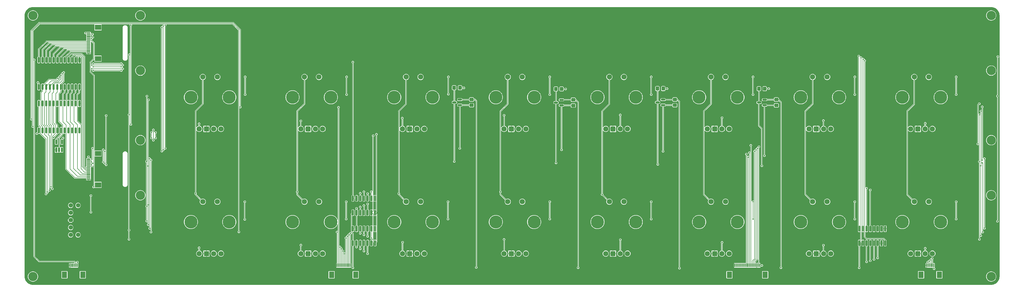
<source format=gbr>
%TF.GenerationSoftware,KiCad,Pcbnew,7.0.7*%
%TF.CreationDate,2024-01-26T16:38:04-05:00*%
%TF.ProjectId,midi-controller_main-board,6d696469-2d63-46f6-9e74-726f6c6c6572,rev?*%
%TF.SameCoordinates,Original*%
%TF.FileFunction,Copper,L2,Bot*%
%TF.FilePolarity,Positive*%
%FSLAX46Y46*%
G04 Gerber Fmt 4.6, Leading zero omitted, Abs format (unit mm)*
G04 Created by KiCad (PCBNEW 7.0.7) date 2024-01-26 16:38:04*
%MOMM*%
%LPD*%
G01*
G04 APERTURE LIST*
G04 Aperture macros list*
%AMRoundRect*
0 Rectangle with rounded corners*
0 $1 Rounding radius*
0 $2 $3 $4 $5 $6 $7 $8 $9 X,Y pos of 4 corners*
0 Add a 4 corners polygon primitive as box body*
4,1,4,$2,$3,$4,$5,$6,$7,$8,$9,$2,$3,0*
0 Add four circle primitives for the rounded corners*
1,1,$1+$1,$2,$3*
1,1,$1+$1,$4,$5*
1,1,$1+$1,$6,$7*
1,1,$1+$1,$8,$9*
0 Add four rect primitives between the rounded corners*
20,1,$1+$1,$2,$3,$4,$5,0*
20,1,$1+$1,$4,$5,$6,$7,0*
20,1,$1+$1,$6,$7,$8,$9,0*
20,1,$1+$1,$8,$9,$2,$3,0*%
G04 Aperture macros list end*
%TA.AperFunction,ComponentPad*%
%ADD10R,1.800000X1.800000*%
%TD*%
%TA.AperFunction,ComponentPad*%
%ADD11C,1.800000*%
%TD*%
%TA.AperFunction,ComponentPad*%
%ADD12C,4.500000*%
%TD*%
%TA.AperFunction,ComponentPad*%
%ADD13C,3.200000*%
%TD*%
%TA.AperFunction,ComponentPad*%
%ADD14C,1.524000*%
%TD*%
%TA.AperFunction,SMDPad,CuDef*%
%ADD15RoundRect,0.250000X0.350000X0.450000X-0.350000X0.450000X-0.350000X-0.450000X0.350000X-0.450000X0*%
%TD*%
%TA.AperFunction,SMDPad,CuDef*%
%ADD16RoundRect,0.250000X-0.450000X0.350000X-0.450000X-0.350000X0.450000X-0.350000X0.450000X0.350000X0*%
%TD*%
%TA.AperFunction,SMDPad,CuDef*%
%ADD17RoundRect,0.150000X-0.150000X0.875000X-0.150000X-0.875000X0.150000X-0.875000X0.150000X0.875000X0*%
%TD*%
%TA.AperFunction,SMDPad,CuDef*%
%ADD18R,0.650000X1.560000*%
%TD*%
%TA.AperFunction,SMDPad,CuDef*%
%ADD19RoundRect,0.150000X0.587500X0.150000X-0.587500X0.150000X-0.587500X-0.150000X0.587500X-0.150000X0*%
%TD*%
%TA.AperFunction,SMDPad,CuDef*%
%ADD20R,1.300000X0.300000*%
%TD*%
%TA.AperFunction,SMDPad,CuDef*%
%ADD21R,2.200000X1.800000*%
%TD*%
%TA.AperFunction,SMDPad,CuDef*%
%ADD22RoundRect,0.150000X-0.150000X0.825000X-0.150000X-0.825000X0.150000X-0.825000X0.150000X0.825000X0*%
%TD*%
%TA.AperFunction,SMDPad,CuDef*%
%ADD23R,0.300000X1.300000*%
%TD*%
%TA.AperFunction,SMDPad,CuDef*%
%ADD24R,1.800000X2.200000*%
%TD*%
%TA.AperFunction,ViaPad*%
%ADD25C,0.508000*%
%TD*%
%TA.AperFunction,Conductor*%
%ADD26C,0.152400*%
%TD*%
G04 APERTURE END LIST*
D10*
%TO.P,RV8,1,GND*%
%TO.N,GND*%
X356928000Y-137664000D03*
D11*
%TO.P,RV8,2,RV_1_2*%
%TO.N,/A_{8_1}*%
X359428000Y-137664000D03*
%TO.P,RV8,3,VCC*%
%TO.N,+5V*%
X361928000Y-137664000D03*
%TO.P,RV8,4,RV_2_2*%
%TO.N,/A_{8_2}*%
X354428000Y-137664000D03*
%TO.P,RV8,5,SW_1*%
%TO.N,/COL_7*%
X355678000Y-119764000D03*
%TO.P,RV8,6,SW_2*%
%TO.N,Net-(D8-A)*%
X360678000Y-119764000D03*
D12*
%TO.P,RV8,MP*%
%TO.N,N/C*%
X351578000Y-126764000D03*
X364778000Y-126764000D03*
%TD*%
D13*
%TO.P,H1,MP,MP*%
%TO.N,unconnected-(H1-PadMP)*%
X52178000Y-98554000D03*
%TD*%
D10*
%TO.P,RV16,1,GND*%
%TO.N,GND*%
X356928000Y-180664000D03*
D11*
%TO.P,RV16,2,RV_1_2*%
%TO.N,/A_{16_1}*%
X359428000Y-180664000D03*
%TO.P,RV16,3,VCC*%
%TO.N,+5V*%
X361928000Y-180664000D03*
%TO.P,RV16,4,RV_2_2*%
%TO.N,/A_{16_2}*%
X354428000Y-180664000D03*
%TO.P,RV16,5,SW_1*%
%TO.N,/COL_7*%
X355678000Y-162764000D03*
%TO.P,RV16,6,SW_2*%
%TO.N,Net-(D16-A)*%
X360678000Y-162764000D03*
D12*
%TO.P,RV16,MP*%
%TO.N,N/C*%
X351578000Y-169764000D03*
X364778000Y-169764000D03*
%TD*%
D10*
%TO.P,RV2,1,GND*%
%TO.N,GND*%
X146928000Y-137664000D03*
D11*
%TO.P,RV2,2,RV_1_2*%
%TO.N,/A_{2_1}*%
X149428000Y-137664000D03*
%TO.P,RV2,3,VCC*%
%TO.N,+5V*%
X151928000Y-137664000D03*
%TO.P,RV2,4,RV_2_2*%
%TO.N,/A_{2_2}*%
X144428000Y-137664000D03*
%TO.P,RV2,5,SW_1*%
%TO.N,/COL_1*%
X145678000Y-119764000D03*
%TO.P,RV2,6,SW_2*%
%TO.N,Net-(D2-A)*%
X150678000Y-119764000D03*
D12*
%TO.P,RV2,MP*%
%TO.N,N/C*%
X141578000Y-126764000D03*
X154778000Y-126764000D03*
%TD*%
D10*
%TO.P,RV10,1,GND*%
%TO.N,GND*%
X146928000Y-180664000D03*
D11*
%TO.P,RV10,2,RV_1_2*%
%TO.N,/A_{10_1}*%
X149428000Y-180664000D03*
%TO.P,RV10,3,VCC*%
%TO.N,+5V*%
X151928000Y-180664000D03*
%TO.P,RV10,4,RV_2_2*%
%TO.N,/A_{10_2}*%
X144428000Y-180664000D03*
%TO.P,RV10,5,SW_1*%
%TO.N,/COL_1*%
X145678000Y-162764000D03*
%TO.P,RV10,6,SW_2*%
%TO.N,Net-(D10-A)*%
X150678000Y-162764000D03*
D12*
%TO.P,RV10,MP*%
%TO.N,N/C*%
X141578000Y-169764000D03*
X154778000Y-169764000D03*
%TD*%
D10*
%TO.P,RV11,1,GND*%
%TO.N,GND*%
X181928000Y-180664000D03*
D11*
%TO.P,RV11,2,RV_1_2*%
%TO.N,/A_{11_1}*%
X184428000Y-180664000D03*
%TO.P,RV11,3,VCC*%
%TO.N,+5V*%
X186928000Y-180664000D03*
%TO.P,RV11,4,RV_2_2*%
%TO.N,/A_{11_2}*%
X179428000Y-180664000D03*
%TO.P,RV11,5,SW_1*%
%TO.N,/COL_2*%
X180678000Y-162764000D03*
%TO.P,RV11,6,SW_2*%
%TO.N,Net-(D11-A)*%
X185678000Y-162764000D03*
D12*
%TO.P,RV11,MP*%
%TO.N,N/C*%
X176578000Y-169764000D03*
X189778000Y-169764000D03*
%TD*%
D13*
%TO.P,H4,MP,MP*%
%TO.N,unconnected-(H4-PadMP)*%
X89178000Y-117554000D03*
%TD*%
%TO.P,H8,MP,MP*%
%TO.N,unconnected-(H8-PadMP)*%
X89178000Y-160554000D03*
%TD*%
%TO.P,H6,MP,MP*%
%TO.N,unconnected-(H6-PadMP)*%
X89178000Y-141554000D03*
%TD*%
D10*
%TO.P,RV15,1,GND*%
%TO.N,GND*%
X321928000Y-180664000D03*
D11*
%TO.P,RV15,2,RV_1_2*%
%TO.N,/A_{15_1}*%
X324428000Y-180664000D03*
%TO.P,RV15,3,VCC*%
%TO.N,+5V*%
X326928000Y-180664000D03*
%TO.P,RV15,4,RV_2_2*%
%TO.N,/A_{15_2}*%
X319428000Y-180664000D03*
%TO.P,RV15,5,SW_1*%
%TO.N,/COL_6*%
X320678000Y-162764000D03*
%TO.P,RV15,6,SW_2*%
%TO.N,Net-(D15-A)*%
X325678000Y-162764000D03*
D12*
%TO.P,RV15,MP*%
%TO.N,N/C*%
X316578000Y-169764000D03*
X329778000Y-169764000D03*
%TD*%
D10*
%TO.P,RV6,1,GND*%
%TO.N,GND*%
X286928000Y-137664000D03*
D11*
%TO.P,RV6,2,RV_1_2*%
%TO.N,/A_{6_1}*%
X289428000Y-137664000D03*
%TO.P,RV6,3,VCC*%
%TO.N,+5V*%
X291928000Y-137664000D03*
%TO.P,RV6,4,RV_2_2*%
%TO.N,/A_{6_2}*%
X284428000Y-137664000D03*
%TO.P,RV6,5,SW_1*%
%TO.N,/COL_5*%
X285678000Y-119764000D03*
%TO.P,RV6,6,SW_2*%
%TO.N,Net-(D6-A)*%
X290678000Y-119764000D03*
D12*
%TO.P,RV6,MP*%
%TO.N,N/C*%
X281578000Y-126764000D03*
X294778000Y-126764000D03*
%TD*%
D13*
%TO.P,H5,MP,MP*%
%TO.N,unconnected-(H5-PadMP)*%
X382178000Y-117554000D03*
%TD*%
D10*
%TO.P,RV13,1,GND*%
%TO.N,GND*%
X251928000Y-180664000D03*
D11*
%TO.P,RV13,2,RV_1_2*%
%TO.N,/A_{13_1}*%
X254428000Y-180664000D03*
%TO.P,RV13,3,VCC*%
%TO.N,+5V*%
X256928000Y-180664000D03*
%TO.P,RV13,4,RV_2_2*%
%TO.N,/A_{13_2}*%
X249428000Y-180664000D03*
%TO.P,RV13,5,SW_1*%
%TO.N,/COL_4*%
X250678000Y-162764000D03*
%TO.P,RV13,6,SW_2*%
%TO.N,Net-(D13-A)*%
X255678000Y-162764000D03*
D12*
%TO.P,RV13,MP*%
%TO.N,N/C*%
X246578000Y-169764000D03*
X259778000Y-169764000D03*
%TD*%
D13*
%TO.P,H11,MP,MP*%
%TO.N,unconnected-(H11-PadMP)*%
X382178000Y-188554000D03*
%TD*%
D10*
%TO.P,RV3,1,GND*%
%TO.N,GND*%
X181928000Y-137664000D03*
D11*
%TO.P,RV3,2,RV_1_2*%
%TO.N,/A_{3_1}*%
X184428000Y-137664000D03*
%TO.P,RV3,3,VCC*%
%TO.N,+5V*%
X186928000Y-137664000D03*
%TO.P,RV3,4,RV_2_2*%
%TO.N,/A_{3_2}*%
X179428000Y-137664000D03*
%TO.P,RV3,5,SW_1*%
%TO.N,/COL_2*%
X180678000Y-119764000D03*
%TO.P,RV3,6,SW_2*%
%TO.N,Net-(D3-A)*%
X185678000Y-119764000D03*
D12*
%TO.P,RV3,MP*%
%TO.N,N/C*%
X176578000Y-126764000D03*
X189778000Y-126764000D03*
%TD*%
D10*
%TO.P,RV1,1,GND*%
%TO.N,GND*%
X111928000Y-137664000D03*
D11*
%TO.P,RV1,2,RV_1_2*%
%TO.N,/A_{1_1}*%
X114428000Y-137664000D03*
%TO.P,RV1,3,VCC*%
%TO.N,+5V*%
X116928000Y-137664000D03*
%TO.P,RV1,4,RV_2_2*%
%TO.N,/A_{1_2}*%
X109428000Y-137664000D03*
%TO.P,RV1,5,SW_1*%
%TO.N,/COL_0*%
X110678000Y-119764000D03*
%TO.P,RV1,6,SW_2*%
%TO.N,Net-(D1-A)*%
X115678000Y-119764000D03*
D12*
%TO.P,RV1,MP*%
%TO.N,N/C*%
X106578000Y-126764000D03*
X119778000Y-126764000D03*
%TD*%
D13*
%TO.P,H10,MP,MP*%
%TO.N,unconnected-(H10-PadMP)*%
X52178000Y-188554000D03*
%TD*%
D10*
%TO.P,RV9,1,GND*%
%TO.N,GND*%
X111928000Y-180664000D03*
D11*
%TO.P,RV9,2,RV_1_2*%
%TO.N,/A_{9_1}*%
X114428000Y-180664000D03*
%TO.P,RV9,3,VCC*%
%TO.N,+5V*%
X116928000Y-180664000D03*
%TO.P,RV9,4,RV_2_2*%
%TO.N,/A_{9_2}*%
X109428000Y-180664000D03*
%TO.P,RV9,5,SW_1*%
%TO.N,/COL_0*%
X110678000Y-162764000D03*
%TO.P,RV9,6,SW_2*%
%TO.N,Net-(D9-A)*%
X115678000Y-162764000D03*
D12*
%TO.P,RV9,MP*%
%TO.N,N/C*%
X106578000Y-169764000D03*
X119778000Y-169764000D03*
%TD*%
D10*
%TO.P,RV14,1,GND*%
%TO.N,GND*%
X286928000Y-180664000D03*
D11*
%TO.P,RV14,2,RV_1_2*%
%TO.N,/A_{14_1}*%
X289428000Y-180664000D03*
%TO.P,RV14,3,VCC*%
%TO.N,+5V*%
X291928000Y-180664000D03*
%TO.P,RV14,4,RV_2_2*%
%TO.N,/A_{14_2}*%
X284428000Y-180664000D03*
%TO.P,RV14,5,SW_1*%
%TO.N,/COL_5*%
X285678000Y-162764000D03*
%TO.P,RV14,6,SW_2*%
%TO.N,Net-(D14-A)*%
X290678000Y-162764000D03*
D12*
%TO.P,RV14,MP*%
%TO.N,N/C*%
X281578000Y-169764000D03*
X294778000Y-169764000D03*
%TD*%
D10*
%TO.P,RV7,1,GND*%
%TO.N,GND*%
X321928000Y-137664000D03*
D11*
%TO.P,RV7,2,RV_1_2*%
%TO.N,/A_{7_1}*%
X324428000Y-137664000D03*
%TO.P,RV7,3,VCC*%
%TO.N,+5V*%
X326928000Y-137664000D03*
%TO.P,RV7,4,RV_2_2*%
%TO.N,/A_{7_2}*%
X319428000Y-137664000D03*
%TO.P,RV7,5,SW_1*%
%TO.N,/COL_6*%
X320678000Y-119764000D03*
%TO.P,RV7,6,SW_2*%
%TO.N,Net-(D7-A)*%
X325678000Y-119764000D03*
D12*
%TO.P,RV7,MP*%
%TO.N,N/C*%
X316578000Y-126764000D03*
X329778000Y-126764000D03*
%TD*%
D13*
%TO.P,H2,MP,MP*%
%TO.N,unconnected-(H2-PadMP)*%
X89178000Y-98554000D03*
%TD*%
%TO.P,H9,MP,MP*%
%TO.N,unconnected-(H9-PadMP)*%
X382178000Y-160554000D03*
%TD*%
%TO.P,H3,MP,MP*%
%TO.N,unconnected-(H3-PadMP)*%
X382178000Y-98554000D03*
%TD*%
D10*
%TO.P,RV4,1,GND*%
%TO.N,GND*%
X216928000Y-137664000D03*
D11*
%TO.P,RV4,2,RV_1_2*%
%TO.N,/A_{4_1}*%
X219428000Y-137664000D03*
%TO.P,RV4,3,VCC*%
%TO.N,+5V*%
X221928000Y-137664000D03*
%TO.P,RV4,4,RV_2_2*%
%TO.N,/A_{4_2}*%
X214428000Y-137664000D03*
%TO.P,RV4,5,SW_1*%
%TO.N,/COL_3*%
X215678000Y-119764000D03*
%TO.P,RV4,6,SW_2*%
%TO.N,Net-(D4-A)*%
X220678000Y-119764000D03*
D12*
%TO.P,RV4,MP*%
%TO.N,N/C*%
X211578000Y-126764000D03*
X224778000Y-126764000D03*
%TD*%
D14*
%TO.P,SW1,1,1*%
%TO.N,/SW_0*%
X65178000Y-166573000D03*
%TO.P,SW1,2,2*%
%TO.N,GND*%
X65178000Y-169113000D03*
%TO.P,SW1,3,3*%
%TO.N,/SW_1*%
X65178000Y-171653000D03*
%TO.P,SW1,MP*%
%TO.N,N/C*%
X65178000Y-164033000D03*
X65178000Y-174193000D03*
X67718000Y-164033000D03*
X67718000Y-174193000D03*
%TD*%
D10*
%TO.P,RV5,1,GND*%
%TO.N,GND*%
X251928000Y-137664000D03*
D11*
%TO.P,RV5,2,RV_1_2*%
%TO.N,/A_{5_1}*%
X254428000Y-137664000D03*
%TO.P,RV5,3,VCC*%
%TO.N,+5V*%
X256928000Y-137664000D03*
%TO.P,RV5,4,RV_2_2*%
%TO.N,/A_{5_2}*%
X249428000Y-137664000D03*
%TO.P,RV5,5,SW_1*%
%TO.N,/COL_4*%
X250678000Y-119764000D03*
%TO.P,RV5,6,SW_2*%
%TO.N,Net-(D5-A)*%
X255678000Y-119764000D03*
D12*
%TO.P,RV5,MP*%
%TO.N,N/C*%
X246578000Y-126764000D03*
X259778000Y-126764000D03*
%TD*%
D10*
%TO.P,RV12,1,GND*%
%TO.N,GND*%
X216928000Y-180664000D03*
D11*
%TO.P,RV12,2,RV_1_2*%
%TO.N,/A_{12_1}*%
X219428000Y-180664000D03*
%TO.P,RV12,3,VCC*%
%TO.N,+5V*%
X221928000Y-180664000D03*
%TO.P,RV12,4,RV_2_2*%
%TO.N,/A_{12_2}*%
X214428000Y-180664000D03*
%TO.P,RV12,5,SW_1*%
%TO.N,/COL_3*%
X215678000Y-162764000D03*
%TO.P,RV12,6,SW_2*%
%TO.N,Net-(D12-A)*%
X220678000Y-162764000D03*
D12*
%TO.P,RV12,MP*%
%TO.N,N/C*%
X211578000Y-169764000D03*
X224778000Y-169764000D03*
%TD*%
D13*
%TO.P,H7,MP,MP*%
%TO.N,unconnected-(H7-PadMP)*%
X382178000Y-141554000D03*
%TD*%
D15*
%TO.P,R10,1*%
%TO.N,+5V*%
X269240500Y-123754000D03*
%TO.P,R10,2*%
%TO.N,/MISO_5V*%
X267240500Y-123754000D03*
%TD*%
D16*
%TO.P,R7,1*%
%TO.N,+3.3V*%
X238240500Y-127604000D03*
%TO.P,R7,2*%
%TO.N,/MOSI*%
X238240500Y-129604000D03*
%TD*%
D17*
%TO.P,U9,1,~{Y0}*%
%TO.N,/IPS_CS*%
X54193000Y-128904000D03*
%TO.P,U9,2,~{Y1}*%
%TO.N,/POT_CS*%
X55463000Y-128904000D03*
%TO.P,U9,3,~{Y2}*%
%TO.N,/SD_CS*%
X56733000Y-128904000D03*
%TO.P,U9,4,~{Y3}*%
%TO.N,/~{OLED_RST}*%
X58003000Y-128904000D03*
%TO.P,U9,5,~{Y4}*%
%TO.N,/~{IPS_RST}*%
X59273000Y-128904000D03*
%TO.P,U9,6,~{Y5}*%
%TO.N,unconnected-(U9-~{Y5}-Pad6)*%
X60543000Y-128904000D03*
%TO.P,U9,7,~{Y6}*%
%TO.N,unconnected-(U9-~{Y6}-Pad7)*%
X61813000Y-128904000D03*
%TO.P,U9,8,~{Y7}*%
%TO.N,unconnected-(U9-~{Y7}-Pad8)*%
X63083000Y-128904000D03*
%TO.P,U9,9,~{Y8}*%
%TO.N,unconnected-(U9-~{Y8}-Pad9)*%
X64353000Y-128904000D03*
%TO.P,U9,10,~{Y9}*%
%TO.N,unconnected-(U9-~{Y9}-Pad10)*%
X65623000Y-128904000D03*
%TO.P,U9,11,~{Y10}*%
%TO.N,unconnected-(U9-~{Y10}-Pad11)*%
X66893000Y-128904000D03*
%TO.P,U9,12,GND*%
%TO.N,GND*%
X68163000Y-128904000D03*
%TO.P,U9,13,~{Y11}*%
%TO.N,unconnected-(U9-~{Y11}-Pad13)*%
X68163000Y-138204000D03*
%TO.P,U9,14,~{Y12}*%
%TO.N,unconnected-(U9-~{Y12}-Pad14)*%
X66893000Y-138204000D03*
%TO.P,U9,15,~{Y13}*%
%TO.N,unconnected-(U9-~{Y13}-Pad15)*%
X65623000Y-138204000D03*
%TO.P,U9,16,~{Y14}*%
%TO.N,unconnected-(U9-~{Y14}-Pad16)*%
X64353000Y-138204000D03*
%TO.P,U9,17,~{Y15}*%
%TO.N,unconnected-(U9-~{Y15}-Pad17)*%
X63083000Y-138204000D03*
%TO.P,U9,18,~{E1}*%
%TO.N,Net-(U9-~{E1})*%
X61813000Y-138204000D03*
%TO.P,U9,19,~{E2}*%
%TO.N,/CS_EN*%
X60543000Y-138204000D03*
%TO.P,U9,20,A3*%
%TO.N,/CS_3*%
X59273000Y-138204000D03*
%TO.P,U9,21,A2*%
%TO.N,/CS_2*%
X58003000Y-138204000D03*
%TO.P,U9,22,A1*%
%TO.N,/CS_1*%
X56733000Y-138204000D03*
%TO.P,U9,23,A0*%
%TO.N,/CS_0*%
X55463000Y-138204000D03*
%TO.P,U9,24,VCC*%
%TO.N,+3.3V*%
X54193000Y-138204000D03*
%TD*%
D16*
%TO.P,R11,1*%
%TO.N,+3.3V*%
X308178000Y-127554000D03*
%TO.P,R11,2*%
%TO.N,/POT_CS*%
X308178000Y-129554000D03*
%TD*%
D18*
%TO.P,U13,1*%
%TO.N,N/C*%
X62128000Y-144904000D03*
%TO.P,U13,2*%
%TO.N,/CS_4*%
X61178000Y-144904000D03*
%TO.P,U13,3,GND*%
%TO.N,GND*%
X60228000Y-144904000D03*
%TO.P,U13,4*%
%TO.N,Net-(U9-~{E1})*%
X60228000Y-142204000D03*
%TO.P,U13,5,VCC*%
%TO.N,+3.3V*%
X62128000Y-142204000D03*
%TD*%
D19*
%TO.P,Q4,1,G*%
%TO.N,+3.3V*%
X304115500Y-127604000D03*
%TO.P,Q4,2,S*%
%TO.N,/POT_CS*%
X304115500Y-129504000D03*
%TO.P,Q4,3,D*%
%TO.N,/POT_CS_5V*%
X302240500Y-128554000D03*
%TD*%
D20*
%TO.P,J4,1,Pin_1*%
%TO.N,+3.3V*%
X71328000Y-148054000D03*
%TO.P,J4,2,Pin_2*%
%TO.N,/SCLK*%
X71328000Y-148554000D03*
%TO.P,J4,3,Pin_3*%
%TO.N,/MOSI*%
X71328000Y-149054000D03*
%TO.P,J4,4,Pin_4*%
%TO.N,/MISO*%
X71328000Y-149554000D03*
%TO.P,J4,5,Pin_5*%
%TO.N,/DC*%
X71328000Y-150054000D03*
%TO.P,J4,6,Pin_6*%
%TO.N,/~{OLED_RST}*%
X71328000Y-150554000D03*
%TO.P,J4,7,Pin_7*%
%TO.N,/DSP_8_CS*%
X71328000Y-151054000D03*
%TO.P,J4,8,Pin_8*%
%TO.N,/DSP_9_CS*%
X71328000Y-151554000D03*
%TO.P,J4,9,Pin_9*%
%TO.N,/DSP_10_CS*%
X71328000Y-152054000D03*
%TO.P,J4,10,Pin_10*%
%TO.N,/DSP_11_CS*%
X71328000Y-152554000D03*
%TO.P,J4,11,Pin_11*%
%TO.N,/DSP_12_CS*%
X71328000Y-153054000D03*
%TO.P,J4,12,Pin_12*%
%TO.N,/DSP_13_CS*%
X71328000Y-153554000D03*
%TO.P,J4,13,Pin_13*%
%TO.N,/DSP_14_CS*%
X71328000Y-154054000D03*
%TO.P,J4,14,Pin_14*%
%TO.N,/DSP_15_CS*%
X71328000Y-154554000D03*
%TO.P,J4,15,Pin_15*%
%TO.N,GND*%
X71328000Y-155054000D03*
D21*
%TO.P,J4,MP*%
%TO.N,N/C*%
X74578000Y-146154000D03*
X74578000Y-156954000D03*
%TD*%
D15*
%TO.P,R8,1*%
%TO.N,+5V*%
X234240500Y-123904000D03*
%TO.P,R8,2*%
%TO.N,/MOSI_5V*%
X232240500Y-123904000D03*
%TD*%
D22*
%TO.P,U8,1,DSA*%
%TO.N,/KEY_SER*%
X162368000Y-161604000D03*
%TO.P,U8,2,DSB*%
X163638000Y-161604000D03*
%TO.P,U8,3,Q0*%
%TO.N,/COL_0*%
X164908000Y-161604000D03*
%TO.P,U8,4,Q1*%
%TO.N,/COL_1*%
X166178000Y-161604000D03*
%TO.P,U8,5,Q2*%
%TO.N,/COL_2*%
X167448000Y-161604000D03*
%TO.P,U8,6,Q3*%
%TO.N,/COL_3*%
X168718000Y-161604000D03*
%TO.P,U8,7,GND*%
%TO.N,GND*%
X169988000Y-161604000D03*
%TO.P,U8,8,CP*%
%TO.N,/KEY_CLK*%
X169988000Y-166554000D03*
%TO.P,U8,9,~{MR}*%
%TO.N,/~{KEY_CLEAR}*%
X168718000Y-166554000D03*
%TO.P,U8,10,Q4*%
%TO.N,/COL_4*%
X167448000Y-166554000D03*
%TO.P,U8,11,Q5*%
%TO.N,/COL_5*%
X166178000Y-166554000D03*
%TO.P,U8,12,Q6*%
%TO.N,/COL_6*%
X164908000Y-166554000D03*
%TO.P,U8,13,Q7*%
%TO.N,/COL_7*%
X163638000Y-166554000D03*
%TO.P,U8,14,VCC*%
%TO.N,+3.3V*%
X162368000Y-166554000D03*
%TD*%
D23*
%TO.P,J3,1,Pin_1*%
%TO.N,/COL_8*%
X161428000Y-184704000D03*
%TO.P,J3,2,Pin_2*%
%TO.N,/COL_9*%
X160928000Y-184704000D03*
%TO.P,J3,3,Pin_3*%
%TO.N,/COL_10*%
X160428000Y-184704000D03*
%TO.P,J3,4,Pin_4*%
%TO.N,/COL_11*%
X159928000Y-184704000D03*
%TO.P,J3,5,Pin_5*%
%TO.N,/COL_12*%
X159428000Y-184704000D03*
%TO.P,J3,6,Pin_6*%
%TO.N,/COL_13*%
X158928000Y-184704000D03*
%TO.P,J3,7,Pin_7*%
%TO.N,/COL_14*%
X158428000Y-184704000D03*
%TO.P,J3,8,Pin_8*%
%TO.N,/COL_15*%
X157928000Y-184704000D03*
%TO.P,J3,9,Pin_9*%
%TO.N,/ROW_1*%
X157428000Y-184704000D03*
%TO.P,J3,10,Pin_10*%
%TO.N,/ROW_2*%
X156928000Y-184704000D03*
D24*
%TO.P,J3,MP*%
%TO.N,N/C*%
X163328000Y-187954000D03*
X155028000Y-187954000D03*
%TD*%
D16*
%TO.P,R9,1*%
%TO.N,+3.3V*%
X273240500Y-127504000D03*
%TO.P,R9,2*%
%TO.N,/MISO*%
X273240500Y-129504000D03*
%TD*%
D19*
%TO.P,Q2,1,G*%
%TO.N,+3.3V*%
X234178000Y-127654000D03*
%TO.P,Q2,2,S*%
%TO.N,/MOSI*%
X234178000Y-129554000D03*
%TO.P,Q2,3,D*%
%TO.N,/MOSI_5V*%
X232303000Y-128604000D03*
%TD*%
D15*
%TO.P,R6,1*%
%TO.N,+5V*%
X199240500Y-123454000D03*
%TO.P,R6,2*%
%TO.N,/SCLK_5V*%
X197240500Y-123454000D03*
%TD*%
D23*
%TO.P,DS1,1,VCC*%
%TO.N,+3.3V*%
X302428000Y-184704000D03*
%TO.P,DS1,2,BACKLIGHT*%
%TO.N,/LITE*%
X301928000Y-184704000D03*
%TO.P,DS1,3,GND*%
%TO.N,GND*%
X301428000Y-184704000D03*
%TO.P,DS1,4,SCK*%
%TO.N,/SCLK*%
X300928000Y-184704000D03*
%TO.P,DS1,5,MOSI*%
%TO.N,/MOSI*%
X300428000Y-184704000D03*
%TO.P,DS1,6,MISO*%
%TO.N,/MISO*%
X299928000Y-184704000D03*
%TO.P,DS1,7,DC*%
%TO.N,/DC*%
X299428000Y-184704000D03*
%TO.P,DS1,8,RESET*%
%TO.N,/~{IPS_RST}*%
X298928000Y-184704000D03*
%TO.P,DS1,9,DISP_CS*%
%TO.N,/IPS_CS*%
X298428000Y-184704000D03*
%TO.P,DS1,10,SD_CS*%
%TO.N,/SD_CS*%
X297928000Y-184704000D03*
%TO.P,DS1,11,MEM_CS*%
%TO.N,unconnected-(DS1-MEM_CS-Pad11)*%
X297428000Y-184704000D03*
%TO.P,DS1,12,TS_CS*%
%TO.N,unconnected-(DS1-TS_CS-Pad12)*%
X296928000Y-184704000D03*
%TO.P,DS1,13,SCL*%
%TO.N,unconnected-(DS1-SCL-Pad13)*%
X296428000Y-184704000D03*
%TO.P,DS1,14,SDA*%
%TO.N,unconnected-(DS1-SDA-Pad14)*%
X295928000Y-184704000D03*
%TO.P,DS1,15,INT*%
%TO.N,unconnected-(DS1-INT-Pad15)*%
X295428000Y-184704000D03*
%TO.P,DS1,16,BUSY/TE*%
%TO.N,unconnected-(DS1-BUSY{slash}TE-Pad16)*%
X294928000Y-184704000D03*
%TO.P,DS1,17,GPIO1*%
%TO.N,unconnected-(DS1-GPIO1-Pad17)*%
X294428000Y-184704000D03*
%TO.P,DS1,18,GPIO2*%
%TO.N,unconnected-(DS1-GPIO2-Pad18)*%
X293928000Y-184704000D03*
D24*
%TO.P,DS1,MP*%
%TO.N,N/C*%
X304328000Y-187954000D03*
X292028000Y-187954000D03*
%TD*%
D20*
%TO.P,J2,1,Pin_1*%
%TO.N,+3.3V*%
X71328000Y-104554000D03*
%TO.P,J2,2,Pin_2*%
%TO.N,/SCLK*%
X71328000Y-105054000D03*
%TO.P,J2,3,Pin_3*%
%TO.N,/MOSI*%
X71328000Y-105554000D03*
%TO.P,J2,4,Pin_4*%
%TO.N,/MISO*%
X71328000Y-106054000D03*
%TO.P,J2,5,Pin_5*%
%TO.N,/DC*%
X71328000Y-106554000D03*
%TO.P,J2,6,Pin_6*%
%TO.N,/~{OLED_RST}*%
X71328000Y-107054000D03*
%TO.P,J2,7,Pin_7*%
%TO.N,/DSP_0_CS*%
X71328000Y-107554000D03*
%TO.P,J2,8,Pin_8*%
%TO.N,/DSP_1_CS*%
X71328000Y-108054000D03*
%TO.P,J2,9,Pin_9*%
%TO.N,/DSP_2_CS*%
X71328000Y-108554000D03*
%TO.P,J2,10,Pin_10*%
%TO.N,/DSP_3_CS*%
X71328000Y-109054000D03*
%TO.P,J2,11,Pin_11*%
%TO.N,/DSP_4_CS*%
X71328000Y-109554000D03*
%TO.P,J2,12,Pin_12*%
%TO.N,/DSP_5_CS*%
X71328000Y-110054000D03*
%TO.P,J2,13,Pin_13*%
%TO.N,/DSP_6_CS*%
X71328000Y-110554000D03*
%TO.P,J2,14,Pin_14*%
%TO.N,/DSP_7_CS*%
X71328000Y-111054000D03*
%TO.P,J2,15,Pin_15*%
%TO.N,GND*%
X71328000Y-111554000D03*
D21*
%TO.P,J2,MP*%
%TO.N,N/C*%
X74578000Y-102654000D03*
X74578000Y-113454000D03*
%TD*%
D22*
%TO.P,U10,1,DSA*%
%TO.N,/COL_7*%
X162368000Y-172079000D03*
%TO.P,U10,2,DSB*%
X163638000Y-172079000D03*
%TO.P,U10,3,Q0*%
%TO.N,/COL_8*%
X164908000Y-172079000D03*
%TO.P,U10,4,Q1*%
%TO.N,/COL_9*%
X166178000Y-172079000D03*
%TO.P,U10,5,Q2*%
%TO.N,/COL_10*%
X167448000Y-172079000D03*
%TO.P,U10,6,Q3*%
%TO.N,/COL_11*%
X168718000Y-172079000D03*
%TO.P,U10,7,GND*%
%TO.N,GND*%
X169988000Y-172079000D03*
%TO.P,U10,8,CP*%
%TO.N,/KEY_CLK*%
X169988000Y-177029000D03*
%TO.P,U10,9,~{MR}*%
%TO.N,/~{KEY_CLEAR}*%
X168718000Y-177029000D03*
%TO.P,U10,10,Q4*%
%TO.N,/COL_12*%
X167448000Y-177029000D03*
%TO.P,U10,11,Q5*%
%TO.N,/COL_13*%
X166178000Y-177029000D03*
%TO.P,U10,12,Q6*%
%TO.N,/COL_14*%
X164908000Y-177029000D03*
%TO.P,U10,13,Q7*%
%TO.N,/COL_15*%
X163638000Y-177029000D03*
%TO.P,U10,14,VCC*%
%TO.N,+3.3V*%
X162368000Y-177029000D03*
%TD*%
D23*
%TO.P,J6,1,Pin_1*%
%TO.N,+3.3V*%
X67428000Y-184704000D03*
%TO.P,J6,2,Pin_2*%
%TO.N,/SLIDER*%
X66928000Y-184704000D03*
%TO.P,J6,3,Pin_3*%
%TO.N,unconnected-(J6-Pin_3-Pad3)*%
X66428000Y-184704000D03*
%TO.P,J6,4,Pin_4*%
%TO.N,unconnected-(J6-Pin_4-Pad4)*%
X65928000Y-184704000D03*
%TO.P,J6,5,Pin_5*%
%TO.N,unconnected-(J6-Pin_5-Pad5)*%
X65428000Y-184704000D03*
%TO.P,J6,6,Pin_6*%
%TO.N,GND*%
X64928000Y-184704000D03*
D24*
%TO.P,J6,MP*%
%TO.N,N/C*%
X69328000Y-187954000D03*
X63028000Y-187954000D03*
%TD*%
D19*
%TO.P,Q1,1,G*%
%TO.N,+3.3V*%
X199178000Y-127554000D03*
%TO.P,Q1,2,S*%
%TO.N,/SCLK*%
X199178000Y-129454000D03*
%TO.P,Q1,3,D*%
%TO.N,/SCLK_5V*%
X197303000Y-128504000D03*
%TD*%
D16*
%TO.P,R5,1*%
%TO.N,+3.3V*%
X203240500Y-127504000D03*
%TO.P,R5,2*%
%TO.N,/SCLK*%
X203240500Y-129504000D03*
%TD*%
D15*
%TO.P,R12,1*%
%TO.N,+5V*%
X304178000Y-123804000D03*
%TO.P,R12,2*%
%TO.N,/POT_CS_5V*%
X302178000Y-123804000D03*
%TD*%
D22*
%TO.P,U5,1,~{PL}*%
%TO.N,/SFT_SH{slash}~{LD}*%
X336733000Y-172079000D03*
%TO.P,U5,2,CP*%
%TO.N,/SFT_CLK*%
X338003000Y-172079000D03*
%TO.P,U5,3,D4*%
%TO.N,/SW_0*%
X339273000Y-172079000D03*
%TO.P,U5,4,D5*%
%TO.N,/SW_1*%
X340543000Y-172079000D03*
%TO.P,U5,5,D6*%
%TO.N,unconnected-(U5-D6-Pad5)*%
X341813000Y-172079000D03*
%TO.P,U5,6,D7*%
%TO.N,unconnected-(U5-D7-Pad6)*%
X343083000Y-172079000D03*
%TO.P,U5,7,~{Q7}*%
%TO.N,unconnected-(U5-~{Q7}-Pad7)*%
X344353000Y-172079000D03*
%TO.P,U5,8,GND*%
%TO.N,GND*%
X345623000Y-172079000D03*
%TO.P,U5,9,Q7*%
%TO.N,/SFT_SER*%
X345623000Y-177029000D03*
%TO.P,U5,10,DS*%
%TO.N,GND*%
X344353000Y-177029000D03*
%TO.P,U5,11,D0*%
%TO.N,/ENC_0*%
X343083000Y-177029000D03*
%TO.P,U5,12,D1*%
%TO.N,/ENC_1*%
X341813000Y-177029000D03*
%TO.P,U5,13,D2*%
%TO.N,/ENC_2*%
X340543000Y-177029000D03*
%TO.P,U5,14,D3*%
%TO.N,/ENC_3*%
X339273000Y-177029000D03*
%TO.P,U5,15,~{CE}*%
%TO.N,/SFT_CLK_INH*%
X338003000Y-177029000D03*
%TO.P,U5,16,VCC*%
%TO.N,+3.3V*%
X336733000Y-177029000D03*
%TD*%
D23*
%TO.P,J5,1,Pin_1*%
%TO.N,+3.3V*%
X362428000Y-184704000D03*
%TO.P,J5,2,Pin_2*%
%TO.N,/ENC_0*%
X361928000Y-184704000D03*
%TO.P,J5,3,Pin_3*%
%TO.N,/ENC_1*%
X361428000Y-184704000D03*
%TO.P,J5,4,Pin_4*%
%TO.N,/ENC_2*%
X360928000Y-184704000D03*
%TO.P,J5,5,Pin_5*%
%TO.N,/ENC_3*%
X360428000Y-184704000D03*
%TO.P,J5,6,Pin_6*%
%TO.N,GND*%
X359928000Y-184704000D03*
D24*
%TO.P,J5,MP*%
%TO.N,N/C*%
X364328000Y-187954000D03*
X358028000Y-187954000D03*
%TD*%
D17*
%TO.P,U7,1,~{Y0}*%
%TO.N,/DSP_0_CS*%
X54193000Y-113904000D03*
%TO.P,U7,2,~{Y1}*%
%TO.N,/DSP_1_CS*%
X55463000Y-113904000D03*
%TO.P,U7,3,~{Y2}*%
%TO.N,/DSP_2_CS*%
X56733000Y-113904000D03*
%TO.P,U7,4,~{Y3}*%
%TO.N,/DSP_3_CS*%
X58003000Y-113904000D03*
%TO.P,U7,5,~{Y4}*%
%TO.N,/DSP_4_CS*%
X59273000Y-113904000D03*
%TO.P,U7,6,~{Y5}*%
%TO.N,/DSP_5_CS*%
X60543000Y-113904000D03*
%TO.P,U7,7,~{Y6}*%
%TO.N,/DSP_6_CS*%
X61813000Y-113904000D03*
%TO.P,U7,8,~{Y7}*%
%TO.N,/DSP_7_CS*%
X63083000Y-113904000D03*
%TO.P,U7,9,~{Y8}*%
%TO.N,/DSP_8_CS*%
X64353000Y-113904000D03*
%TO.P,U7,10,~{Y9}*%
%TO.N,/DSP_9_CS*%
X65623000Y-113904000D03*
%TO.P,U7,11,~{Y10}*%
%TO.N,/DSP_10_CS*%
X66893000Y-113904000D03*
%TO.P,U7,12,GND*%
%TO.N,GND*%
X68163000Y-113904000D03*
%TO.P,U7,13,~{Y11}*%
%TO.N,/DSP_11_CS*%
X68163000Y-123204000D03*
%TO.P,U7,14,~{Y12}*%
%TO.N,/DSP_12_CS*%
X66893000Y-123204000D03*
%TO.P,U7,15,~{Y13}*%
%TO.N,/DSP_13_CS*%
X65623000Y-123204000D03*
%TO.P,U7,16,~{Y14}*%
%TO.N,/DSP_14_CS*%
X64353000Y-123204000D03*
%TO.P,U7,17,~{Y15}*%
%TO.N,/DSP_15_CS*%
X63083000Y-123204000D03*
%TO.P,U7,18,~{E1}*%
%TO.N,/CS_4*%
X61813000Y-123204000D03*
%TO.P,U7,19,~{E2}*%
%TO.N,/CS_EN*%
X60543000Y-123204000D03*
%TO.P,U7,20,A3*%
%TO.N,/CS_3*%
X59273000Y-123204000D03*
%TO.P,U7,21,A2*%
%TO.N,/CS_2*%
X58003000Y-123204000D03*
%TO.P,U7,22,A1*%
%TO.N,/CS_1*%
X56733000Y-123204000D03*
%TO.P,U7,23,A0*%
%TO.N,/CS_0*%
X55463000Y-123204000D03*
%TO.P,U7,24,VCC*%
%TO.N,+3.3V*%
X54193000Y-123204000D03*
%TD*%
D19*
%TO.P,Q3,1,G*%
%TO.N,+3.3V*%
X269178000Y-127554000D03*
%TO.P,Q3,2,S*%
%TO.N,/MISO*%
X269178000Y-129454000D03*
%TO.P,Q3,3,D*%
%TO.N,/MISO_5V*%
X267303000Y-128504000D03*
%TD*%
D25*
%TO.N,+3.3V*%
X362493000Y-185877000D03*
X62519000Y-140792000D03*
X336712000Y-185554000D03*
X53883000Y-121656098D03*
X239903000Y-185547000D03*
X303184000Y-184734000D03*
X53502000Y-139268000D03*
X309753000Y-185547000D03*
X274828000Y-185674000D03*
X70266000Y-104597000D03*
X67472000Y-183591000D03*
X162341000Y-185554000D03*
X71282000Y-147269000D03*
X204851000Y-185420000D03*
%TO.N,GND*%
X72806000Y-184480000D03*
X383067000Y-133934000D03*
X302930000Y-183464000D03*
X171231000Y-170256000D03*
X79791000Y-184480000D03*
X88173000Y-125171000D03*
X78140000Y-174193000D03*
X88173000Y-174447000D03*
X52740000Y-108915000D03*
X383194000Y-176999000D03*
X74203000Y-174193000D03*
X80553000Y-165684000D03*
X74584000Y-184480000D03*
X75219000Y-176606000D03*
X76362000Y-184480000D03*
X383194000Y-127584000D03*
X78013000Y-184480000D03*
X88173000Y-168097000D03*
X88300000Y-131521000D03*
X169961000Y-170256000D03*
X301533000Y-183464000D03*
X383194000Y-170649000D03*
X80172000Y-166446000D03*
X80934000Y-166446000D03*
%TO.N,/ENC_0*%
X343062000Y-182144200D03*
X361858000Y-182321000D03*
%TO.N,/ENC_1*%
X361403450Y-182817939D03*
X341792000Y-182626300D03*
%TO.N,/ENC_2*%
X360861922Y-183195058D03*
X340522000Y-183108900D03*
%TO.N,/ENC_3*%
X360334000Y-183591000D03*
X339252000Y-183464000D03*
%TO.N,/LITE*%
X92999000Y-138887000D03*
X92999000Y-140792000D03*
X302168000Y-143814100D03*
%TO.N,/DC*%
X77378000Y-133045000D03*
X85887000Y-101827900D03*
X72298000Y-106554000D03*
X299374000Y-143332000D03*
X85887000Y-136093000D03*
X93634000Y-141554000D03*
X72315406Y-150071900D03*
X77378000Y-150063000D03*
X93634000Y-137998000D03*
%TO.N,/SCLK*%
X97698000Y-144348000D03*
X72698046Y-105029014D03*
X199171000Y-144348000D03*
X72679000Y-144348000D03*
X301679922Y-144373900D03*
X97698000Y-101827900D03*
%TO.N,/MOSI*%
X97063000Y-144856000D03*
X301152000Y-144856000D03*
X72298000Y-105553833D03*
X76387900Y-149072076D03*
X76362000Y-144856000D03*
X72319490Y-149035626D03*
X97063000Y-102184000D03*
X234223000Y-144856000D03*
%TO.N,/MISO*%
X96555000Y-102692000D03*
X72728760Y-149554000D03*
X269148000Y-145364000D03*
X72806000Y-106053803D03*
X96555000Y-145338100D03*
X76872885Y-149519582D03*
X300644000Y-145364000D03*
X76870000Y-145364000D03*
%TO.N,/ROW_1*%
X51597000Y-134315000D03*
X123580100Y-130124000D03*
X157388000Y-130204000D03*
%TO.N,/ROW_2*%
X123098000Y-173177000D03*
X52105000Y-136855000D03*
X156880000Y-173204000D03*
%TO.N,/SLIDER*%
X52613000Y-113868000D03*
%TO.N,/KEY_SER*%
X162341000Y-114630000D03*
X82585000Y-117551000D03*
X72933000Y-117551000D03*
%TO.N,/KEY_CLK*%
X170469000Y-139522000D03*
%TO.N,/SFT_SH{slash}~{LD}*%
X72933000Y-115138000D03*
X336585000Y-112572100D03*
X82585000Y-115138000D03*
%TO.N,/SFT_CLK_INH*%
X337347000Y-113106000D03*
X72405078Y-115686100D03*
X83093000Y-115646000D03*
%TO.N,/CS_0*%
X60781103Y-120258103D03*
%TO.N,/CS_1*%
X61300800Y-119733816D03*
%TO.N,/CS_2*%
X61782900Y-119202000D03*
%TO.N,/CS_3*%
X62276592Y-118620799D03*
%TO.N,/CS_4*%
X62773000Y-118186000D03*
%TO.N,+5V*%
X235620000Y-123901000D03*
X305597000Y-123774000D03*
X200568000Y-123520000D03*
X270545000Y-123774000D03*
%TO.N,Net-(D1-A)*%
X125257000Y-125806000D03*
X125257000Y-119710000D03*
%TO.N,Net-(D2-A)*%
X160182000Y-125806000D03*
X160182000Y-119710000D03*
%TO.N,Net-(D3-A)*%
X195234000Y-125679000D03*
X195234000Y-119710000D03*
%TO.N,Net-(D4-A)*%
X230159000Y-125806000D03*
X230159000Y-119710000D03*
%TO.N,Net-(D5-A)*%
X265084000Y-125806000D03*
X265084000Y-119710000D03*
%TO.N,Net-(D6-A)*%
X300136000Y-125806000D03*
X300136000Y-119710000D03*
%TO.N,Net-(D7-A)*%
X335188000Y-119710000D03*
X335188000Y-125806000D03*
%TO.N,Net-(D8-A)*%
X370113000Y-119710000D03*
X370113000Y-125806000D03*
%TO.N,Net-(D9-A)*%
X125130000Y-168859000D03*
X125130000Y-162763000D03*
%TO.N,Net-(D10-A)*%
X160055000Y-168732000D03*
X160055000Y-162763000D03*
%TO.N,Net-(D11-A)*%
X195107000Y-168732000D03*
X195107000Y-162763000D03*
%TO.N,Net-(D12-A)*%
X230159000Y-162763000D03*
X230159000Y-168732000D03*
%TO.N,Net-(D13-A)*%
X265084000Y-162763000D03*
X265084000Y-168732000D03*
%TO.N,Net-(D14-A)*%
X300136000Y-168732000D03*
X300136000Y-162763000D03*
%TO.N,Net-(D15-A)*%
X335188000Y-168732000D03*
X335188000Y-162763000D03*
%TO.N,Net-(D16-A)*%
X370113000Y-168732000D03*
X370113000Y-162763000D03*
%TO.N,/SFT_CLK*%
X82585000Y-116281000D03*
X72933000Y-116281000D03*
X338109000Y-113614000D03*
%TO.N,/SD_CS*%
X57820000Y-158826000D03*
X297850000Y-146354100D03*
%TO.N,/COL_8*%
X164881000Y-173686100D03*
X161452000Y-173686100D03*
%TO.N,/COL_9*%
X160945900Y-174193000D03*
X166151000Y-174193000D03*
%TO.N,/COL_10*%
X160436000Y-174701000D03*
X167421000Y-174701000D03*
%TO.N,/COL_11*%
X159928000Y-175260800D03*
X168691000Y-175260800D03*
%TO.N,/COL_12*%
X167421000Y-180670000D03*
X159420000Y-180670000D03*
%TO.N,/COL_13*%
X166151000Y-179781000D03*
X158912000Y-179781000D03*
%TO.N,/COL_14*%
X158410100Y-179019000D03*
X164881000Y-179019000D03*
%TO.N,/COL_15*%
X163611000Y-178384000D03*
X157910100Y-178384000D03*
%TO.N,Net-(U1-D)*%
X85252000Y-132791000D03*
X85379000Y-112090000D03*
X85252000Y-175717000D03*
X384464000Y-112725000D03*
X384337000Y-169494000D03*
X384337000Y-126314000D03*
X85252000Y-172542000D03*
%TO.N,/A_{1_2}*%
X109382000Y-135864900D03*
%TO.N,/COL_0*%
X164881000Y-159842000D03*
X108178000Y-159842000D03*
%TO.N,/A_{9_2}*%
X109382000Y-178663900D03*
%TO.N,/A_{2_2}*%
X144434000Y-134900200D03*
%TO.N,/COL_1*%
X143178000Y-159334000D03*
X166151000Y-159334000D03*
%TO.N,/A_{10_2}*%
X144434000Y-177699200D03*
%TO.N,/A_{3_2}*%
X179359000Y-133935500D03*
%TO.N,/COL_2*%
X178178000Y-159969000D03*
X167421000Y-159969000D03*
%TO.N,/A_{11_2}*%
X179486000Y-176734500D03*
%TO.N,/A_{4_2}*%
X214411000Y-132970800D03*
%TO.N,/COL_3*%
X168691000Y-159334000D03*
X213178000Y-159334000D03*
%TO.N,/A_{12_2}*%
X214411000Y-175742900D03*
%TO.N,/A_{5_1}*%
X254416000Y-132843800D03*
%TO.N,/COL_4*%
X167421000Y-163525000D03*
X248178000Y-160264000D03*
%TO.N,/A_{13_1}*%
X254467300Y-175819600D03*
%TO.N,/A_{6_1}*%
X289468000Y-133808500D03*
%TO.N,/COL_5*%
X166151000Y-164084800D03*
%TO.N,/A_{14_1}*%
X289468000Y-176784300D03*
%TO.N,/A_{7_1}*%
X324393000Y-134773200D03*
%TO.N,/COL_6*%
X164881000Y-164566900D03*
%TO.N,/A_{15_1}*%
X324393000Y-177749000D03*
%TO.N,/A_{8_1}*%
X359445000Y-135737900D03*
%TO.N,/COL_7*%
X163611000Y-165049000D03*
%TO.N,/A_{16_1}*%
X359445000Y-178790900D03*
%TO.N,/POT_CS*%
X304073000Y-146888000D03*
X57185000Y-159461000D03*
%TO.N,Net-(U1-D_{in})*%
X378083900Y-128981000D03*
X377571000Y-142824000D03*
X94396000Y-140792000D03*
X94396000Y-138887000D03*
%TO.N,Net-(U2-D_{in})*%
X379095000Y-130048000D03*
X92837000Y-173228000D03*
X379104100Y-148412000D03*
X92837000Y-148412000D03*
%TO.N,Net-(U3-D_{in})*%
X92354900Y-171958000D03*
X379857000Y-171919000D03*
X92329000Y-147904000D03*
X379866100Y-147885879D03*
%TO.N,/SFT_SER*%
X83093000Y-116916000D03*
X72425000Y-116916000D03*
X338636922Y-114122000D03*
%TO.N,/CS_EN*%
X59318100Y-140665000D03*
%TO.N,/~{KEY_CLEAR}*%
X169326000Y-140004100D03*
%TO.N,/~{IPS_RST}*%
X298866000Y-145872000D03*
X58836000Y-158318000D03*
%TO.N,/IPS_CS*%
X56677000Y-160096000D03*
X298445900Y-147396000D03*
%TO.N,/SW_0*%
X339252000Y-158140700D03*
%TO.N,/SW_1*%
X340522000Y-158699000D03*
%TO.N,/~{OLED_RST}*%
X73072098Y-157683000D03*
X58328000Y-157683000D03*
%TO.N,/SCLK_5V*%
X91338400Y-164338000D03*
X378114000Y-175717000D03*
X91313000Y-148894100D03*
X378114000Y-132791000D03*
X197266000Y-148894100D03*
X378079000Y-148920000D03*
X91364800Y-169418000D03*
X91440000Y-126365000D03*
%TO.N,/MOSI_5V*%
X379222000Y-173228000D03*
X379104100Y-149402100D03*
X232318000Y-149402100D03*
%TO.N,/MISO_5V*%
X267370000Y-149884200D03*
X72136000Y-166370000D03*
X72136000Y-160655000D03*
%TO.N,/POT_CS_5V*%
X91846900Y-163830000D03*
X91846900Y-170688000D03*
X378587000Y-174459000D03*
X91821000Y-150495000D03*
X378622000Y-131521000D03*
X303184000Y-150366300D03*
X378587000Y-150366300D03*
X91948000Y-127635000D03*
%TD*%
D26*
%TO.N,+3.3V*%
X67428000Y-183635000D02*
X67472000Y-183591000D01*
X308128000Y-127604000D02*
X308178000Y-127554000D01*
X54193000Y-123204000D02*
X54193000Y-121966098D01*
X308910000Y-127554000D02*
X309753000Y-128397000D01*
X62128000Y-141183000D02*
X62519000Y-140792000D01*
X273240500Y-127504000D02*
X274062000Y-127504000D01*
X274828000Y-128270000D02*
X274828000Y-185674000D01*
X54193000Y-138204000D02*
X54193000Y-138577000D01*
X162341000Y-185554000D02*
X162341000Y-177056000D01*
X71328000Y-104554000D02*
X70309000Y-104554000D01*
X203190500Y-127554000D02*
X203240500Y-127504000D01*
X204851000Y-128016000D02*
X204851000Y-185420000D01*
X239903000Y-128397000D02*
X239903000Y-185547000D01*
X71328000Y-147315000D02*
X71282000Y-147269000D01*
X161839400Y-173310400D02*
X162368000Y-173839000D01*
X303154000Y-184704000D02*
X303184000Y-184734000D01*
X234178000Y-127654000D02*
X238190500Y-127654000D01*
X362493000Y-184769000D02*
X362428000Y-184704000D01*
X308178000Y-127554000D02*
X308910000Y-127554000D01*
X336712000Y-185554000D02*
X336733000Y-185533000D01*
X199178000Y-127554000D02*
X203190500Y-127554000D01*
X203240500Y-127504000D02*
X204339000Y-127504000D01*
X70309000Y-104554000D02*
X70266000Y-104597000D01*
X54193000Y-121966098D02*
X53883000Y-121656098D01*
X238240500Y-127604000D02*
X239110000Y-127604000D01*
X304115500Y-127604000D02*
X308128000Y-127604000D01*
X54193000Y-138577000D02*
X53502000Y-139268000D01*
X274062000Y-127504000D02*
X274828000Y-128270000D01*
X302428000Y-184704000D02*
X303154000Y-184704000D01*
X162368000Y-166554000D02*
X161839400Y-167082600D01*
X67428000Y-184704000D02*
X67428000Y-183635000D01*
X62128000Y-142204000D02*
X62128000Y-141183000D01*
X273190500Y-127554000D02*
X273240500Y-127504000D01*
X269178000Y-127554000D02*
X273190500Y-127554000D01*
X162341000Y-177056000D02*
X162368000Y-177029000D01*
X71328000Y-148054000D02*
X71328000Y-147315000D01*
X162368000Y-173839000D02*
X162368000Y-177029000D01*
X362428000Y-185812000D02*
X362493000Y-185877000D01*
X204339000Y-127504000D02*
X204851000Y-128016000D01*
X336733000Y-185533000D02*
X336733000Y-177029000D01*
X239110000Y-127604000D02*
X239903000Y-128397000D01*
X238190500Y-127654000D02*
X238240500Y-127604000D01*
X309753000Y-128397000D02*
X309753000Y-185547000D01*
X362428000Y-184704000D02*
X362428000Y-185812000D01*
X161839400Y-167082600D02*
X161839400Y-173310400D01*
%TO.N,GND*%
X169988000Y-170283000D02*
X169961000Y-170256000D01*
X301428000Y-183569000D02*
X301533000Y-183464000D01*
X169988000Y-172079000D02*
X169988000Y-170283000D01*
X301428000Y-184704000D02*
X301428000Y-183569000D01*
%TO.N,/ENC_0*%
X343062000Y-182144200D02*
X343083000Y-182123200D01*
X361928000Y-182391000D02*
X361858000Y-182321000D01*
X343083000Y-182123200D02*
X343083000Y-177029000D01*
X361928000Y-184704000D02*
X361928000Y-182391000D01*
%TO.N,/ENC_1*%
X341813000Y-182605300D02*
X341813000Y-177029000D01*
X361428000Y-182842489D02*
X361403450Y-182817939D01*
X361428000Y-184704000D02*
X361428000Y-182842489D01*
X341792000Y-182626300D02*
X341813000Y-182605300D01*
%TO.N,/ENC_2*%
X340522000Y-177050000D02*
X340543000Y-177029000D01*
X360928000Y-183261136D02*
X360861922Y-183195058D01*
X360928000Y-184704000D02*
X360928000Y-183261136D01*
X340522000Y-183108900D02*
X340522000Y-177050000D01*
%TO.N,/ENC_3*%
X339252000Y-177050000D02*
X339252000Y-183464000D01*
X360428000Y-184704000D02*
X360428000Y-183685000D01*
X339273000Y-177029000D02*
X339252000Y-177050000D01*
X360428000Y-183685000D02*
X360334000Y-183591000D01*
%TO.N,/LITE*%
X92999000Y-138887000D02*
X92999000Y-140792000D01*
X302168000Y-183661600D02*
X302168000Y-182575000D01*
X301928000Y-184704000D02*
X301928000Y-183901600D01*
X301928000Y-183901600D02*
X302168000Y-183661600D01*
X302168000Y-182575000D02*
X302168000Y-143814100D01*
%TO.N,/DC*%
X299428000Y-143386000D02*
X299374000Y-143332000D01*
X93634000Y-137998000D02*
X93634000Y-141554000D01*
X77378000Y-150063000D02*
X77378000Y-133045000D01*
X85887000Y-101827900D02*
X85887000Y-136093000D01*
X72297506Y-150054000D02*
X71328000Y-150054000D01*
X72315406Y-150071900D02*
X72297506Y-150054000D01*
X299428000Y-184704000D02*
X299428000Y-143386000D01*
X72298000Y-106554000D02*
X71328000Y-106554000D01*
%TO.N,/SCLK*%
X301660000Y-144393822D02*
X301660000Y-182575000D01*
X72283000Y-148554000D02*
X72679000Y-148158000D01*
X72673060Y-105054000D02*
X71328000Y-105054000D01*
X72679000Y-148158000D02*
X72679000Y-144348000D01*
X199178000Y-129454000D02*
X203190500Y-129454000D01*
X71328000Y-148554000D02*
X72283000Y-148554000D01*
X71367489Y-148514511D02*
X71328000Y-148554000D01*
X203190500Y-129454000D02*
X203240500Y-129504000D01*
X97698000Y-101827900D02*
X97698000Y-144348000D01*
X199178000Y-129454000D02*
X199178000Y-144341000D01*
X199178000Y-144341000D02*
X199171000Y-144348000D01*
X301660000Y-182575000D02*
X300928000Y-183307000D01*
X301679922Y-144373900D02*
X301660000Y-144393822D01*
X72698046Y-105029014D02*
X72673060Y-105054000D01*
X300928000Y-183307000D02*
X300928000Y-184704000D01*
%TO.N,/MOSI*%
X72298000Y-105553833D02*
X72297833Y-105554000D01*
X234223000Y-129599000D02*
X234223000Y-144856000D01*
X97063000Y-102184000D02*
X97063000Y-144856000D01*
X301152000Y-182448000D02*
X301152000Y-144856000D01*
X76362000Y-149046176D02*
X76387900Y-149072076D01*
X72319490Y-149035626D02*
X72301116Y-149054000D01*
X300428000Y-183172000D02*
X301152000Y-182448000D01*
X234178000Y-129554000D02*
X238190500Y-129554000D01*
X72301116Y-149054000D02*
X71328000Y-149054000D01*
X300428000Y-184704000D02*
X300428000Y-183172000D01*
X234178000Y-129554000D02*
X234223000Y-129599000D01*
X76362000Y-144856000D02*
X76362000Y-149046176D01*
X238190500Y-129554000D02*
X238240500Y-129604000D01*
X72297833Y-105554000D02*
X71328000Y-105554000D01*
%TO.N,/MISO*%
X76870000Y-145364000D02*
X76870000Y-149516920D01*
X269178000Y-129454000D02*
X269178000Y-145334000D01*
X96555000Y-102692000D02*
X96555000Y-145338100D01*
X76870000Y-149516920D02*
X76872885Y-149519805D01*
X300644000Y-182448000D02*
X300644000Y-145364000D01*
X299928000Y-183164000D02*
X300644000Y-182448000D01*
X72728760Y-149554000D02*
X71328000Y-149554000D01*
X299928000Y-184704000D02*
X299928000Y-183164000D01*
X76872885Y-149519805D02*
X76872885Y-149519582D01*
X273190500Y-129454000D02*
X273240500Y-129504000D01*
X72805803Y-106054000D02*
X71328000Y-106054000D01*
X269178000Y-145334000D02*
X269148000Y-145364000D01*
X72806000Y-106053803D02*
X72805803Y-106054000D01*
X269178000Y-129454000D02*
X273190500Y-129454000D01*
%TO.N,/ROW_1*%
X51597000Y-134315000D02*
X51597000Y-103784948D01*
X123606000Y-103581000D02*
X123606000Y-130098100D01*
X54340948Y-101041000D02*
X121066000Y-101041000D01*
X121066000Y-101041000D02*
X123606000Y-103581000D01*
X123606000Y-130098100D02*
X123580100Y-130124000D01*
X157428000Y-184704000D02*
X157428000Y-130244000D01*
X51597000Y-103784948D02*
X54340948Y-101041000D01*
X157428000Y-130244000D02*
X157388000Y-130204000D01*
%TO.N,/ROW_2*%
X123098000Y-103581000D02*
X123098000Y-173177000D01*
X52105000Y-103708000D02*
X54467200Y-101345800D01*
X156928000Y-173252000D02*
X156880000Y-173204000D01*
X52105000Y-136855000D02*
X52105000Y-103708000D01*
X120862800Y-101345800D02*
X123098000Y-103581000D01*
X156928000Y-184704000D02*
X156928000Y-173252000D01*
X54467200Y-101345800D02*
X120862800Y-101345800D01*
%TO.N,/SLIDER*%
X66363400Y-183337000D02*
X66928000Y-183901600D01*
X54264000Y-183337000D02*
X66363400Y-183337000D01*
X52613000Y-113868000D02*
X52613000Y-181686000D01*
X52613000Y-181686000D02*
X54264000Y-183337000D01*
X66928000Y-183901600D02*
X66928000Y-184704000D01*
%TO.N,/KEY_SER*%
X162341000Y-114630000D02*
X162368000Y-114657000D01*
X163638000Y-161604000D02*
X162368000Y-161604000D01*
X82585000Y-117551000D02*
X72933000Y-117551000D01*
X162368000Y-114657000D02*
X162368000Y-161604000D01*
%TO.N,/KEY_CLK*%
X170516600Y-139569600D02*
X170516600Y-166025400D01*
X170596000Y-176421000D02*
X169988000Y-177029000D01*
X170596000Y-167162000D02*
X170596000Y-176421000D01*
X169988000Y-166554000D02*
X170596000Y-167162000D01*
X170516600Y-166025400D02*
X169988000Y-166554000D01*
X170469000Y-139522000D02*
X170516600Y-139569600D01*
%TO.N,/SFT_SH{slash}~{LD}*%
X336585000Y-171931000D02*
X336733000Y-172079000D01*
X336585000Y-112572100D02*
X336585000Y-171931000D01*
X72933000Y-115138000D02*
X82585000Y-115138000D01*
%TO.N,/SFT_CLK_INH*%
X72405078Y-115686100D02*
X83052900Y-115686100D01*
X337347000Y-176373000D02*
X338003000Y-177029000D01*
X83052900Y-115686100D02*
X83093000Y-115646000D01*
X337347000Y-113106000D02*
X337347000Y-176373000D01*
%TO.N,/CS_0*%
X60781103Y-120258103D02*
X60573897Y-120258103D01*
X60233000Y-120599000D02*
X57777579Y-120599000D01*
X55463000Y-122913579D02*
X55463000Y-123204000D01*
X55463000Y-136911000D02*
X54934400Y-136382400D01*
X57777579Y-120599000D02*
X55463000Y-122913579D01*
X55463000Y-124607000D02*
X55463000Y-123204000D01*
X54934400Y-136382400D02*
X54934400Y-125135600D01*
X54934400Y-125135600D02*
X55463000Y-124607000D01*
X60573897Y-120258103D02*
X60233000Y-120599000D01*
X55463000Y-138204000D02*
X55463000Y-136911000D01*
%TO.N,/CS_1*%
X60614000Y-121107000D02*
X58539579Y-121107000D01*
X56733000Y-136784000D02*
X56169000Y-136220000D01*
X58539579Y-121107000D02*
X56733000Y-122913579D01*
X56733000Y-122913579D02*
X56733000Y-123204000D01*
X61300800Y-120420200D02*
X60614000Y-121107000D01*
X61300800Y-119733816D02*
X61300800Y-120420200D01*
X56677000Y-124917000D02*
X56677000Y-123260000D01*
X56733000Y-138204000D02*
X56733000Y-136784000D01*
X56169000Y-125425000D02*
X56677000Y-124917000D01*
X56169000Y-136220000D02*
X56169000Y-125425000D01*
X56677000Y-123260000D02*
X56733000Y-123204000D01*
%TO.N,/CS_2*%
X61782900Y-120573100D02*
X60868000Y-121488000D01*
X57474400Y-136128400D02*
X57474400Y-125516600D01*
X58003000Y-136657000D02*
X57474400Y-136128400D01*
X59428579Y-121488000D02*
X58003000Y-122913579D01*
X58074000Y-124917000D02*
X58074000Y-123275000D01*
X58074000Y-123275000D02*
X58003000Y-123204000D01*
X61782900Y-119202000D02*
X61782900Y-120573100D01*
X58003000Y-138204000D02*
X58003000Y-136657000D01*
X60868000Y-121488000D02*
X59428579Y-121488000D01*
X57474400Y-125516600D02*
X58074000Y-124917000D01*
X58003000Y-122913579D02*
X58003000Y-123204000D01*
%TO.N,/CS_3*%
X62265000Y-118632391D02*
X62265000Y-120980000D01*
X58744400Y-135874400D02*
X58744400Y-125516600D01*
X59273000Y-124988000D02*
X59273000Y-123204000D01*
X62276592Y-118620799D02*
X62265000Y-118632391D01*
X61376000Y-121869000D02*
X59725000Y-121869000D01*
X59725000Y-121869000D02*
X59273000Y-122321000D01*
X58744400Y-125516600D02*
X59273000Y-124988000D01*
X62265000Y-120980000D02*
X61376000Y-121869000D01*
X59273000Y-138204000D02*
X59273000Y-136403000D01*
X59273000Y-136403000D02*
X58744400Y-135874400D01*
X59273000Y-122321000D02*
X59273000Y-123204000D01*
%TO.N,/CS_4*%
X61178000Y-140736000D02*
X61178000Y-144904000D01*
X61122000Y-125552000D02*
X61122000Y-135077000D01*
X62773000Y-121234000D02*
X61813000Y-122194000D01*
X62392000Y-139522000D02*
X61178000Y-140736000D01*
X62392000Y-136347000D02*
X62392000Y-139522000D01*
X61757000Y-123260000D02*
X61757000Y-124917000D01*
X61122000Y-135077000D02*
X62392000Y-136347000D01*
X61813000Y-123204000D02*
X61757000Y-123260000D01*
X62773000Y-118186000D02*
X62773000Y-121234000D01*
X61757000Y-124917000D02*
X61122000Y-125552000D01*
X61813000Y-122194000D02*
X61813000Y-123204000D01*
%TO.N,+5V*%
X304178000Y-123804000D02*
X305567000Y-123804000D01*
X269240500Y-123754000D02*
X270525000Y-123754000D01*
X199240500Y-123454000D02*
X200502000Y-123454000D01*
X270525000Y-123754000D02*
X270545000Y-123774000D01*
X305567000Y-123804000D02*
X305597000Y-123774000D01*
X200502000Y-123454000D02*
X200568000Y-123520000D01*
X235617000Y-123904000D02*
X235620000Y-123901000D01*
X234240500Y-123904000D02*
X235617000Y-123904000D01*
%TO.N,Net-(D1-A)*%
X125257000Y-125806000D02*
X125257000Y-119710000D01*
%TO.N,Net-(D2-A)*%
X160182000Y-125806000D02*
X160182000Y-119710000D01*
%TO.N,Net-(D3-A)*%
X195234000Y-125679000D02*
X195234000Y-119710000D01*
%TO.N,Net-(D4-A)*%
X230159000Y-125806000D02*
X230159000Y-119710000D01*
%TO.N,Net-(D5-A)*%
X265084000Y-125806000D02*
X265084000Y-119710000D01*
%TO.N,Net-(D6-A)*%
X300136000Y-125806000D02*
X300136000Y-119710000D01*
%TO.N,Net-(D7-A)*%
X335188000Y-125806000D02*
X335188000Y-119710000D01*
%TO.N,Net-(D8-A)*%
X370113000Y-125806000D02*
X370113000Y-119710000D01*
%TO.N,Net-(D9-A)*%
X125130000Y-168859000D02*
X125130000Y-162763000D01*
%TO.N,Net-(D10-A)*%
X160055000Y-168732000D02*
X160055000Y-162763000D01*
%TO.N,Net-(D11-A)*%
X195107000Y-168732000D02*
X195107000Y-162763000D01*
%TO.N,Net-(D12-A)*%
X230159000Y-168732000D02*
X230159000Y-162763000D01*
%TO.N,Net-(D13-A)*%
X265084000Y-168732000D02*
X265084000Y-162763000D01*
%TO.N,Net-(D14-A)*%
X300136000Y-168732000D02*
X300136000Y-162763000D01*
%TO.N,Net-(D15-A)*%
X335188000Y-168732000D02*
X335188000Y-162763000D01*
%TO.N,Net-(D16-A)*%
X370113000Y-168732000D02*
X370113000Y-162763000D01*
%TO.N,/SFT_CLK*%
X337982000Y-172058000D02*
X338003000Y-172079000D01*
X338109000Y-113614000D02*
X337982000Y-113741000D01*
X337982000Y-113741000D02*
X337982000Y-172058000D01*
X72933000Y-116281000D02*
X82585000Y-116281000D01*
%TO.N,/SD_CS*%
X57820000Y-140030000D02*
X57820000Y-158826000D01*
X297928000Y-184704000D02*
X297928000Y-146432100D01*
X56804000Y-128975000D02*
X56804000Y-136220000D01*
X56804000Y-136220000D02*
X57439000Y-136855000D01*
X57439000Y-139649000D02*
X57820000Y-140030000D01*
X56733000Y-128904000D02*
X56804000Y-128975000D01*
X297928000Y-146432100D02*
X297850000Y-146354100D01*
X57439000Y-136855000D02*
X57439000Y-139649000D01*
%TO.N,/DSP_0_CS*%
X54193000Y-110129000D02*
X56768000Y-107554000D01*
X54193000Y-113904000D02*
X54193000Y-110129000D01*
X56768000Y-107554000D02*
X71328000Y-107554000D01*
%TO.N,/DSP_1_CS*%
X57792000Y-108054000D02*
X71328000Y-108054000D01*
X55463000Y-113904000D02*
X55463000Y-110383000D01*
X55463000Y-110383000D02*
X57792000Y-108054000D01*
%TO.N,/DSP_2_CS*%
X56733000Y-113904000D02*
X56733000Y-110637000D01*
X56733000Y-110637000D02*
X58816000Y-108554000D01*
X58816000Y-108554000D02*
X71328000Y-108554000D01*
%TO.N,/DSP_3_CS*%
X58003000Y-113904000D02*
X58003000Y-111145000D01*
X58003000Y-111145000D02*
X60106000Y-109042000D01*
X60106000Y-109042000D02*
X60118000Y-109054000D01*
X60118000Y-109054000D02*
X71328000Y-109054000D01*
%TO.N,/DSP_4_CS*%
X59273000Y-111780000D02*
X61503000Y-109550000D01*
X61507000Y-109554000D02*
X71328000Y-109554000D01*
X61503000Y-109550000D02*
X61507000Y-109554000D01*
X59273000Y-113904000D02*
X59273000Y-111780000D01*
%TO.N,/DSP_5_CS*%
X60543000Y-112415000D02*
X62904000Y-110054000D01*
X62904000Y-110054000D02*
X71328000Y-110054000D01*
X60543000Y-113904000D02*
X60543000Y-112415000D01*
%TO.N,/DSP_6_CS*%
X64055000Y-110554000D02*
X71328000Y-110554000D01*
X61813000Y-113904000D02*
X61813000Y-112796000D01*
X61813000Y-112796000D02*
X64055000Y-110554000D01*
%TO.N,/DSP_7_CS*%
X65079000Y-111054000D02*
X71328000Y-111054000D01*
X63083000Y-113050000D02*
X65079000Y-111054000D01*
X63083000Y-113904000D02*
X63083000Y-113050000D01*
%TO.N,/COL_8*%
X161428000Y-173710100D02*
X161452000Y-173686100D01*
X164881000Y-172106000D02*
X164908000Y-172079000D01*
X161428000Y-184704000D02*
X161428000Y-173710100D01*
X164881000Y-173686100D02*
X164881000Y-172106000D01*
%TO.N,/COL_9*%
X160928000Y-184704000D02*
X160928000Y-174210900D01*
X166151000Y-174193000D02*
X166151000Y-172106000D01*
X166151000Y-172106000D02*
X166178000Y-172079000D01*
X160928000Y-174210900D02*
X160945900Y-174193000D01*
%TO.N,/COL_10*%
X160428000Y-174709000D02*
X160428000Y-184704000D01*
X160436000Y-174701000D02*
X160428000Y-174709000D01*
X167421000Y-172106000D02*
X167448000Y-172079000D01*
X167421000Y-174701000D02*
X167421000Y-172106000D01*
%TO.N,/COL_11*%
X168691000Y-175260800D02*
X168691000Y-172106000D01*
X159928000Y-184704000D02*
X159928000Y-175260800D01*
X168691000Y-172106000D02*
X168718000Y-172079000D01*
%TO.N,/COL_12*%
X167421000Y-177056000D02*
X167448000Y-177029000D01*
X159428000Y-183901600D02*
X159420000Y-183893600D01*
X159428000Y-184704000D02*
X159428000Y-183901600D01*
X167448000Y-177341000D02*
X167448000Y-177029000D01*
X159420000Y-183893600D02*
X159420000Y-180670000D01*
X167421000Y-180670000D02*
X167421000Y-177056000D01*
%TO.N,/COL_13*%
X166151000Y-177056000D02*
X166178000Y-177029000D01*
X166178000Y-177269421D02*
X166178000Y-177029000D01*
X166151000Y-179781000D02*
X166151000Y-177056000D01*
X158928000Y-184704000D02*
X158928000Y-183901600D01*
X158928000Y-183901600D02*
X158912000Y-183885600D01*
X158912000Y-183885600D02*
X158912000Y-179781000D01*
%TO.N,/COL_14*%
X158428000Y-184704000D02*
X158428000Y-179036900D01*
X158428000Y-179036900D02*
X158410100Y-179019000D01*
X164881000Y-179019000D02*
X164881000Y-177056000D01*
X164881000Y-177056000D02*
X164908000Y-177029000D01*
X164908000Y-177269421D02*
X164908000Y-177029000D01*
%TO.N,/COL_15*%
X163611000Y-178384000D02*
X163611000Y-177056000D01*
X163611000Y-177056000D02*
X163638000Y-177029000D01*
X157910100Y-178384000D02*
X157928000Y-178401900D01*
X163638000Y-177269421D02*
X163638000Y-177029000D01*
X157928000Y-178401900D02*
X157928000Y-184704000D01*
%TO.N,/DSP_8_CS*%
X65313000Y-111836000D02*
X64353000Y-112796000D01*
X69885000Y-150413400D02*
X69885000Y-112725000D01*
X69885000Y-112725000D02*
X68996000Y-111836000D01*
X64353000Y-112796000D02*
X64353000Y-113904000D01*
X70525600Y-151054000D02*
X69885000Y-150413400D01*
X68996000Y-111836000D02*
X65313000Y-111836000D01*
X71328000Y-151054000D02*
X70525600Y-151054000D01*
%TO.N,/DSP_9_CS*%
X65623000Y-112796000D02*
X66202000Y-112217000D01*
X68742000Y-112217000D02*
X69504000Y-112979000D01*
X65623000Y-113904000D02*
X65623000Y-112796000D01*
X66202000Y-112217000D02*
X68742000Y-112217000D01*
X69504000Y-112979000D02*
X69504000Y-150532400D01*
X69504000Y-150532400D02*
X70525600Y-151554000D01*
X70525600Y-151554000D02*
X71328000Y-151554000D01*
%TO.N,/DSP_10_CS*%
X68615000Y-112598000D02*
X67345000Y-112598000D01*
X69123000Y-113106000D02*
X68615000Y-112598000D01*
X66893000Y-113050000D02*
X66893000Y-113904000D01*
X69123000Y-150651400D02*
X69123000Y-113106000D01*
X71328000Y-152054000D02*
X70525600Y-152054000D01*
X70525600Y-152054000D02*
X69123000Y-150651400D01*
X67345000Y-112598000D02*
X66893000Y-113050000D01*
%TO.N,/DSP_11_CS*%
X68107000Y-125171000D02*
X68107000Y-123260000D01*
X67472000Y-134950000D02*
X67472000Y-125806000D01*
X67472000Y-125806000D02*
X68107000Y-125171000D01*
X71328000Y-152554000D02*
X69863300Y-152554000D01*
X68742000Y-151432700D02*
X68742000Y-136220000D01*
X68107000Y-123260000D02*
X68163000Y-123204000D01*
X69863300Y-152554000D02*
X68742000Y-151432700D01*
X68742000Y-136220000D02*
X67472000Y-134950000D01*
%TO.N,/DSP_12_CS*%
X66837000Y-125107500D02*
X66837000Y-123260000D01*
X66329000Y-125615500D02*
X66837000Y-125107500D01*
X67472000Y-136220000D02*
X66329000Y-135077000D01*
X66329000Y-135077000D02*
X66329000Y-125615500D01*
X69193000Y-153054000D02*
X67472000Y-151333000D01*
X66837000Y-123260000D02*
X66893000Y-123204000D01*
X67472000Y-151333000D02*
X67472000Y-136220000D01*
X71328000Y-153054000D02*
X69193000Y-153054000D01*
%TO.N,/DSP_13_CS*%
X66151600Y-136296600D02*
X65059000Y-135204000D01*
X68423000Y-153554000D02*
X66151600Y-151282600D01*
X65059000Y-125552000D02*
X65623000Y-124988000D01*
X66151600Y-151282600D02*
X66151600Y-136296600D01*
X71328000Y-153554000D02*
X68423000Y-153554000D01*
X65623000Y-124988000D02*
X65623000Y-123204000D01*
X65059000Y-135204000D02*
X65059000Y-125552000D01*
%TO.N,/DSP_14_CS*%
X63789000Y-135077000D02*
X63789000Y-125552000D01*
X64932000Y-151460000D02*
X64932000Y-136220000D01*
X71328000Y-154054000D02*
X67526000Y-154054000D01*
X64297000Y-125044000D02*
X64297000Y-123260000D01*
X64932000Y-136220000D02*
X63789000Y-135077000D01*
X63789000Y-125552000D02*
X64297000Y-125044000D01*
X64297000Y-123260000D02*
X64353000Y-123204000D01*
X67526000Y-154054000D02*
X64932000Y-151460000D01*
%TO.N,/DSP_15_CS*%
X63611600Y-136296600D02*
X62519000Y-135204000D01*
X71328000Y-154554000D02*
X66629000Y-154554000D01*
X62519000Y-125552000D02*
X63083000Y-124988000D01*
X66629000Y-154554000D02*
X63611600Y-151536600D01*
X63083000Y-124988000D02*
X63083000Y-123204000D01*
X62519000Y-135204000D02*
X62519000Y-125552000D01*
X63611600Y-151536600D02*
X63611600Y-136296600D01*
%TO.N,Net-(U1-D)*%
X384337000Y-169494000D02*
X384464000Y-169367000D01*
X384464000Y-126441000D02*
X384337000Y-126314000D01*
X384464000Y-112725000D02*
X384464000Y-126187000D01*
X85252000Y-175717000D02*
X85252000Y-132791000D01*
X384464000Y-126187000D02*
X384337000Y-126314000D01*
X85379000Y-112090000D02*
X85379000Y-132664000D01*
X85379000Y-132664000D02*
X85252000Y-132791000D01*
X384464000Y-169367000D02*
X384464000Y-126441000D01*
%TO.N,/A_{1_2}*%
X109382000Y-135864900D02*
X109428000Y-135910900D01*
X109428000Y-135910900D02*
X109428000Y-137664000D01*
%TO.N,/COL_0*%
X164908000Y-159869000D02*
X164881000Y-159842000D01*
X110678000Y-129054000D02*
X108178000Y-131554000D01*
X108178000Y-159842000D02*
X108178000Y-160264000D01*
X108178000Y-131554000D02*
X108178000Y-159842000D01*
X164908000Y-161604000D02*
X164908000Y-159869000D01*
X108178000Y-160264000D02*
X110678000Y-162764000D01*
X110678000Y-119764000D02*
X110678000Y-129054000D01*
%TO.N,/A_{9_2}*%
X109382000Y-178663900D02*
X109428000Y-178709900D01*
X109428000Y-178709900D02*
X109428000Y-180664000D01*
%TO.N,/A_{2_2}*%
X144434000Y-134900200D02*
X144428000Y-134906200D01*
X144428000Y-134906200D02*
X144428000Y-137664000D01*
%TO.N,/COL_1*%
X143178000Y-131554000D02*
X143178000Y-159334000D01*
X143178000Y-160264000D02*
X145678000Y-162764000D01*
X166178000Y-161604000D02*
X166178000Y-159361000D01*
X145678000Y-129054000D02*
X143178000Y-131554000D01*
X143178000Y-159334000D02*
X143178000Y-160264000D01*
X145678000Y-119764000D02*
X145678000Y-129054000D01*
X166178000Y-159361000D02*
X166151000Y-159334000D01*
%TO.N,/A_{10_2}*%
X144428000Y-177705200D02*
X144428000Y-180664000D01*
X144434000Y-177699200D02*
X144428000Y-177705200D01*
%TO.N,/A_{3_2}*%
X179359000Y-133935500D02*
X179428000Y-134004500D01*
X179428000Y-134004500D02*
X179428000Y-137664000D01*
%TO.N,/COL_2*%
X178178000Y-160264000D02*
X180678000Y-162764000D01*
X180678000Y-129054000D02*
X178178000Y-131554000D01*
X178178000Y-131554000D02*
X178178000Y-159969000D01*
X167448000Y-161604000D02*
X167448000Y-159996000D01*
X180678000Y-119764000D02*
X180678000Y-129054000D01*
X178178000Y-159969000D02*
X178178000Y-160264000D01*
X167448000Y-159996000D02*
X167421000Y-159969000D01*
%TO.N,/A_{11_2}*%
X179486000Y-176734500D02*
X179428000Y-176792500D01*
X179428000Y-176792500D02*
X179428000Y-180664000D01*
%TO.N,/A_{4_2}*%
X214428000Y-132987800D02*
X214428000Y-137664000D01*
X214411000Y-132970800D02*
X214428000Y-132987800D01*
%TO.N,/COL_3*%
X215678000Y-119764000D02*
X215678000Y-129054000D01*
X168718000Y-159361000D02*
X168691000Y-159334000D01*
X213178000Y-160264000D02*
X215678000Y-162764000D01*
X213178000Y-131554000D02*
X213178000Y-159334000D01*
X213178000Y-159334000D02*
X213178000Y-160264000D01*
X168718000Y-161604000D02*
X168718000Y-159361000D01*
X215678000Y-129054000D02*
X213178000Y-131554000D01*
%TO.N,/A_{12_2}*%
X214411000Y-175742900D02*
X214428000Y-175759900D01*
X214428000Y-175759900D02*
X214428000Y-180664000D01*
%TO.N,/A_{5_1}*%
X254416000Y-132843800D02*
X254428000Y-132855800D01*
X254428000Y-132855800D02*
X254428000Y-137664000D01*
%TO.N,/COL_4*%
X248178000Y-160264000D02*
X250678000Y-162764000D01*
X167448000Y-163552000D02*
X167421000Y-163525000D01*
X167448000Y-166554000D02*
X167448000Y-163552000D01*
X248178000Y-131554000D02*
X248178000Y-160264000D01*
X250678000Y-119764000D02*
X250678000Y-129054000D01*
X250678000Y-129054000D02*
X248178000Y-131554000D01*
%TO.N,/A_{13_1}*%
X254467300Y-175819600D02*
X254428000Y-175858900D01*
X254428000Y-175858900D02*
X254428000Y-180664000D01*
%TO.N,/A_{6_1}*%
X289428000Y-133848500D02*
X289428000Y-137664000D01*
X289468000Y-133808500D02*
X289428000Y-133848500D01*
%TO.N,/COL_5*%
X166178000Y-164111800D02*
X166151000Y-164084800D01*
X166178000Y-166554000D02*
X166178000Y-164111800D01*
X283178000Y-160264000D02*
X285678000Y-162764000D01*
X283178000Y-131554000D02*
X283178000Y-160264000D01*
X285678000Y-119764000D02*
X285678000Y-129054000D01*
X285678000Y-129054000D02*
X283178000Y-131554000D01*
%TO.N,/A_{14_1}*%
X289428000Y-176824300D02*
X289428000Y-180664000D01*
X289468000Y-176784300D02*
X289428000Y-176824300D01*
%TO.N,/A_{7_1}*%
X324393000Y-134773200D02*
X324428000Y-134808200D01*
X324428000Y-134808200D02*
X324428000Y-137664000D01*
%TO.N,/COL_6*%
X318178000Y-131554000D02*
X318178000Y-160264000D01*
X320678000Y-129054000D02*
X318178000Y-131554000D01*
X164908000Y-166554000D02*
X164908000Y-164593900D01*
X164908000Y-164593900D02*
X164881000Y-164566900D01*
X318178000Y-160264000D02*
X320678000Y-162764000D01*
X320678000Y-119764000D02*
X320678000Y-129054000D01*
%TO.N,/A_{15_1}*%
X324393000Y-177749000D02*
X324428000Y-177784000D01*
X324428000Y-177784000D02*
X324428000Y-180664000D01*
%TO.N,/A_{8_1}*%
X359445000Y-135737900D02*
X359428000Y-135754900D01*
X359428000Y-135754900D02*
X359428000Y-137664000D01*
%TO.N,/COL_7*%
X163638000Y-165076000D02*
X163611000Y-165049000D01*
X355678000Y-129054000D02*
X353299400Y-131432600D01*
X163638000Y-166554000D02*
X163638000Y-165076000D01*
X355678000Y-119764000D02*
X355678000Y-129054000D01*
X353299400Y-131432600D02*
X353299400Y-160385400D01*
X163638000Y-166554000D02*
X163638000Y-172079000D01*
X353299400Y-160385400D02*
X355678000Y-162764000D01*
X163638000Y-172079000D02*
X162368000Y-172079000D01*
%TO.N,/A_{16_1}*%
X359445000Y-178790900D02*
X359428000Y-178807900D01*
X359428000Y-178807900D02*
X359428000Y-180664000D01*
%TO.N,/POT_CS*%
X56169000Y-139522000D02*
X57185000Y-140538000D01*
X57185000Y-140538000D02*
X57185000Y-142062000D01*
X304115500Y-129504000D02*
X308128000Y-129504000D01*
X56169000Y-136855000D02*
X56169000Y-139522000D01*
X57185000Y-142062000D02*
X57185000Y-159461000D01*
X304115500Y-129504000D02*
X304115500Y-146845500D01*
X55661000Y-136347000D02*
X56169000Y-136855000D01*
X304115500Y-146845500D02*
X304073000Y-146888000D01*
X308128000Y-129504000D02*
X308178000Y-129554000D01*
X55463000Y-128904000D02*
X55463000Y-136149000D01*
X55463000Y-136149000D02*
X55661000Y-136347000D01*
%TO.N,Net-(U1-D_{in})*%
X377571000Y-142824000D02*
X377571000Y-129438000D01*
X378028000Y-128981000D02*
X378083900Y-128981000D01*
X94396000Y-138887000D02*
X94396000Y-140792000D01*
X377571000Y-129438000D02*
X378028000Y-128981000D01*
%TO.N,Net-(U2-D_{in})*%
X379104600Y-130057600D02*
X379104600Y-148411500D01*
X92837000Y-148412000D02*
X92837000Y-173228000D01*
X379095000Y-130048000D02*
X379104600Y-130057600D01*
X379104600Y-148411500D02*
X379104100Y-148412000D01*
%TO.N,Net-(U3-D_{in})*%
X379688800Y-148034300D02*
X379688800Y-147885879D01*
X379688800Y-147885879D02*
X379866100Y-147885879D01*
X92329000Y-171932100D02*
X92354900Y-171958000D01*
X379857000Y-171919000D02*
X379857000Y-147894979D01*
X379857000Y-147894979D02*
X379866100Y-147885879D01*
X92329000Y-147904000D02*
X92329000Y-171932100D01*
%TO.N,/SFT_SER*%
X345094000Y-175463000D02*
X345623000Y-175992000D01*
X339125000Y-175463000D02*
X345094000Y-175463000D01*
X338636922Y-114122000D02*
X338617000Y-114141922D01*
X338617000Y-174955000D02*
X339125000Y-175463000D01*
X72425000Y-116916000D02*
X83093000Y-116916000D01*
X345623000Y-175992000D02*
X345623000Y-177029000D01*
X338617000Y-114141922D02*
X338617000Y-174955000D01*
%TO.N,/CS_EN*%
X59318100Y-140665000D02*
X60543000Y-139440100D01*
X60543000Y-139440100D02*
X60543000Y-138204000D01*
X60487000Y-138260000D02*
X60543000Y-138204000D01*
X60543000Y-124988000D02*
X60543000Y-123204000D01*
X60543000Y-138204000D02*
X60543000Y-136276000D01*
X60543000Y-136276000D02*
X60014400Y-135747400D01*
X60014400Y-135747400D02*
X60014400Y-125516600D01*
X60014400Y-125516600D02*
X60543000Y-124988000D01*
%TO.N,Net-(U9-~{E1})*%
X61813000Y-139466000D02*
X61813000Y-138204000D01*
X61884000Y-138275000D02*
X61813000Y-138204000D01*
X60228000Y-141051000D02*
X61813000Y-139466000D01*
X60228000Y-142204000D02*
X60228000Y-141051000D01*
%TO.N,/~{KEY_CLEAR}*%
X168718000Y-166554000D02*
X168926000Y-166554000D01*
X169326000Y-166954000D02*
X169326000Y-176421000D01*
X169326000Y-176421000D02*
X168718000Y-177029000D01*
X169326000Y-165946000D02*
X168718000Y-166554000D01*
X169326000Y-140004100D02*
X169326000Y-165946000D01*
X168926000Y-166554000D02*
X169326000Y-166954000D01*
%TO.N,/~{IPS_RST}*%
X59852000Y-139268000D02*
X59852000Y-136220000D01*
X58836000Y-140284000D02*
X59852000Y-139268000D01*
X298928000Y-145934000D02*
X298866000Y-145872000D01*
X58836000Y-158318000D02*
X58836000Y-140284000D01*
X59273000Y-135641000D02*
X59273000Y-128904000D01*
X298928000Y-184704000D02*
X298928000Y-145934000D01*
X59852000Y-136220000D02*
X59273000Y-135641000D01*
%TO.N,/IPS_CS*%
X56677000Y-141173000D02*
X56677000Y-160096000D01*
X54193000Y-128904000D02*
X54193000Y-136418000D01*
X54772000Y-139268000D02*
X56677000Y-141173000D01*
X54772000Y-136982000D02*
X54772000Y-139268000D01*
X298428000Y-184704000D02*
X298428000Y-147413900D01*
X298428000Y-147413900D02*
X298445900Y-147396000D01*
X54193000Y-136418000D02*
X54208000Y-136418000D01*
X54208000Y-136418000D02*
X54772000Y-136982000D01*
%TO.N,/SW_0*%
X339252000Y-158140700D02*
X339252000Y-172058000D01*
X339252000Y-172058000D02*
X339273000Y-172079000D01*
%TO.N,/SW_1*%
X340522000Y-158699000D02*
X340522000Y-172058000D01*
X340522000Y-172058000D02*
X340543000Y-172079000D01*
%TO.N,/~{OLED_RST}*%
X73211133Y-119226133D02*
X71922478Y-117937478D01*
X58003000Y-136022000D02*
X58582000Y-136601000D01*
X58455000Y-139903000D02*
X58328000Y-140030000D01*
X58328000Y-140030000D02*
X58328000Y-144221000D01*
X58582000Y-139776000D02*
X58455000Y-139903000D01*
X58582000Y-136601000D02*
X58582000Y-139776000D01*
X73187000Y-150554000D02*
X73211133Y-150529867D01*
X58003000Y-128904000D02*
X58003000Y-136022000D01*
X71922478Y-114751522D02*
X73187000Y-113487000D01*
X71922478Y-117937478D02*
X71922478Y-114751522D01*
X73187000Y-108110600D02*
X72130400Y-107054000D01*
X58328000Y-144221000D02*
X58328000Y-157683000D01*
X73211133Y-157543965D02*
X73211133Y-150529867D01*
X73072098Y-157683000D02*
X73211133Y-157543965D01*
X73211133Y-150529867D02*
X73211133Y-119226133D01*
X73187000Y-150554000D02*
X71328000Y-150554000D01*
X73187000Y-113487000D02*
X73187000Y-108110600D01*
X72130400Y-107054000D02*
X71328000Y-107054000D01*
%TO.N,/SCLK_5V*%
X91338400Y-164338000D02*
X91338400Y-169391600D01*
X378079000Y-132826000D02*
X378114000Y-132791000D01*
X91313000Y-148894100D02*
X91338400Y-148919500D01*
X91338400Y-148919500D02*
X91338400Y-164338000D01*
X197303000Y-148857100D02*
X197266000Y-148894100D01*
X91440000Y-126365000D02*
X91440000Y-148767100D01*
X197303000Y-123516500D02*
X197240500Y-123454000D01*
X378079000Y-148920000D02*
X378079000Y-175682000D01*
X378079000Y-148920000D02*
X378079000Y-132826000D01*
X378079000Y-175682000D02*
X378114000Y-175717000D01*
X91338400Y-169391600D02*
X91364800Y-169418000D01*
X91440000Y-148767100D02*
X91313000Y-148894100D01*
X197303000Y-128504000D02*
X197303000Y-123516500D01*
X197303000Y-128504000D02*
X197303000Y-148857100D01*
%TO.N,/MOSI_5V*%
X232318000Y-128619000D02*
X232318000Y-149402100D01*
X232303000Y-123966500D02*
X232240500Y-123904000D01*
X379222000Y-149520000D02*
X379104100Y-149402100D01*
X232303000Y-128604000D02*
X232303000Y-123966500D01*
X232303000Y-128604000D02*
X232318000Y-128619000D01*
X379222000Y-173228000D02*
X379222000Y-149520000D01*
%TO.N,/MISO_5V*%
X267303000Y-128504000D02*
X267303000Y-149817200D01*
X267303000Y-128504000D02*
X267303000Y-123816500D01*
X72136000Y-166370000D02*
X72136000Y-160655000D01*
X267303000Y-123816500D02*
X267240500Y-123754000D01*
X267303000Y-149817200D02*
X267370000Y-149884200D01*
%TO.N,/POT_CS_5V*%
X91948000Y-127635000D02*
X91846400Y-127736600D01*
X378587000Y-174459000D02*
X378587000Y-150366300D01*
X303184000Y-137617000D02*
X303184000Y-150366300D01*
X302240500Y-123866500D02*
X302178000Y-123804000D01*
X302240500Y-128554000D02*
X302168000Y-128626500D01*
X302240500Y-128554000D02*
X302240500Y-123866500D01*
X378587000Y-150366300D02*
X378622000Y-150331300D01*
X91846900Y-150520900D02*
X91821000Y-150495000D01*
X91846400Y-127736600D02*
X91846400Y-150469600D01*
X91846900Y-163830000D02*
X91846900Y-150520900D01*
X91846900Y-170688000D02*
X91846900Y-163830000D01*
X302168000Y-128626500D02*
X302168000Y-136601000D01*
X378622000Y-150331300D02*
X378622000Y-131521000D01*
X91846400Y-150469600D02*
X91821000Y-150495000D01*
X302168000Y-136601000D02*
X303184000Y-137617000D01*
%TD*%
%TA.AperFunction,Conductor*%
%TO.N,GND*%
G36*
X169660675Y-167631816D02*
G01*
X169663855Y-167633220D01*
X169767450Y-167678962D01*
X169792774Y-167681900D01*
X169792776Y-167681900D01*
X170183224Y-167681900D01*
X170183226Y-167681900D01*
X170208550Y-167678962D01*
X170208552Y-167678961D01*
X170261325Y-167655660D01*
X170312650Y-167652229D01*
X170354173Y-167682593D01*
X170366900Y-167724452D01*
X170366900Y-170881009D01*
X170349307Y-170929347D01*
X170304758Y-170955067D01*
X170259920Y-170949164D01*
X170224152Y-170932485D01*
X170224148Y-170932484D01*
X170176409Y-170926200D01*
X170076900Y-170926200D01*
X170076900Y-173231799D01*
X170176407Y-173231799D01*
X170224149Y-173225514D01*
X170259918Y-173208835D01*
X170311162Y-173204351D01*
X170353300Y-173233855D01*
X170366900Y-173276989D01*
X170366900Y-175858547D01*
X170349307Y-175906885D01*
X170304758Y-175932605D01*
X170261326Y-175927340D01*
X170208550Y-175904038D01*
X170203387Y-175903439D01*
X170183226Y-175901100D01*
X169792774Y-175901100D01*
X169787510Y-175901710D01*
X169767451Y-175904037D01*
X169660675Y-175951184D01*
X169609349Y-175954614D01*
X169567827Y-175924250D01*
X169555100Y-175882391D01*
X169555100Y-173251809D01*
X169572693Y-173203471D01*
X169617242Y-173177751D01*
X169662081Y-173183655D01*
X169751845Y-173225513D01*
X169751851Y-173225515D01*
X169799590Y-173231799D01*
X169899100Y-173231799D01*
X169899100Y-170926200D01*
X169799591Y-170926200D01*
X169751850Y-170932485D01*
X169662080Y-170974345D01*
X169610836Y-170978827D01*
X169568699Y-170949323D01*
X169555100Y-170906190D01*
X169555100Y-167700608D01*
X169572693Y-167652270D01*
X169617242Y-167626550D01*
X169660675Y-167631816D01*
G37*
%TD.AperFunction*%
%TA.AperFunction,Conductor*%
G36*
X382179047Y-95681559D02*
G01*
X382497514Y-95699444D01*
X382501690Y-95699914D01*
X382815110Y-95753166D01*
X382819217Y-95754104D01*
X383124693Y-95842109D01*
X383128676Y-95843503D01*
X383422378Y-95965158D01*
X383426180Y-95966989D01*
X383704416Y-96120765D01*
X383707984Y-96123007D01*
X383967252Y-96306967D01*
X383970547Y-96309595D01*
X384207593Y-96521432D01*
X384210567Y-96524406D01*
X384422401Y-96761448D01*
X384425032Y-96764747D01*
X384608989Y-97024010D01*
X384611234Y-97027583D01*
X384765010Y-97305819D01*
X384766841Y-97309621D01*
X384888496Y-97603323D01*
X384889890Y-97607306D01*
X384977895Y-97912782D01*
X384978834Y-97916895D01*
X385032083Y-98230291D01*
X385032555Y-98234485D01*
X385050441Y-98552951D01*
X385050500Y-98555060D01*
X385050500Y-188552939D01*
X385050441Y-188555048D01*
X385032555Y-188873514D01*
X385032083Y-188877708D01*
X384978834Y-189191104D01*
X384977895Y-189195217D01*
X384889890Y-189500693D01*
X384888496Y-189504676D01*
X384766841Y-189798378D01*
X384765010Y-189802180D01*
X384611234Y-190080416D01*
X384608989Y-190083989D01*
X384425032Y-190343252D01*
X384422401Y-190346551D01*
X384210572Y-190583588D01*
X384207588Y-190586572D01*
X383970551Y-190798401D01*
X383967252Y-190801032D01*
X383707989Y-190984989D01*
X383704416Y-190987234D01*
X383426180Y-191141010D01*
X383422378Y-191142841D01*
X383128676Y-191264496D01*
X383124693Y-191265890D01*
X382819217Y-191353895D01*
X382815104Y-191354834D01*
X382549150Y-191400022D01*
X382501706Y-191408083D01*
X382497514Y-191408555D01*
X382179048Y-191426441D01*
X382176939Y-191426500D01*
X52179061Y-191426500D01*
X52176952Y-191426441D01*
X51858485Y-191408555D01*
X51854295Y-191408083D01*
X51731122Y-191387155D01*
X51540895Y-191354834D01*
X51536782Y-191353895D01*
X51231306Y-191265890D01*
X51227323Y-191264496D01*
X50933621Y-191142841D01*
X50929819Y-191141010D01*
X50651583Y-190987234D01*
X50648010Y-190984989D01*
X50388747Y-190801032D01*
X50385448Y-190798401D01*
X50352001Y-190768511D01*
X50148406Y-190586567D01*
X50145432Y-190583593D01*
X49933595Y-190346547D01*
X49930967Y-190343252D01*
X49877391Y-190267744D01*
X49747007Y-190083984D01*
X49744765Y-190080416D01*
X49590989Y-189802180D01*
X49589158Y-189798378D01*
X49467503Y-189504676D01*
X49466109Y-189500693D01*
X49378104Y-189195217D01*
X49377165Y-189191104D01*
X49372600Y-189164234D01*
X49323914Y-188877690D01*
X49323444Y-188873514D01*
X49305559Y-188555047D01*
X49305530Y-188554000D01*
X50420185Y-188554000D01*
X50439818Y-188815989D01*
X50498280Y-189072125D01*
X50498281Y-189072128D01*
X50498282Y-189072131D01*
X50594259Y-189316679D01*
X50594265Y-189316691D01*
X50725622Y-189544208D01*
X50725623Y-189544209D01*
X50725625Y-189544212D01*
X50889430Y-189749618D01*
X51082020Y-189928315D01*
X51299093Y-190076312D01*
X51535798Y-190190304D01*
X51786849Y-190267743D01*
X52046638Y-190306900D01*
X52046640Y-190306900D01*
X52309360Y-190306900D01*
X52309362Y-190306900D01*
X52569151Y-190267743D01*
X52820202Y-190190304D01*
X53056908Y-190076312D01*
X53273980Y-189928315D01*
X53466570Y-189749618D01*
X53630375Y-189544212D01*
X53761737Y-189316687D01*
X53857720Y-189072125D01*
X53858421Y-189069055D01*
X61975100Y-189069055D01*
X61975101Y-189069057D01*
X61983972Y-189113659D01*
X62017764Y-189164232D01*
X62017765Y-189164232D01*
X62017766Y-189164234D01*
X62068342Y-189198028D01*
X62112943Y-189206900D01*
X63943056Y-189206899D01*
X63987658Y-189198028D01*
X64038234Y-189164234D01*
X64072028Y-189113658D01*
X64080900Y-189069057D01*
X64080900Y-189069055D01*
X68275100Y-189069055D01*
X68275101Y-189069057D01*
X68283972Y-189113659D01*
X68317764Y-189164232D01*
X68317765Y-189164232D01*
X68317766Y-189164234D01*
X68368342Y-189198028D01*
X68412943Y-189206900D01*
X70243056Y-189206899D01*
X70287658Y-189198028D01*
X70338234Y-189164234D01*
X70372028Y-189113658D01*
X70380900Y-189069057D01*
X70380900Y-189069055D01*
X153975100Y-189069055D01*
X153975101Y-189069057D01*
X153983972Y-189113659D01*
X154017764Y-189164232D01*
X154017765Y-189164232D01*
X154017766Y-189164234D01*
X154068342Y-189198028D01*
X154112943Y-189206900D01*
X155943056Y-189206899D01*
X155987658Y-189198028D01*
X156038234Y-189164234D01*
X156072028Y-189113658D01*
X156080900Y-189069057D01*
X156080900Y-189069055D01*
X162275100Y-189069055D01*
X162275101Y-189069057D01*
X162283972Y-189113659D01*
X162317764Y-189164232D01*
X162317765Y-189164232D01*
X162317766Y-189164234D01*
X162368342Y-189198028D01*
X162412943Y-189206900D01*
X164243056Y-189206899D01*
X164287658Y-189198028D01*
X164338234Y-189164234D01*
X164372028Y-189113658D01*
X164380900Y-189069057D01*
X164380900Y-189069055D01*
X290975100Y-189069055D01*
X290975101Y-189069057D01*
X290983972Y-189113659D01*
X291017764Y-189164232D01*
X291017765Y-189164232D01*
X291017766Y-189164234D01*
X291068342Y-189198028D01*
X291112943Y-189206900D01*
X292943056Y-189206899D01*
X292987658Y-189198028D01*
X293038234Y-189164234D01*
X293072028Y-189113658D01*
X293080900Y-189069057D01*
X293080900Y-189069055D01*
X303275100Y-189069055D01*
X303275101Y-189069057D01*
X303283972Y-189113659D01*
X303317764Y-189164232D01*
X303317765Y-189164232D01*
X303317766Y-189164234D01*
X303368342Y-189198028D01*
X303412943Y-189206900D01*
X305243056Y-189206899D01*
X305287658Y-189198028D01*
X305338234Y-189164234D01*
X305372028Y-189113658D01*
X305380900Y-189069057D01*
X305380900Y-189069055D01*
X356975100Y-189069055D01*
X356975101Y-189069057D01*
X356983972Y-189113659D01*
X357017764Y-189164232D01*
X357017765Y-189164232D01*
X357017766Y-189164234D01*
X357068342Y-189198028D01*
X357112943Y-189206900D01*
X358943056Y-189206899D01*
X358987658Y-189198028D01*
X359038234Y-189164234D01*
X359072028Y-189113658D01*
X359080900Y-189069057D01*
X359080900Y-189069055D01*
X363275100Y-189069055D01*
X363275101Y-189069057D01*
X363283972Y-189113659D01*
X363317764Y-189164232D01*
X363317765Y-189164232D01*
X363317766Y-189164234D01*
X363368342Y-189198028D01*
X363412943Y-189206900D01*
X365243056Y-189206899D01*
X365287658Y-189198028D01*
X365338234Y-189164234D01*
X365372028Y-189113658D01*
X365380900Y-189069057D01*
X365380900Y-188554000D01*
X380420185Y-188554000D01*
X380439818Y-188815989D01*
X380498280Y-189072125D01*
X380498281Y-189072128D01*
X380498282Y-189072131D01*
X380594259Y-189316679D01*
X380594265Y-189316691D01*
X380725622Y-189544208D01*
X380725623Y-189544209D01*
X380725625Y-189544212D01*
X380889430Y-189749618D01*
X381082020Y-189928315D01*
X381299093Y-190076312D01*
X381535798Y-190190304D01*
X381786849Y-190267743D01*
X382046638Y-190306900D01*
X382046640Y-190306900D01*
X382309360Y-190306900D01*
X382309362Y-190306900D01*
X382569151Y-190267743D01*
X382820202Y-190190304D01*
X383056908Y-190076312D01*
X383273980Y-189928315D01*
X383466570Y-189749618D01*
X383630375Y-189544212D01*
X383761737Y-189316687D01*
X383857720Y-189072125D01*
X383916182Y-188815989D01*
X383935815Y-188554000D01*
X383916182Y-188292011D01*
X383857720Y-188035875D01*
X383761737Y-187791313D01*
X383630375Y-187563788D01*
X383466570Y-187358382D01*
X383273980Y-187179685D01*
X383056908Y-187031688D01*
X382820202Y-186917696D01*
X382820200Y-186917695D01*
X382569154Y-186840258D01*
X382569151Y-186840257D01*
X382569147Y-186840256D01*
X382569141Y-186840255D01*
X382407965Y-186815962D01*
X382309362Y-186801100D01*
X382046638Y-186801100D01*
X381963762Y-186813591D01*
X381786858Y-186840255D01*
X381786845Y-186840258D01*
X381535799Y-186917695D01*
X381299092Y-187031688D01*
X381082022Y-187179683D01*
X380889432Y-187358379D01*
X380725625Y-187563788D01*
X380725622Y-187563791D01*
X380594265Y-187791308D01*
X380594259Y-187791320D01*
X380498282Y-188035868D01*
X380439818Y-188292008D01*
X380439818Y-188292011D01*
X380420185Y-188554000D01*
X365380900Y-188554000D01*
X365380899Y-186838944D01*
X365372028Y-186794342D01*
X365338234Y-186743766D01*
X365287658Y-186709972D01*
X365287656Y-186709971D01*
X365243057Y-186701100D01*
X363412944Y-186701100D01*
X363412942Y-186701101D01*
X363368340Y-186709972D01*
X363317767Y-186743764D01*
X363283972Y-186794342D01*
X363283971Y-186794343D01*
X363275100Y-186838942D01*
X363275100Y-189069055D01*
X359080900Y-189069055D01*
X359080899Y-186838944D01*
X359072028Y-186794342D01*
X359038234Y-186743766D01*
X358987658Y-186709972D01*
X358987656Y-186709971D01*
X358943057Y-186701100D01*
X357112944Y-186701100D01*
X357112942Y-186701101D01*
X357068340Y-186709972D01*
X357017767Y-186743764D01*
X356983972Y-186794342D01*
X356983971Y-186794343D01*
X356975100Y-186838942D01*
X356975100Y-189069055D01*
X305380900Y-189069055D01*
X305380899Y-186838944D01*
X305372028Y-186794342D01*
X305338234Y-186743766D01*
X305287658Y-186709972D01*
X305287656Y-186709971D01*
X305243057Y-186701100D01*
X303412944Y-186701100D01*
X303412942Y-186701101D01*
X303368340Y-186709972D01*
X303317767Y-186743764D01*
X303283972Y-186794342D01*
X303283971Y-186794343D01*
X303275100Y-186838942D01*
X303275100Y-189069055D01*
X293080900Y-189069055D01*
X293080899Y-186838944D01*
X293072028Y-186794342D01*
X293038234Y-186743766D01*
X292987658Y-186709972D01*
X292987656Y-186709971D01*
X292943057Y-186701100D01*
X291112944Y-186701100D01*
X291112942Y-186701101D01*
X291068340Y-186709972D01*
X291017767Y-186743764D01*
X290983972Y-186794342D01*
X290983971Y-186794343D01*
X290975100Y-186838942D01*
X290975100Y-189069055D01*
X164380900Y-189069055D01*
X164380899Y-186838944D01*
X164372028Y-186794342D01*
X164338234Y-186743766D01*
X164287658Y-186709972D01*
X164287656Y-186709971D01*
X164243057Y-186701100D01*
X162412944Y-186701100D01*
X162412942Y-186701101D01*
X162368340Y-186709972D01*
X162317767Y-186743764D01*
X162283972Y-186794342D01*
X162283971Y-186794343D01*
X162275100Y-186838942D01*
X162275100Y-189069055D01*
X156080900Y-189069055D01*
X156080899Y-186838944D01*
X156072028Y-186794342D01*
X156038234Y-186743766D01*
X155987658Y-186709972D01*
X155987656Y-186709971D01*
X155943057Y-186701100D01*
X154112944Y-186701100D01*
X154112942Y-186701101D01*
X154068340Y-186709972D01*
X154017767Y-186743764D01*
X153983972Y-186794342D01*
X153983971Y-186794343D01*
X153975100Y-186838942D01*
X153975100Y-189069055D01*
X70380900Y-189069055D01*
X70380899Y-186838944D01*
X70372028Y-186794342D01*
X70338234Y-186743766D01*
X70287658Y-186709972D01*
X70287656Y-186709971D01*
X70243057Y-186701100D01*
X68412944Y-186701100D01*
X68412942Y-186701101D01*
X68368340Y-186709972D01*
X68317767Y-186743764D01*
X68283972Y-186794342D01*
X68283971Y-186794343D01*
X68275100Y-186838942D01*
X68275100Y-189069055D01*
X64080900Y-189069055D01*
X64080899Y-186838944D01*
X64072028Y-186794342D01*
X64038234Y-186743766D01*
X63987658Y-186709972D01*
X63987656Y-186709971D01*
X63943057Y-186701100D01*
X62112944Y-186701100D01*
X62112942Y-186701101D01*
X62068340Y-186709972D01*
X62017767Y-186743764D01*
X61983972Y-186794342D01*
X61983971Y-186794343D01*
X61975100Y-186838942D01*
X61975100Y-189069055D01*
X53858421Y-189069055D01*
X53916182Y-188815989D01*
X53935815Y-188554000D01*
X53916182Y-188292011D01*
X53857720Y-188035875D01*
X53761737Y-187791313D01*
X53630375Y-187563788D01*
X53466570Y-187358382D01*
X53273980Y-187179685D01*
X53056908Y-187031688D01*
X52820202Y-186917696D01*
X52820200Y-186917695D01*
X52569154Y-186840258D01*
X52569151Y-186840257D01*
X52569147Y-186840256D01*
X52569141Y-186840255D01*
X52407965Y-186815962D01*
X52309362Y-186801100D01*
X52046638Y-186801100D01*
X51963762Y-186813591D01*
X51786858Y-186840255D01*
X51786845Y-186840258D01*
X51535799Y-186917695D01*
X51299092Y-187031688D01*
X51082022Y-187179683D01*
X50889432Y-187358379D01*
X50725625Y-187563788D01*
X50725622Y-187563791D01*
X50594265Y-187791308D01*
X50594259Y-187791320D01*
X50498282Y-188035868D01*
X50439818Y-188292008D01*
X50420185Y-188553999D01*
X50420185Y-188554000D01*
X49305530Y-188554000D01*
X49305500Y-188552939D01*
X49305500Y-184792900D01*
X64600201Y-184792900D01*
X64600201Y-185371508D01*
X64610515Y-185423371D01*
X64610516Y-185423374D01*
X64649814Y-185482185D01*
X64708625Y-185521483D01*
X64708627Y-185521484D01*
X64760488Y-185531799D01*
X64839100Y-185531799D01*
X64839100Y-184792900D01*
X64600201Y-184792900D01*
X49305500Y-184792900D01*
X49305500Y-184615100D01*
X64600200Y-184615100D01*
X64839100Y-184615100D01*
X64839100Y-183876200D01*
X64760491Y-183876200D01*
X64708628Y-183886515D01*
X64708625Y-183886516D01*
X64649814Y-183925814D01*
X64610516Y-183984625D01*
X64610515Y-183984627D01*
X64600200Y-184036488D01*
X64600200Y-184615100D01*
X49305500Y-184615100D01*
X49305500Y-134315000D01*
X51185028Y-134315000D01*
X51205191Y-134442307D01*
X51263708Y-134557152D01*
X51354847Y-134648291D01*
X51354849Y-134648292D01*
X51469692Y-134706808D01*
X51469694Y-134706809D01*
X51567487Y-134722297D01*
X51596999Y-134726972D01*
X51597000Y-134726972D01*
X51597001Y-134726972D01*
X51620958Y-134723177D01*
X51724306Y-134706809D01*
X51766558Y-134685280D01*
X51817615Y-134679010D01*
X51860757Y-134707026D01*
X51875900Y-134752283D01*
X51875900Y-136477508D01*
X51858307Y-136525846D01*
X51853874Y-136530682D01*
X51771708Y-136612847D01*
X51713191Y-136727692D01*
X51693028Y-136854999D01*
X51693028Y-136855000D01*
X51713191Y-136982307D01*
X51771708Y-137097152D01*
X51862847Y-137188291D01*
X51862849Y-137188292D01*
X51977692Y-137246808D01*
X51977694Y-137246809D01*
X52055481Y-137259129D01*
X52104999Y-137266972D01*
X52105000Y-137266972D01*
X52105001Y-137266972D01*
X52128958Y-137263177D01*
X52232306Y-137246809D01*
X52274558Y-137225280D01*
X52325615Y-137219010D01*
X52368757Y-137247026D01*
X52383900Y-137292283D01*
X52383900Y-181679024D01*
X52383848Y-181680992D01*
X52381665Y-181722638D01*
X52390533Y-181745740D01*
X52393883Y-181757050D01*
X52399030Y-181781263D01*
X52399031Y-181781265D01*
X52404108Y-181788253D01*
X52413471Y-181805498D01*
X52416568Y-181813564D01*
X52416569Y-181813566D01*
X52434064Y-181831061D01*
X52441726Y-181840031D01*
X52456276Y-181860056D01*
X52456278Y-181860058D01*
X52463759Y-181864377D01*
X52479330Y-181876326D01*
X54097055Y-183494051D01*
X54098409Y-183495476D01*
X54126330Y-183526486D01*
X54148934Y-183536550D01*
X54159302Y-183542180D01*
X54180061Y-183555661D01*
X54180064Y-183555662D01*
X54188593Y-183557013D01*
X54207416Y-183562588D01*
X54215303Y-183566100D01*
X54240053Y-183566100D01*
X54251816Y-183567025D01*
X54276259Y-183570897D01*
X54281399Y-183569519D01*
X54284602Y-183568662D01*
X54304063Y-183566100D01*
X66237356Y-183566100D01*
X66285694Y-183583693D01*
X66290530Y-183588126D01*
X66475130Y-183772726D01*
X66496870Y-183819346D01*
X66483556Y-183869033D01*
X66441419Y-183898538D01*
X66421956Y-183901100D01*
X66262944Y-183901100D01*
X66262942Y-183901101D01*
X66218340Y-183909972D01*
X66211496Y-183912807D01*
X66210830Y-183911201D01*
X66169812Y-183921238D01*
X66144783Y-183912128D01*
X66144502Y-183912807D01*
X66137659Y-183909973D01*
X66137658Y-183909972D01*
X66093057Y-183901100D01*
X65762944Y-183901100D01*
X65762942Y-183901101D01*
X65718340Y-183909972D01*
X65711496Y-183912807D01*
X65710830Y-183911201D01*
X65669812Y-183921238D01*
X65644783Y-183912128D01*
X65644502Y-183912807D01*
X65637659Y-183909973D01*
X65637658Y-183909972D01*
X65593057Y-183901100D01*
X65262945Y-183901100D01*
X65221252Y-183909393D01*
X65170412Y-183901566D01*
X65164805Y-183898163D01*
X65147377Y-183886517D01*
X65147372Y-183886515D01*
X65095512Y-183876200D01*
X65016900Y-183876200D01*
X65016900Y-185531799D01*
X65095510Y-185531799D01*
X65095514Y-185531798D01*
X65147372Y-185521484D01*
X65147374Y-185521483D01*
X65164801Y-185509838D01*
X65214766Y-185497608D01*
X65221241Y-185498604D01*
X65262943Y-185506900D01*
X65593056Y-185506899D01*
X65637658Y-185498028D01*
X65637660Y-185498026D01*
X65644503Y-185495193D01*
X65645168Y-185496799D01*
X65686181Y-185486760D01*
X65711220Y-185495872D01*
X65711502Y-185495194D01*
X65718340Y-185498026D01*
X65718342Y-185498028D01*
X65762943Y-185506900D01*
X66093056Y-185506899D01*
X66137658Y-185498028D01*
X66137660Y-185498026D01*
X66144503Y-185495193D01*
X66145168Y-185496799D01*
X66186181Y-185486760D01*
X66211220Y-185495872D01*
X66211502Y-185495194D01*
X66218340Y-185498026D01*
X66218342Y-185498028D01*
X66262943Y-185506900D01*
X66593056Y-185506899D01*
X66637658Y-185498028D01*
X66637660Y-185498026D01*
X66644503Y-185495193D01*
X66645168Y-185496799D01*
X66686181Y-185486760D01*
X66711220Y-185495872D01*
X66711502Y-185495194D01*
X66718340Y-185498026D01*
X66718342Y-185498028D01*
X66762943Y-185506900D01*
X67093056Y-185506899D01*
X67137658Y-185498028D01*
X67137660Y-185498026D01*
X67144503Y-185495193D01*
X67145168Y-185496799D01*
X67186181Y-185486760D01*
X67211220Y-185495872D01*
X67211502Y-185495194D01*
X67218340Y-185498026D01*
X67218342Y-185498028D01*
X67262943Y-185506900D01*
X67593056Y-185506899D01*
X67637658Y-185498028D01*
X67688234Y-185464234D01*
X67722028Y-185413658D01*
X67730900Y-185369057D01*
X67730899Y-184038944D01*
X67722028Y-183994342D01*
X67722027Y-183994340D01*
X67719193Y-183987496D01*
X67722016Y-183986326D01*
X67712874Y-183948986D01*
X67734453Y-183903989D01*
X67805292Y-183833151D01*
X67863809Y-183718306D01*
X67883972Y-183591000D01*
X67863809Y-183463694D01*
X67806415Y-183351052D01*
X67805291Y-183348847D01*
X67714152Y-183257708D01*
X67599306Y-183199191D01*
X67599308Y-183199191D01*
X67472001Y-183179028D01*
X67471999Y-183179028D01*
X67344692Y-183199191D01*
X67229847Y-183257708D01*
X67138708Y-183348847D01*
X67080191Y-183463692D01*
X67066895Y-183547641D01*
X67041956Y-183592631D01*
X66993933Y-183611066D01*
X66945296Y-183594318D01*
X66939447Y-183589051D01*
X66814088Y-183463692D01*
X66530314Y-183179917D01*
X66528978Y-183178509D01*
X66519562Y-183168052D01*
X66501070Y-183147514D01*
X66501069Y-183147513D01*
X66478458Y-183137445D01*
X66468092Y-183131817D01*
X66447336Y-183118339D01*
X66447333Y-183118338D01*
X66438801Y-183116986D01*
X66419987Y-183111412D01*
X66412098Y-183107900D01*
X66412097Y-183107900D01*
X66387346Y-183107900D01*
X66375583Y-183106974D01*
X66360288Y-183104551D01*
X66351143Y-183103103D01*
X66351141Y-183103103D01*
X66342800Y-183105338D01*
X66323339Y-183107900D01*
X54390044Y-183107900D01*
X54341706Y-183090307D01*
X54336870Y-183085874D01*
X53604099Y-182353103D01*
X52864124Y-181613127D01*
X52842385Y-181566509D01*
X52842099Y-181559977D01*
X52842099Y-180664000D01*
X108370005Y-180664000D01*
X108390333Y-180870403D01*
X108450537Y-181068870D01*
X108450538Y-181068874D01*
X108548310Y-181251793D01*
X108679884Y-181412115D01*
X108840206Y-181543689D01*
X108840207Y-181543689D01*
X108840209Y-181543691D01*
X109007995Y-181633374D01*
X109023125Y-181641461D01*
X109023129Y-181641462D01*
X109068522Y-181655231D01*
X109221595Y-181701666D01*
X109428000Y-181721995D01*
X109634405Y-181701666D01*
X109832877Y-181641460D01*
X110015791Y-181543691D01*
X110176115Y-181412115D01*
X110307691Y-181251791D01*
X110405460Y-181068877D01*
X110465666Y-180870405D01*
X110485995Y-180664000D01*
X110477239Y-180575100D01*
X110850200Y-180575100D01*
X111352800Y-180575100D01*
X111401138Y-180592693D01*
X111426858Y-180637242D01*
X111428000Y-180650300D01*
X111428000Y-180677700D01*
X111410407Y-180726038D01*
X111365858Y-180751758D01*
X111352800Y-180752900D01*
X110850201Y-180752900D01*
X110850201Y-181581508D01*
X110860515Y-181633371D01*
X110860516Y-181633374D01*
X110899814Y-181692185D01*
X110958625Y-181731483D01*
X110958627Y-181731484D01*
X111010488Y-181741799D01*
X111839100Y-181741799D01*
X111839100Y-181239200D01*
X111856693Y-181190862D01*
X111901242Y-181165142D01*
X111914300Y-181164000D01*
X111941700Y-181164000D01*
X111990038Y-181181593D01*
X112015758Y-181226142D01*
X112016900Y-181239200D01*
X112016900Y-181741799D01*
X112845508Y-181741799D01*
X112897371Y-181731484D01*
X112897374Y-181731483D01*
X112956185Y-181692185D01*
X112995483Y-181633374D01*
X112995484Y-181633372D01*
X113005799Y-181581511D01*
X113005800Y-180752900D01*
X112503200Y-180752900D01*
X112454862Y-180735307D01*
X112429142Y-180690758D01*
X112428000Y-180677700D01*
X112428000Y-180664000D01*
X113370005Y-180664000D01*
X113390333Y-180870403D01*
X113450537Y-181068870D01*
X113450538Y-181068874D01*
X113548310Y-181251793D01*
X113679884Y-181412115D01*
X113840206Y-181543689D01*
X113840207Y-181543689D01*
X113840209Y-181543691D01*
X114007995Y-181633374D01*
X114023125Y-181641461D01*
X114023129Y-181641462D01*
X114068522Y-181655231D01*
X114221595Y-181701666D01*
X114428000Y-181721995D01*
X114634405Y-181701666D01*
X114832877Y-181641460D01*
X115015791Y-181543691D01*
X115176115Y-181412115D01*
X115307691Y-181251791D01*
X115405460Y-181068877D01*
X115465666Y-180870405D01*
X115485995Y-180664000D01*
X115870005Y-180664000D01*
X115890333Y-180870403D01*
X115950537Y-181068870D01*
X115950538Y-181068874D01*
X116048310Y-181251793D01*
X116179884Y-181412115D01*
X116340206Y-181543689D01*
X116340207Y-181543689D01*
X116340209Y-181543691D01*
X116507995Y-181633374D01*
X116523125Y-181641461D01*
X116523129Y-181641462D01*
X116568522Y-181655231D01*
X116721595Y-181701666D01*
X116928000Y-181721995D01*
X117134405Y-181701666D01*
X117332877Y-181641460D01*
X117515791Y-181543691D01*
X117676115Y-181412115D01*
X117807691Y-181251791D01*
X117905460Y-181068877D01*
X117965666Y-180870405D01*
X117985995Y-180664000D01*
X117985995Y-180663999D01*
X143370005Y-180663999D01*
X143390333Y-180870403D01*
X143450537Y-181068870D01*
X143450538Y-181068874D01*
X143548310Y-181251793D01*
X143679884Y-181412115D01*
X143840206Y-181543689D01*
X143840207Y-181543689D01*
X143840209Y-181543691D01*
X144007995Y-181633374D01*
X144023125Y-181641461D01*
X144023129Y-181641462D01*
X144068522Y-181655231D01*
X144221595Y-181701666D01*
X144428000Y-181721995D01*
X144634405Y-181701666D01*
X144832877Y-181641460D01*
X145015791Y-181543691D01*
X145176115Y-181412115D01*
X145307691Y-181251791D01*
X145405460Y-181068877D01*
X145465666Y-180870405D01*
X145485995Y-180664000D01*
X145477239Y-180575100D01*
X145850200Y-180575100D01*
X146352800Y-180575100D01*
X146401138Y-180592693D01*
X146426858Y-180637242D01*
X146428000Y-180650300D01*
X146428000Y-180677700D01*
X146410407Y-180726038D01*
X146365858Y-180751758D01*
X146352800Y-180752900D01*
X145850201Y-180752900D01*
X145850201Y-181581508D01*
X145860515Y-181633371D01*
X145860516Y-181633374D01*
X145899814Y-181692185D01*
X145958625Y-181731483D01*
X145958627Y-181731484D01*
X146010488Y-181741799D01*
X146839100Y-181741799D01*
X146839100Y-181239200D01*
X146856693Y-181190862D01*
X146901242Y-181165142D01*
X146914300Y-181164000D01*
X146941700Y-181164000D01*
X146990038Y-181181593D01*
X147015758Y-181226142D01*
X147016900Y-181239200D01*
X147016900Y-181741799D01*
X147845508Y-181741799D01*
X147897371Y-181731484D01*
X147897374Y-181731483D01*
X147956185Y-181692185D01*
X147995483Y-181633374D01*
X147995484Y-181633372D01*
X148005800Y-181581511D01*
X148005800Y-180752900D01*
X147503200Y-180752900D01*
X147454862Y-180735307D01*
X147429142Y-180690758D01*
X147428000Y-180677700D01*
X147428000Y-180664000D01*
X148370005Y-180664000D01*
X148390333Y-180870403D01*
X148450537Y-181068870D01*
X148450538Y-181068874D01*
X148548310Y-181251793D01*
X148679884Y-181412115D01*
X148840206Y-181543689D01*
X148840207Y-181543689D01*
X148840209Y-181543691D01*
X149007995Y-181633374D01*
X149023125Y-181641461D01*
X149023129Y-181641462D01*
X149068522Y-181655231D01*
X149221595Y-181701666D01*
X149428000Y-181721995D01*
X149634405Y-181701666D01*
X149832877Y-181641460D01*
X150015791Y-181543691D01*
X150176115Y-181412115D01*
X150307691Y-181251791D01*
X150405460Y-181068877D01*
X150465666Y-180870405D01*
X150485995Y-180664000D01*
X150485995Y-180663999D01*
X150870005Y-180663999D01*
X150890333Y-180870403D01*
X150950537Y-181068870D01*
X150950538Y-181068874D01*
X151048310Y-181251793D01*
X151179884Y-181412115D01*
X151340206Y-181543689D01*
X151340207Y-181543689D01*
X151340209Y-181543691D01*
X151507995Y-181633374D01*
X151523125Y-181641461D01*
X151523129Y-181641462D01*
X151568522Y-181655231D01*
X151721595Y-181701666D01*
X151928000Y-181721995D01*
X152134405Y-181701666D01*
X152332877Y-181641460D01*
X152515791Y-181543691D01*
X152676115Y-181412115D01*
X152807691Y-181251791D01*
X152905460Y-181068877D01*
X152965666Y-180870405D01*
X152985995Y-180664000D01*
X152965666Y-180457595D01*
X152905460Y-180259123D01*
X152807691Y-180076209D01*
X152764148Y-180023152D01*
X152676115Y-179915884D01*
X152515793Y-179784310D01*
X152332874Y-179686538D01*
X152332870Y-179686537D01*
X152134402Y-179626333D01*
X152134403Y-179626333D01*
X151950548Y-179608225D01*
X151928000Y-179606005D01*
X151927999Y-179606005D01*
X151721596Y-179626333D01*
X151523129Y-179686537D01*
X151523125Y-179686538D01*
X151340206Y-179784310D01*
X151179884Y-179915884D01*
X151048310Y-180076206D01*
X150950538Y-180259125D01*
X150950537Y-180259129D01*
X150890333Y-180457596D01*
X150870005Y-180663999D01*
X150485995Y-180663999D01*
X150465666Y-180457595D01*
X150405460Y-180259123D01*
X150307691Y-180076209D01*
X150264148Y-180023152D01*
X150176115Y-179915884D01*
X150015793Y-179784310D01*
X149832874Y-179686538D01*
X149832870Y-179686537D01*
X149634402Y-179626333D01*
X149634403Y-179626333D01*
X149450548Y-179608225D01*
X149428000Y-179606005D01*
X149427999Y-179606005D01*
X149221596Y-179626333D01*
X149023129Y-179686537D01*
X149023125Y-179686538D01*
X148840206Y-179784310D01*
X148679884Y-179915884D01*
X148548310Y-180076206D01*
X148450538Y-180259125D01*
X148450537Y-180259129D01*
X148390333Y-180457596D01*
X148370005Y-180664000D01*
X147428000Y-180664000D01*
X147428000Y-180650300D01*
X147445593Y-180601962D01*
X147490142Y-180576242D01*
X147503200Y-180575100D01*
X148005799Y-180575100D01*
X148005799Y-179746491D01*
X147995484Y-179694628D01*
X147995483Y-179694625D01*
X147956185Y-179635814D01*
X147897374Y-179596516D01*
X147897372Y-179596515D01*
X147845512Y-179586200D01*
X147016900Y-179586200D01*
X147016900Y-180088800D01*
X146999307Y-180137138D01*
X146954758Y-180162858D01*
X146941700Y-180164000D01*
X146914300Y-180164000D01*
X146865962Y-180146407D01*
X146840242Y-180101858D01*
X146839100Y-180088800D01*
X146839100Y-179586200D01*
X146010491Y-179586200D01*
X145958628Y-179596515D01*
X145958625Y-179596516D01*
X145899814Y-179635814D01*
X145860516Y-179694625D01*
X145860515Y-179694627D01*
X145850200Y-179746488D01*
X145850200Y-180575100D01*
X145477239Y-180575100D01*
X145465666Y-180457595D01*
X145405460Y-180259123D01*
X145307691Y-180076209D01*
X145264148Y-180023152D01*
X145176115Y-179915884D01*
X145015793Y-179784310D01*
X144832877Y-179686540D01*
X144710470Y-179649407D01*
X144669321Y-179618538D01*
X144657100Y-179577445D01*
X144657100Y-178082692D01*
X144674693Y-178034354D01*
X144679126Y-178029518D01*
X144767291Y-177941352D01*
X144767902Y-177940154D01*
X144825809Y-177826506D01*
X144845972Y-177699200D01*
X144825809Y-177571894D01*
X144767292Y-177457049D01*
X144767291Y-177457047D01*
X144676152Y-177365908D01*
X144561306Y-177307391D01*
X144561308Y-177307391D01*
X144434001Y-177287228D01*
X144433999Y-177287228D01*
X144306692Y-177307391D01*
X144191847Y-177365908D01*
X144100708Y-177457047D01*
X144042191Y-177571892D01*
X144022028Y-177699199D01*
X144022028Y-177699200D01*
X144042191Y-177826507D01*
X144100708Y-177941352D01*
X144176874Y-178017518D01*
X144198614Y-178064138D01*
X144198900Y-178070692D01*
X144198900Y-179577445D01*
X144181307Y-179625783D01*
X144145530Y-179649407D01*
X144023122Y-179686540D01*
X143840206Y-179784310D01*
X143679884Y-179915884D01*
X143548310Y-180076206D01*
X143450538Y-180259125D01*
X143450537Y-180259129D01*
X143390333Y-180457596D01*
X143370005Y-180663999D01*
X117985995Y-180663999D01*
X117965666Y-180457595D01*
X117905460Y-180259123D01*
X117807691Y-180076209D01*
X117764148Y-180023152D01*
X117676115Y-179915884D01*
X117515793Y-179784310D01*
X117332874Y-179686538D01*
X117332870Y-179686537D01*
X117134402Y-179626333D01*
X117134403Y-179626333D01*
X116928000Y-179606005D01*
X116721596Y-179626333D01*
X116523129Y-179686537D01*
X116523125Y-179686538D01*
X116340206Y-179784310D01*
X116179884Y-179915884D01*
X116048310Y-180076206D01*
X115950538Y-180259125D01*
X115950537Y-180259129D01*
X115890333Y-180457596D01*
X115870005Y-180664000D01*
X115485995Y-180664000D01*
X115465666Y-180457595D01*
X115405460Y-180259123D01*
X115307691Y-180076209D01*
X115264148Y-180023152D01*
X115176115Y-179915884D01*
X115015793Y-179784310D01*
X114832874Y-179686538D01*
X114832870Y-179686537D01*
X114634402Y-179626333D01*
X114634403Y-179626333D01*
X114450548Y-179608225D01*
X114428000Y-179606005D01*
X114427999Y-179606005D01*
X114221596Y-179626333D01*
X114023129Y-179686537D01*
X114023125Y-179686538D01*
X113840206Y-179784310D01*
X113679884Y-179915884D01*
X113548310Y-180076206D01*
X113450538Y-180259125D01*
X113450537Y-180259129D01*
X113390333Y-180457596D01*
X113370005Y-180664000D01*
X112428000Y-180664000D01*
X112428000Y-180650300D01*
X112445593Y-180601962D01*
X112490142Y-180576242D01*
X112503200Y-180575100D01*
X113005799Y-180575100D01*
X113005799Y-179746491D01*
X112995484Y-179694628D01*
X112995483Y-179694625D01*
X112956185Y-179635814D01*
X112897374Y-179596516D01*
X112897372Y-179596515D01*
X112845512Y-179586200D01*
X112016900Y-179586200D01*
X112016900Y-180088800D01*
X111999307Y-180137138D01*
X111954758Y-180162858D01*
X111941700Y-180164000D01*
X111914300Y-180164000D01*
X111865962Y-180146407D01*
X111840242Y-180101858D01*
X111839100Y-180088800D01*
X111839100Y-179586200D01*
X111010491Y-179586200D01*
X110958628Y-179596515D01*
X110958625Y-179596516D01*
X110899814Y-179635814D01*
X110860516Y-179694625D01*
X110860515Y-179694627D01*
X110850200Y-179746488D01*
X110850200Y-180575100D01*
X110477239Y-180575100D01*
X110465666Y-180457595D01*
X110405460Y-180259123D01*
X110307691Y-180076209D01*
X110264148Y-180023152D01*
X110176115Y-179915884D01*
X110015793Y-179784310D01*
X109832877Y-179686540D01*
X109710470Y-179649407D01*
X109669321Y-179618538D01*
X109657100Y-179577445D01*
X109657100Y-178995391D01*
X109674693Y-178947053D01*
X109679115Y-178942227D01*
X109715292Y-178906051D01*
X109773809Y-178791206D01*
X109793972Y-178663900D01*
X109773809Y-178536594D01*
X109760924Y-178511305D01*
X109715291Y-178421747D01*
X109624152Y-178330608D01*
X109509306Y-178272091D01*
X109509308Y-178272091D01*
X109382001Y-178251928D01*
X109381999Y-178251928D01*
X109254692Y-178272091D01*
X109139847Y-178330608D01*
X109048708Y-178421747D01*
X108990191Y-178536592D01*
X108970028Y-178663899D01*
X108970028Y-178663900D01*
X108990191Y-178791207D01*
X109048708Y-178906052D01*
X109139847Y-178997191D01*
X109139849Y-178997192D01*
X109157839Y-179006358D01*
X109192921Y-179043978D01*
X109198900Y-179073362D01*
X109198900Y-179577445D01*
X109181307Y-179625783D01*
X109145530Y-179649407D01*
X109023122Y-179686540D01*
X108840206Y-179784310D01*
X108679884Y-179915884D01*
X108548310Y-180076206D01*
X108450538Y-180259125D01*
X108450537Y-180259129D01*
X108390333Y-180457596D01*
X108370005Y-180664000D01*
X52842099Y-180664000D01*
X52842099Y-174193000D01*
X64258060Y-174193000D01*
X64278162Y-174384262D01*
X64278162Y-174384264D01*
X64278163Y-174384266D01*
X64302445Y-174458999D01*
X64337594Y-174567175D01*
X64433752Y-174733727D01*
X64562441Y-174876650D01*
X64562446Y-174876654D01*
X64718026Y-174989689D01*
X64718029Y-174989690D01*
X64718030Y-174989691D01*
X64893723Y-175067915D01*
X65081840Y-175107900D01*
X65081842Y-175107900D01*
X65274158Y-175107900D01*
X65274160Y-175107900D01*
X65462277Y-175067915D01*
X65637970Y-174989691D01*
X65658421Y-174974833D01*
X65793553Y-174876654D01*
X65793551Y-174876654D01*
X65793560Y-174876649D01*
X65922247Y-174733727D01*
X66018407Y-174567173D01*
X66077837Y-174384266D01*
X66097940Y-174193000D01*
X66798060Y-174193000D01*
X66818162Y-174384262D01*
X66818162Y-174384264D01*
X66818163Y-174384266D01*
X66842445Y-174458999D01*
X66877594Y-174567175D01*
X66973752Y-174733727D01*
X67102441Y-174876650D01*
X67102446Y-174876654D01*
X67258026Y-174989689D01*
X67258029Y-174989690D01*
X67258030Y-174989691D01*
X67433723Y-175067915D01*
X67621840Y-175107900D01*
X67621842Y-175107900D01*
X67814158Y-175107900D01*
X67814160Y-175107900D01*
X68002277Y-175067915D01*
X68177970Y-174989691D01*
X68198421Y-174974833D01*
X68333553Y-174876654D01*
X68333551Y-174876654D01*
X68333560Y-174876649D01*
X68462247Y-174733727D01*
X68558407Y-174567173D01*
X68617837Y-174384266D01*
X68637940Y-174193000D01*
X68617837Y-174001734D01*
X68558407Y-173818827D01*
X68506395Y-173728739D01*
X68462247Y-173652272D01*
X68333558Y-173509349D01*
X68333553Y-173509345D01*
X68177973Y-173396310D01*
X68002278Y-173318085D01*
X67937451Y-173304306D01*
X67814160Y-173278100D01*
X67621840Y-173278100D01*
X67527781Y-173298092D01*
X67433721Y-173318085D01*
X67258026Y-173396310D01*
X67102446Y-173509345D01*
X67102441Y-173509349D01*
X66973752Y-173652272D01*
X66877594Y-173818824D01*
X66818162Y-174001737D01*
X66798060Y-174193000D01*
X66097940Y-174193000D01*
X66077837Y-174001734D01*
X66018407Y-173818827D01*
X65966395Y-173728739D01*
X65922247Y-173652272D01*
X65793558Y-173509349D01*
X65793553Y-173509345D01*
X65637973Y-173396310D01*
X65462278Y-173318085D01*
X65397451Y-173304306D01*
X65274160Y-173278100D01*
X65081840Y-173278100D01*
X64987781Y-173298092D01*
X64893721Y-173318085D01*
X64718026Y-173396310D01*
X64562446Y-173509345D01*
X64562441Y-173509349D01*
X64433752Y-173652272D01*
X64337594Y-173818824D01*
X64278162Y-174001737D01*
X64258060Y-174193000D01*
X52842099Y-174193000D01*
X52842099Y-171653000D01*
X64258060Y-171653000D01*
X64278162Y-171844262D01*
X64278162Y-171844264D01*
X64278163Y-171844266D01*
X64325547Y-171990100D01*
X64337594Y-172027175D01*
X64433752Y-172193727D01*
X64562441Y-172336650D01*
X64562446Y-172336654D01*
X64718026Y-172449689D01*
X64718029Y-172449690D01*
X64718030Y-172449691D01*
X64893723Y-172527915D01*
X65081840Y-172567900D01*
X65081842Y-172567900D01*
X65274158Y-172567900D01*
X65274160Y-172567900D01*
X65462277Y-172527915D01*
X65637970Y-172449691D01*
X65694693Y-172408480D01*
X65793553Y-172336654D01*
X65793551Y-172336654D01*
X65793560Y-172336649D01*
X65922247Y-172193727D01*
X66018407Y-172027173D01*
X66077837Y-171844266D01*
X66097940Y-171653000D01*
X66077837Y-171461734D01*
X66018407Y-171278827D01*
X65954335Y-171167851D01*
X65922247Y-171112272D01*
X65805494Y-170982605D01*
X65793560Y-170969351D01*
X65793559Y-170969350D01*
X65793558Y-170969349D01*
X65793553Y-170969345D01*
X65637973Y-170856310D01*
X65462278Y-170778085D01*
X65399571Y-170764756D01*
X65274160Y-170738100D01*
X65081840Y-170738100D01*
X64987781Y-170758092D01*
X64893721Y-170778085D01*
X64718026Y-170856310D01*
X64562446Y-170969345D01*
X64562441Y-170969349D01*
X64433752Y-171112272D01*
X64337594Y-171278824D01*
X64278162Y-171461737D01*
X64258060Y-171653000D01*
X52842099Y-171653000D01*
X52842099Y-169113000D01*
X64233023Y-169113000D01*
X64253673Y-169309473D01*
X64314718Y-169497352D01*
X64314721Y-169497359D01*
X64413495Y-169668440D01*
X64413496Y-169668441D01*
X64452980Y-169712293D01*
X64779119Y-169386155D01*
X64825740Y-169364415D01*
X64875427Y-169377729D01*
X64885468Y-169386155D01*
X64904843Y-169405530D01*
X64926583Y-169452150D01*
X64913269Y-169501837D01*
X64904844Y-169511878D01*
X64577994Y-169838727D01*
X64705510Y-169931373D01*
X64885984Y-170011726D01*
X65079225Y-170052800D01*
X65276775Y-170052800D01*
X65470015Y-170011726D01*
X65650486Y-169931375D01*
X65778003Y-169838727D01*
X65451155Y-169511880D01*
X65429415Y-169465259D01*
X65442729Y-169415572D01*
X65451155Y-169405531D01*
X65470531Y-169386155D01*
X65517151Y-169364415D01*
X65566838Y-169377729D01*
X65576880Y-169386155D01*
X65903017Y-169712293D01*
X65942501Y-169668444D01*
X66041278Y-169497358D01*
X66041281Y-169497352D01*
X66102326Y-169309473D01*
X66122976Y-169113000D01*
X66102326Y-168916526D01*
X66041281Y-168728647D01*
X66041278Y-168728640D01*
X65942504Y-168557559D01*
X65942503Y-168557558D01*
X65903017Y-168513704D01*
X65576878Y-168839844D01*
X65530258Y-168861583D01*
X65480571Y-168848269D01*
X65470530Y-168839843D01*
X65451155Y-168820468D01*
X65429415Y-168773848D01*
X65442729Y-168724161D01*
X65451155Y-168714119D01*
X65778003Y-168387271D01*
X65650489Y-168294626D01*
X65470015Y-168214273D01*
X65276775Y-168173200D01*
X65079225Y-168173200D01*
X64885984Y-168214273D01*
X64705508Y-168294627D01*
X64577995Y-168387270D01*
X64904844Y-168714119D01*
X64926584Y-168760740D01*
X64913270Y-168810427D01*
X64904844Y-168820468D01*
X64885468Y-168839844D01*
X64838848Y-168861584D01*
X64789161Y-168848270D01*
X64779119Y-168839844D01*
X64452981Y-168513705D01*
X64413499Y-168557555D01*
X64413494Y-168557562D01*
X64314721Y-168728640D01*
X64314718Y-168728647D01*
X64253673Y-168916526D01*
X64233023Y-169113000D01*
X52842099Y-169113000D01*
X52842099Y-166573000D01*
X64258060Y-166573000D01*
X64278162Y-166764262D01*
X64278162Y-166764264D01*
X64278163Y-166764266D01*
X64336865Y-166944933D01*
X64337594Y-166947175D01*
X64433752Y-167113727D01*
X64562441Y-167256650D01*
X64562446Y-167256654D01*
X64718026Y-167369689D01*
X64718029Y-167369690D01*
X64718030Y-167369691D01*
X64893723Y-167447915D01*
X65081840Y-167487900D01*
X65081842Y-167487900D01*
X65274158Y-167487900D01*
X65274160Y-167487900D01*
X65462277Y-167447915D01*
X65637970Y-167369691D01*
X65793560Y-167256649D01*
X65922247Y-167113727D01*
X66018407Y-166947173D01*
X66077837Y-166764266D01*
X66097940Y-166573000D01*
X66077837Y-166381734D01*
X66074024Y-166370000D01*
X71724028Y-166370000D01*
X71744191Y-166497307D01*
X71802708Y-166612152D01*
X71893847Y-166703291D01*
X71893849Y-166703292D01*
X72008692Y-166761808D01*
X72008694Y-166761809D01*
X72106487Y-166777297D01*
X72135999Y-166781972D01*
X72136000Y-166781972D01*
X72136001Y-166781972D01*
X72156163Y-166778778D01*
X72263306Y-166761809D01*
X72378151Y-166703292D01*
X72469292Y-166612151D01*
X72527809Y-166497306D01*
X72547972Y-166370000D01*
X72527809Y-166242694D01*
X72469292Y-166127849D01*
X72469291Y-166127847D01*
X72387126Y-166045682D01*
X72365386Y-165999062D01*
X72365100Y-165992508D01*
X72365100Y-161032492D01*
X72382693Y-160984154D01*
X72387126Y-160979318D01*
X72469291Y-160897152D01*
X72527808Y-160782307D01*
X72527809Y-160782306D01*
X72547972Y-160655000D01*
X72527809Y-160527694D01*
X72469292Y-160412849D01*
X72469291Y-160412847D01*
X72378152Y-160321708D01*
X72263306Y-160263191D01*
X72263308Y-160263191D01*
X72136001Y-160243028D01*
X72135999Y-160243028D01*
X72008692Y-160263191D01*
X71893847Y-160321708D01*
X71802708Y-160412847D01*
X71744191Y-160527692D01*
X71724028Y-160654999D01*
X71724028Y-160655000D01*
X71744191Y-160782307D01*
X71802708Y-160897152D01*
X71884874Y-160979318D01*
X71906614Y-161025938D01*
X71906900Y-161032492D01*
X71906900Y-165992508D01*
X71889307Y-166040846D01*
X71884874Y-166045682D01*
X71802708Y-166127847D01*
X71744191Y-166242692D01*
X71724028Y-166369999D01*
X71724028Y-166370000D01*
X66074024Y-166370000D01*
X66018407Y-166198827D01*
X65961819Y-166100813D01*
X65922247Y-166032272D01*
X65793558Y-165889349D01*
X65793553Y-165889345D01*
X65637973Y-165776310D01*
X65462278Y-165698085D01*
X65394948Y-165683774D01*
X65274160Y-165658100D01*
X65081840Y-165658100D01*
X64987781Y-165678092D01*
X64893721Y-165698085D01*
X64718026Y-165776310D01*
X64562446Y-165889345D01*
X64562441Y-165889349D01*
X64433752Y-166032272D01*
X64337594Y-166198824D01*
X64278162Y-166381737D01*
X64258060Y-166573000D01*
X52842099Y-166573000D01*
X52842099Y-164033000D01*
X64258060Y-164033000D01*
X64278162Y-164224262D01*
X64278162Y-164224264D01*
X64278163Y-164224266D01*
X64336608Y-164404142D01*
X64337594Y-164407175D01*
X64433752Y-164573727D01*
X64562441Y-164716650D01*
X64562446Y-164716654D01*
X64718026Y-164829689D01*
X64718029Y-164829690D01*
X64718030Y-164829691D01*
X64893723Y-164907915D01*
X65081840Y-164947900D01*
X65081842Y-164947900D01*
X65274158Y-164947900D01*
X65274160Y-164947900D01*
X65462277Y-164907915D01*
X65637970Y-164829691D01*
X65666378Y-164809052D01*
X65793553Y-164716654D01*
X65793551Y-164716654D01*
X65793560Y-164716649D01*
X65922247Y-164573727D01*
X66018407Y-164407173D01*
X66077837Y-164224266D01*
X66097940Y-164033000D01*
X66798060Y-164033000D01*
X66818162Y-164224262D01*
X66818162Y-164224264D01*
X66818163Y-164224266D01*
X66876608Y-164404142D01*
X66877594Y-164407175D01*
X66973752Y-164573727D01*
X67102441Y-164716650D01*
X67102446Y-164716654D01*
X67258026Y-164829689D01*
X67258029Y-164829690D01*
X67258030Y-164829691D01*
X67433723Y-164907915D01*
X67621840Y-164947900D01*
X67621842Y-164947900D01*
X67814158Y-164947900D01*
X67814160Y-164947900D01*
X68002277Y-164907915D01*
X68177970Y-164829691D01*
X68206378Y-164809052D01*
X68333553Y-164716654D01*
X68333551Y-164716654D01*
X68333560Y-164716649D01*
X68462247Y-164573727D01*
X68558407Y-164407173D01*
X68617837Y-164224266D01*
X68637940Y-164033000D01*
X68617837Y-163841734D01*
X68558407Y-163658827D01*
X68527924Y-163606029D01*
X68462247Y-163492272D01*
X68333558Y-163349349D01*
X68333553Y-163349345D01*
X68177973Y-163236310D01*
X68002278Y-163158085D01*
X67919507Y-163140492D01*
X67814160Y-163118100D01*
X67621840Y-163118100D01*
X67527781Y-163138092D01*
X67433721Y-163158085D01*
X67258026Y-163236310D01*
X67102446Y-163349345D01*
X67102441Y-163349349D01*
X66973752Y-163492272D01*
X66877594Y-163658824D01*
X66818162Y-163841737D01*
X66798060Y-164033000D01*
X66097940Y-164033000D01*
X66077837Y-163841734D01*
X66018407Y-163658827D01*
X65987924Y-163606029D01*
X65922247Y-163492272D01*
X65793558Y-163349349D01*
X65793553Y-163349345D01*
X65637973Y-163236310D01*
X65462278Y-163158085D01*
X65379507Y-163140492D01*
X65274160Y-163118100D01*
X65081840Y-163118100D01*
X64987781Y-163138092D01*
X64893721Y-163158085D01*
X64718026Y-163236310D01*
X64562446Y-163349345D01*
X64562441Y-163349349D01*
X64433752Y-163492272D01*
X64337594Y-163658824D01*
X64278162Y-163841737D01*
X64258060Y-164033000D01*
X52842099Y-164033000D01*
X52842099Y-139268000D01*
X53090028Y-139268000D01*
X53110191Y-139395307D01*
X53168708Y-139510152D01*
X53259847Y-139601291D01*
X53259849Y-139601292D01*
X53374692Y-139659808D01*
X53374694Y-139659809D01*
X53472487Y-139675297D01*
X53501999Y-139679972D01*
X53502000Y-139679972D01*
X53502001Y-139679972D01*
X53526883Y-139676031D01*
X53629306Y-139659809D01*
X53744151Y-139601292D01*
X53835292Y-139510151D01*
X53882943Y-139416630D01*
X53920563Y-139381550D01*
X53966819Y-139378407D01*
X53966831Y-139378310D01*
X53967356Y-139378370D01*
X53969695Y-139378212D01*
X53972444Y-139378959D01*
X53972450Y-139378962D01*
X53997774Y-139381900D01*
X53997776Y-139381900D01*
X54388224Y-139381900D01*
X54388226Y-139381900D01*
X54413550Y-139378962D01*
X54474368Y-139352107D01*
X54525693Y-139348677D01*
X54567215Y-139379040D01*
X54574947Y-139393947D01*
X54575568Y-139395565D01*
X54593064Y-139413061D01*
X54600726Y-139422031D01*
X54615276Y-139442056D01*
X54615278Y-139442058D01*
X54622759Y-139446377D01*
X54638330Y-139458326D01*
X56425874Y-141245870D01*
X56447614Y-141292490D01*
X56447900Y-141299044D01*
X56447900Y-159718508D01*
X56430307Y-159766846D01*
X56425874Y-159771682D01*
X56343708Y-159853847D01*
X56285191Y-159968692D01*
X56265028Y-160095999D01*
X56265028Y-160096000D01*
X56285191Y-160223307D01*
X56343708Y-160338152D01*
X56434847Y-160429291D01*
X56434849Y-160429292D01*
X56549692Y-160487808D01*
X56549694Y-160487809D01*
X56643120Y-160502606D01*
X56676999Y-160507972D01*
X56677000Y-160507972D01*
X56677001Y-160507972D01*
X56703171Y-160503827D01*
X56804306Y-160487809D01*
X56919151Y-160429292D01*
X57010292Y-160338151D01*
X57068809Y-160223306D01*
X57088972Y-160096000D01*
X57087095Y-160084152D01*
X57079448Y-160035868D01*
X57068809Y-159968694D01*
X57068807Y-159968690D01*
X57067636Y-159965084D01*
X57069433Y-159913676D01*
X57103854Y-159875449D01*
X57150918Y-159867574D01*
X57185000Y-159872972D01*
X57185001Y-159872972D01*
X57205164Y-159869778D01*
X57312306Y-159852809D01*
X57427151Y-159794292D01*
X57518292Y-159703151D01*
X57576809Y-159588306D01*
X57596972Y-159461000D01*
X57576809Y-159333694D01*
X57576808Y-159333692D01*
X57576808Y-159333691D01*
X57576808Y-159333690D01*
X57561496Y-159303640D01*
X57555226Y-159252583D01*
X57583242Y-159209442D01*
X57632434Y-159194402D01*
X57662640Y-159202496D01*
X57692691Y-159217808D01*
X57692692Y-159217808D01*
X57692694Y-159217809D01*
X57790487Y-159233297D01*
X57819999Y-159237972D01*
X57820000Y-159237972D01*
X57820001Y-159237972D01*
X57840163Y-159234778D01*
X57947306Y-159217809D01*
X58062151Y-159159292D01*
X58153292Y-159068151D01*
X58211809Y-158953306D01*
X58231972Y-158826000D01*
X58211809Y-158698694D01*
X58153292Y-158583849D01*
X58153291Y-158583847D01*
X58071126Y-158501682D01*
X58049386Y-158455062D01*
X58049100Y-158448508D01*
X58049100Y-158120283D01*
X58066693Y-158071945D01*
X58111242Y-158046225D01*
X58158441Y-158053280D01*
X58200691Y-158074808D01*
X58200692Y-158074808D01*
X58200694Y-158074809D01*
X58328000Y-158094972D01*
X58362079Y-158089574D01*
X58412573Y-158099389D01*
X58444946Y-158139364D01*
X58445365Y-158187077D01*
X58444192Y-158190688D01*
X58424028Y-158317999D01*
X58424028Y-158318000D01*
X58444191Y-158445307D01*
X58502708Y-158560152D01*
X58593847Y-158651291D01*
X58593849Y-158651292D01*
X58708692Y-158709808D01*
X58708694Y-158709809D01*
X58806487Y-158725297D01*
X58835999Y-158729972D01*
X58836000Y-158729972D01*
X58836001Y-158729972D01*
X58856163Y-158726778D01*
X58963306Y-158709809D01*
X59078151Y-158651292D01*
X59169292Y-158560151D01*
X59227809Y-158445306D01*
X59247972Y-158318000D01*
X59227809Y-158190694D01*
X59169292Y-158075849D01*
X59169291Y-158075847D01*
X59087126Y-157993682D01*
X59065386Y-157947062D01*
X59065100Y-157940508D01*
X59065100Y-155142900D01*
X70500201Y-155142900D01*
X70500201Y-155221508D01*
X70510515Y-155273371D01*
X70510516Y-155273374D01*
X70549814Y-155332185D01*
X70608625Y-155371483D01*
X70608627Y-155371484D01*
X70660488Y-155381799D01*
X71239100Y-155381799D01*
X71239100Y-155142900D01*
X71416900Y-155142900D01*
X71416900Y-155381799D01*
X71995508Y-155381799D01*
X72047371Y-155371484D01*
X72047374Y-155371483D01*
X72106185Y-155332185D01*
X72145483Y-155273374D01*
X72145484Y-155273372D01*
X72155800Y-155221511D01*
X72155800Y-155142900D01*
X71416900Y-155142900D01*
X71239100Y-155142900D01*
X70500201Y-155142900D01*
X59065100Y-155142900D01*
X59065100Y-144992900D01*
X59725201Y-144992900D01*
X59725201Y-145701508D01*
X59735515Y-145753371D01*
X59735516Y-145753374D01*
X59774814Y-145812185D01*
X59833625Y-145851483D01*
X59833627Y-145851484D01*
X59885488Y-145861799D01*
X60139100Y-145861799D01*
X60139100Y-144992900D01*
X59725201Y-144992900D01*
X59065100Y-144992900D01*
X59065100Y-144815100D01*
X59725200Y-144815100D01*
X60139100Y-144815100D01*
X60139100Y-143946200D01*
X59885491Y-143946200D01*
X59833628Y-143956515D01*
X59833625Y-143956516D01*
X59774814Y-143995814D01*
X59735516Y-144054625D01*
X59735515Y-144054627D01*
X59725200Y-144106488D01*
X59725200Y-144815100D01*
X59065100Y-144815100D01*
X59065100Y-141115480D01*
X59082693Y-141067142D01*
X59127242Y-141041422D01*
X59174441Y-141048477D01*
X59190791Y-141056808D01*
X59190792Y-141056808D01*
X59190794Y-141056809D01*
X59284144Y-141071594D01*
X59318099Y-141076972D01*
X59318100Y-141076972D01*
X59318101Y-141076972D01*
X59338263Y-141073778D01*
X59445406Y-141056809D01*
X59560251Y-140998292D01*
X59651392Y-140907151D01*
X59709909Y-140792306D01*
X59730072Y-140665000D01*
X59724036Y-140626894D01*
X59733850Y-140576403D01*
X59745132Y-140561962D01*
X60700089Y-139607005D01*
X60701455Y-139605708D01*
X60732486Y-139577770D01*
X60742552Y-139555159D01*
X60748184Y-139544789D01*
X60761660Y-139524038D01*
X60761659Y-139524038D01*
X60761661Y-139524037D01*
X60763011Y-139515507D01*
X60768586Y-139496686D01*
X60772100Y-139488797D01*
X60772100Y-139464046D01*
X60773026Y-139452280D01*
X60776897Y-139427842D01*
X60776895Y-139427837D01*
X60776805Y-139426093D01*
X60777571Y-139423585D01*
X60778134Y-139420034D01*
X60778632Y-139420113D01*
X60791842Y-139376900D01*
X60821526Y-139353362D01*
X60867145Y-139333220D01*
X60947220Y-139253145D01*
X60992962Y-139149550D01*
X60995900Y-139124226D01*
X60995900Y-137283774D01*
X60992962Y-137258450D01*
X60947220Y-137154855D01*
X60947219Y-137154854D01*
X60947217Y-137154851D01*
X60867148Y-137074782D01*
X60867144Y-137074779D01*
X60842460Y-137063880D01*
X60816923Y-137052604D01*
X60779812Y-137016987D01*
X60772100Y-136983817D01*
X60772100Y-136282972D01*
X60772152Y-136281005D01*
X60774334Y-136239360D01*
X60770335Y-136228942D01*
X60765465Y-136216257D01*
X60762116Y-136204947D01*
X60758011Y-136185639D01*
X60756969Y-136180735D01*
X60751890Y-136173744D01*
X60742524Y-136156491D01*
X60739432Y-136148436D01*
X60739431Y-136148435D01*
X60739430Y-136148433D01*
X60721932Y-136130935D01*
X60714268Y-136121963D01*
X60699721Y-136101940D01*
X60692242Y-136097623D01*
X60676668Y-136085672D01*
X60265525Y-135674529D01*
X60243785Y-135627909D01*
X60243499Y-135621355D01*
X60243499Y-132917692D01*
X60243499Y-130154228D01*
X60261092Y-130105893D01*
X60305641Y-130080173D01*
X60327363Y-130079532D01*
X60347774Y-130081900D01*
X60347776Y-130081900D01*
X60738224Y-130081900D01*
X60738226Y-130081900D01*
X60763550Y-130078962D01*
X60787325Y-130068463D01*
X60838649Y-130065033D01*
X60880172Y-130095396D01*
X60892900Y-130137256D01*
X60892900Y-135070024D01*
X60892848Y-135071992D01*
X60890665Y-135113638D01*
X60899533Y-135136740D01*
X60902883Y-135148050D01*
X60908030Y-135172263D01*
X60908031Y-135172265D01*
X60911512Y-135177057D01*
X60913108Y-135179253D01*
X60922471Y-135196498D01*
X60925568Y-135204564D01*
X60925569Y-135204566D01*
X60943064Y-135222061D01*
X60950726Y-135231031D01*
X60965276Y-135251056D01*
X60965278Y-135251058D01*
X60972759Y-135255377D01*
X60988329Y-135267326D01*
X62140874Y-136419870D01*
X62162614Y-136466489D01*
X62162900Y-136473043D01*
X62162900Y-136970743D01*
X62145307Y-137019081D01*
X62100758Y-137044801D01*
X62057326Y-137039536D01*
X62033550Y-137029038D01*
X62028628Y-137028467D01*
X62008226Y-137026100D01*
X61617774Y-137026100D01*
X61612510Y-137026710D01*
X61592451Y-137029037D01*
X61488854Y-137074780D01*
X61488851Y-137074782D01*
X61408782Y-137154851D01*
X61408780Y-137154854D01*
X61363037Y-137258451D01*
X61362049Y-137266972D01*
X61360100Y-137283774D01*
X61360100Y-139124226D01*
X61360792Y-139130191D01*
X61363037Y-139149548D01*
X61408780Y-139253145D01*
X61408782Y-139253148D01*
X61488851Y-139333217D01*
X61493028Y-139336078D01*
X61522966Y-139377908D01*
X61519012Y-139429196D01*
X61503707Y-139451294D01*
X60070936Y-140884066D01*
X60069509Y-140885420D01*
X60038514Y-140913329D01*
X60038512Y-140913333D01*
X60028446Y-140935939D01*
X60022821Y-140946300D01*
X60009338Y-140967065D01*
X60007986Y-140975599D01*
X60002414Y-140994409D01*
X59998900Y-141002303D01*
X59998900Y-141027053D01*
X59997974Y-141038817D01*
X59997226Y-141043538D01*
X59995125Y-141056808D01*
X59994103Y-141063258D01*
X59995421Y-141068178D01*
X59996337Y-141071594D01*
X59998900Y-141091059D01*
X59998900Y-141195900D01*
X59981307Y-141244238D01*
X59936758Y-141269958D01*
X59923702Y-141271100D01*
X59887943Y-141271100D01*
X59887941Y-141271101D01*
X59843340Y-141279972D01*
X59792767Y-141313764D01*
X59758972Y-141364342D01*
X59758971Y-141364343D01*
X59750100Y-141408942D01*
X59750100Y-142999055D01*
X59750101Y-142999057D01*
X59758972Y-143043659D01*
X59792764Y-143094232D01*
X59792765Y-143094232D01*
X59792766Y-143094234D01*
X59843342Y-143128028D01*
X59887943Y-143136900D01*
X60568056Y-143136899D01*
X60612658Y-143128028D01*
X60663234Y-143094234D01*
X60697028Y-143043658D01*
X60705900Y-142999057D01*
X60705899Y-141408944D01*
X60697028Y-141364342D01*
X60663234Y-141313766D01*
X60612658Y-141279972D01*
X60612656Y-141279971D01*
X60568057Y-141271100D01*
X60532300Y-141271100D01*
X60483962Y-141253507D01*
X60458242Y-141208958D01*
X60457100Y-141195900D01*
X60457100Y-141177043D01*
X60474693Y-141128705D01*
X60479115Y-141123880D01*
X60820526Y-140782468D01*
X60867146Y-140760729D01*
X60916833Y-140774043D01*
X60946338Y-140816180D01*
X60948900Y-140835643D01*
X60948900Y-143895900D01*
X60931307Y-143944238D01*
X60886758Y-143969958D01*
X60873702Y-143971100D01*
X60837943Y-143971100D01*
X60837941Y-143971101D01*
X60793340Y-143979972D01*
X60767186Y-143997448D01*
X60717220Y-144009674D01*
X60683628Y-143997447D01*
X60622373Y-143956516D01*
X60622372Y-143956515D01*
X60570512Y-143946200D01*
X60316900Y-143946200D01*
X60316900Y-145861799D01*
X60570508Y-145861799D01*
X60622371Y-145851484D01*
X60622374Y-145851483D01*
X60683629Y-145810553D01*
X60733595Y-145798326D01*
X60767186Y-145810551D01*
X60793342Y-145828028D01*
X60837943Y-145836900D01*
X61518056Y-145836899D01*
X61562658Y-145828028D01*
X61611221Y-145795578D01*
X61661186Y-145783352D01*
X61694779Y-145795579D01*
X61743338Y-145828026D01*
X61743340Y-145828027D01*
X61743342Y-145828028D01*
X61787943Y-145836900D01*
X62468056Y-145836899D01*
X62512658Y-145828028D01*
X62563234Y-145794234D01*
X62597028Y-145743658D01*
X62605900Y-145699057D01*
X62605899Y-144108944D01*
X62597028Y-144064342D01*
X62591622Y-144056252D01*
X62563235Y-144013767D01*
X62561221Y-144012421D01*
X62512658Y-143979972D01*
X62512656Y-143979971D01*
X62468057Y-143971100D01*
X61787944Y-143971100D01*
X61787942Y-143971101D01*
X61743340Y-143979972D01*
X61694777Y-144012421D01*
X61644812Y-144024647D01*
X61611220Y-144012420D01*
X61562661Y-143979973D01*
X61562656Y-143979971D01*
X61518057Y-143971100D01*
X61482300Y-143971100D01*
X61433962Y-143953507D01*
X61408242Y-143908958D01*
X61407100Y-143895900D01*
X61407100Y-142999055D01*
X61650100Y-142999055D01*
X61650101Y-142999057D01*
X61658972Y-143043659D01*
X61692764Y-143094232D01*
X61692765Y-143094232D01*
X61692766Y-143094234D01*
X61743342Y-143128028D01*
X61787943Y-143136900D01*
X62468056Y-143136899D01*
X62512658Y-143128028D01*
X62563234Y-143094234D01*
X62597028Y-143043658D01*
X62605900Y-142999057D01*
X62605899Y-141408944D01*
X62597028Y-141364342D01*
X62563235Y-141313767D01*
X62559120Y-141307608D01*
X62561504Y-141306014D01*
X62545025Y-141270676D01*
X62558339Y-141220989D01*
X62600476Y-141191484D01*
X62608170Y-141189849D01*
X62646306Y-141183809D01*
X62761151Y-141125292D01*
X62852292Y-141034151D01*
X62910809Y-140919306D01*
X62930972Y-140792000D01*
X62930862Y-140791308D01*
X62919247Y-140717971D01*
X62910809Y-140664694D01*
X62852292Y-140549849D01*
X62852291Y-140549847D01*
X62761152Y-140458708D01*
X62646306Y-140400191D01*
X62646308Y-140400191D01*
X62519001Y-140380028D01*
X62518999Y-140380028D01*
X62391692Y-140400191D01*
X62276847Y-140458708D01*
X62185708Y-140549847D01*
X62127191Y-140664692D01*
X62107028Y-140791999D01*
X62107028Y-140792001D01*
X62113062Y-140830102D01*
X62103247Y-140880597D01*
X62091962Y-140895039D01*
X61970936Y-141016066D01*
X61969509Y-141017420D01*
X61938514Y-141045329D01*
X61938512Y-141045333D01*
X61928446Y-141067939D01*
X61922821Y-141078300D01*
X61909338Y-141099065D01*
X61907986Y-141107599D01*
X61902414Y-141126409D01*
X61898900Y-141134303D01*
X61898900Y-141159053D01*
X61897974Y-141170818D01*
X61892866Y-141203066D01*
X61890643Y-141202713D01*
X61878890Y-141241157D01*
X61835749Y-141269173D01*
X61818835Y-141271100D01*
X61787943Y-141271100D01*
X61787941Y-141271101D01*
X61743340Y-141279972D01*
X61692767Y-141313764D01*
X61658972Y-141364342D01*
X61658971Y-141364343D01*
X61650100Y-141408942D01*
X61650100Y-142999055D01*
X61407100Y-142999055D01*
X61407100Y-140862043D01*
X61424693Y-140813705D01*
X61429126Y-140808869D01*
X61694988Y-140543007D01*
X62549089Y-139688905D01*
X62550455Y-139687608D01*
X62581486Y-139659670D01*
X62591552Y-139637059D01*
X62597184Y-139626689D01*
X62603304Y-139617265D01*
X62610661Y-139605937D01*
X62612011Y-139597407D01*
X62617586Y-139578586D01*
X62621100Y-139570697D01*
X62621100Y-139545946D01*
X62622026Y-139534180D01*
X62622766Y-139529509D01*
X62625897Y-139509742D01*
X62623661Y-139501399D01*
X62621100Y-139481944D01*
X62621100Y-139377012D01*
X62638694Y-139328676D01*
X62683242Y-139302956D01*
X62733901Y-139311889D01*
X62749474Y-139323840D01*
X62758851Y-139333217D01*
X62758854Y-139333219D01*
X62758855Y-139333220D01*
X62862450Y-139378962D01*
X62887774Y-139381900D01*
X62887776Y-139381900D01*
X63278223Y-139381900D01*
X63278226Y-139381900D01*
X63298634Y-139379532D01*
X63348677Y-139391438D01*
X63379359Y-139432725D01*
X63382500Y-139454231D01*
X63382500Y-151529624D01*
X63382448Y-151531592D01*
X63380265Y-151573238D01*
X63389133Y-151596340D01*
X63392483Y-151607650D01*
X63397630Y-151631863D01*
X63397631Y-151631865D01*
X63402708Y-151638853D01*
X63412073Y-151656101D01*
X63415169Y-151664166D01*
X63432664Y-151681661D01*
X63440326Y-151690631D01*
X63454876Y-151710656D01*
X63454878Y-151710658D01*
X63462359Y-151714977D01*
X63477930Y-151726926D01*
X66462064Y-154711061D01*
X66463418Y-154712486D01*
X66491330Y-154743486D01*
X66513945Y-154753555D01*
X66524295Y-154759174D01*
X66545064Y-154772661D01*
X66553591Y-154774011D01*
X66572411Y-154779586D01*
X66580303Y-154783100D01*
X66605054Y-154783100D01*
X66616816Y-154784025D01*
X66641258Y-154787897D01*
X66648278Y-154786015D01*
X66649600Y-154785662D01*
X66669061Y-154783100D01*
X70429134Y-154783100D01*
X70477472Y-154800693D01*
X70503192Y-154845242D01*
X70502889Y-154872972D01*
X70500200Y-154886489D01*
X70500200Y-154965100D01*
X72155799Y-154965100D01*
X72155799Y-154886491D01*
X72145484Y-154834628D01*
X72145483Y-154834626D01*
X72133836Y-154817195D01*
X72121609Y-154767230D01*
X72122603Y-154760765D01*
X72130900Y-154719057D01*
X72130899Y-154388944D01*
X72122028Y-154344342D01*
X72122027Y-154344340D01*
X72119193Y-154337497D01*
X72120799Y-154336831D01*
X72110760Y-154295819D01*
X72119872Y-154270782D01*
X72119193Y-154270501D01*
X72122025Y-154263661D01*
X72122028Y-154263658D01*
X72130900Y-154219057D01*
X72130899Y-153888944D01*
X72122028Y-153844342D01*
X72122027Y-153844340D01*
X72119193Y-153837497D01*
X72120799Y-153836831D01*
X72110760Y-153795819D01*
X72119872Y-153770782D01*
X72119193Y-153770501D01*
X72122025Y-153763661D01*
X72122028Y-153763658D01*
X72130900Y-153719057D01*
X72130899Y-153388944D01*
X72122028Y-153344342D01*
X72122027Y-153344340D01*
X72119193Y-153337497D01*
X72120799Y-153336831D01*
X72110760Y-153295819D01*
X72119872Y-153270782D01*
X72119193Y-153270501D01*
X72122025Y-153263661D01*
X72122028Y-153263658D01*
X72130900Y-153219057D01*
X72130899Y-152888944D01*
X72122028Y-152844342D01*
X72122027Y-152844340D01*
X72119193Y-152837497D01*
X72120799Y-152836831D01*
X72110760Y-152795819D01*
X72119872Y-152770782D01*
X72119193Y-152770501D01*
X72122025Y-152763661D01*
X72122028Y-152763658D01*
X72130900Y-152719057D01*
X72130899Y-152388944D01*
X72122028Y-152344342D01*
X72122027Y-152344340D01*
X72119193Y-152337497D01*
X72120799Y-152336831D01*
X72110760Y-152295819D01*
X72119872Y-152270782D01*
X72119193Y-152270501D01*
X72122025Y-152263661D01*
X72122028Y-152263658D01*
X72130900Y-152219057D01*
X72130899Y-151888944D01*
X72122028Y-151844342D01*
X72122027Y-151844340D01*
X72119193Y-151837497D01*
X72120799Y-151836831D01*
X72110760Y-151795819D01*
X72119872Y-151770782D01*
X72119193Y-151770501D01*
X72122025Y-151763661D01*
X72122028Y-151763658D01*
X72130900Y-151719057D01*
X72130899Y-151388944D01*
X72122028Y-151344342D01*
X72122027Y-151344340D01*
X72119193Y-151337497D01*
X72120799Y-151336831D01*
X72110760Y-151295819D01*
X72119872Y-151270782D01*
X72119193Y-151270501D01*
X72122025Y-151263661D01*
X72122028Y-151263658D01*
X72130900Y-151219057D01*
X72130899Y-150888944D01*
X72127721Y-150872970D01*
X72135548Y-150822129D01*
X72174223Y-150788213D01*
X72201477Y-150783100D01*
X72906833Y-150783100D01*
X72955171Y-150800693D01*
X72980891Y-150845242D01*
X72982033Y-150858300D01*
X72982033Y-157226133D01*
X72964440Y-157274471D01*
X72940973Y-157293137D01*
X72829945Y-157349708D01*
X72738806Y-157440847D01*
X72680289Y-157555692D01*
X72660126Y-157682999D01*
X72660126Y-157683000D01*
X72680289Y-157810307D01*
X72738806Y-157925152D01*
X72829945Y-158016291D01*
X72829947Y-158016292D01*
X72944790Y-158074808D01*
X72944792Y-158074809D01*
X73038016Y-158089574D01*
X73072097Y-158094972D01*
X73072098Y-158094972D01*
X73072099Y-158094972D01*
X73092262Y-158091778D01*
X73199404Y-158074809D01*
X73314249Y-158016292D01*
X73323249Y-158007291D01*
X73369869Y-157985549D01*
X73411115Y-157996119D01*
X73411499Y-157995193D01*
X73417986Y-157997880D01*
X73418204Y-157997936D01*
X73418342Y-157998028D01*
X73462943Y-158006900D01*
X75693056Y-158006899D01*
X75737658Y-157998028D01*
X75788234Y-157964234D01*
X75822028Y-157913658D01*
X75830900Y-157869057D01*
X75830899Y-156890426D01*
X83050500Y-156890426D01*
X83084222Y-157059958D01*
X83149185Y-157216794D01*
X83150369Y-157219652D01*
X83246401Y-157363374D01*
X83246403Y-157363375D01*
X83246403Y-157363376D01*
X83246405Y-157363379D01*
X83368620Y-157485594D01*
X83368623Y-157485596D01*
X83368626Y-157485599D01*
X83512348Y-157581631D01*
X83672043Y-157647778D01*
X83799477Y-157673126D01*
X83841573Y-157681500D01*
X83841574Y-157681500D01*
X84014427Y-157681500D01*
X84048148Y-157674792D01*
X84183957Y-157647778D01*
X84343652Y-157581631D01*
X84487374Y-157485599D01*
X84609599Y-157363374D01*
X84705631Y-157219652D01*
X84771778Y-157059957D01*
X84805500Y-156890426D01*
X84805500Y-156804000D01*
X84805500Y-156774899D01*
X84805500Y-146285667D01*
X84805500Y-146217574D01*
X84771778Y-146048043D01*
X84705631Y-145888348D01*
X84609599Y-145744626D01*
X84609596Y-145744623D01*
X84609594Y-145744620D01*
X84487379Y-145622405D01*
X84487376Y-145622403D01*
X84487375Y-145622403D01*
X84487374Y-145622401D01*
X84343652Y-145526369D01*
X84259001Y-145491306D01*
X84183957Y-145460222D01*
X84183958Y-145460222D01*
X84014427Y-145426500D01*
X84014426Y-145426500D01*
X83841574Y-145426500D01*
X83841573Y-145426500D01*
X83672041Y-145460222D01*
X83512349Y-145526368D01*
X83368623Y-145622403D01*
X83368620Y-145622405D01*
X83246405Y-145744620D01*
X83246403Y-145744623D01*
X83150368Y-145888349D01*
X83084222Y-146048041D01*
X83050500Y-146217573D01*
X83050500Y-156890426D01*
X75830899Y-156890426D01*
X75830899Y-156038944D01*
X75822028Y-155994342D01*
X75788234Y-155943766D01*
X75737658Y-155909972D01*
X75737656Y-155909971D01*
X75693057Y-155901100D01*
X73515433Y-155901100D01*
X73467095Y-155883507D01*
X73441375Y-155838958D01*
X73440233Y-155825900D01*
X73440233Y-150553813D01*
X73441159Y-150542047D01*
X73445030Y-150517609D01*
X73444552Y-150515827D01*
X73442795Y-150509265D01*
X73440233Y-150489805D01*
X73440233Y-147282099D01*
X73457826Y-147233761D01*
X73502375Y-147208041D01*
X73515421Y-147206899D01*
X75693056Y-147206899D01*
X75737658Y-147198028D01*
X75788234Y-147164234D01*
X75822028Y-147113658D01*
X75830900Y-147069057D01*
X75830899Y-145238944D01*
X75822028Y-145194342D01*
X75788234Y-145143766D01*
X75737658Y-145109972D01*
X75737656Y-145109971D01*
X75693057Y-145101100D01*
X73515433Y-145101100D01*
X73467095Y-145083507D01*
X73441375Y-145038958D01*
X73440233Y-145025900D01*
X73440233Y-144856000D01*
X75950028Y-144856000D01*
X75970191Y-144983307D01*
X76013068Y-145067457D01*
X76028708Y-145098151D01*
X76110874Y-145180317D01*
X76132614Y-145226936D01*
X76132900Y-145233491D01*
X76132900Y-148720484D01*
X76115307Y-148768822D01*
X76110874Y-148773658D01*
X76054608Y-148829923D01*
X75996091Y-148944768D01*
X75975928Y-149072075D01*
X75975928Y-149072076D01*
X75996091Y-149199383D01*
X76054608Y-149314228D01*
X76145747Y-149405367D01*
X76145749Y-149405368D01*
X76260592Y-149463884D01*
X76260594Y-149463885D01*
X76358387Y-149479373D01*
X76387899Y-149484048D01*
X76391058Y-149484048D01*
X76393491Y-149484933D01*
X76393746Y-149484974D01*
X76393738Y-149485023D01*
X76439396Y-149501641D01*
X76465116Y-149546190D01*
X76465332Y-149547484D01*
X76481076Y-149646889D01*
X76539593Y-149761734D01*
X76630732Y-149852873D01*
X76630734Y-149852874D01*
X76745577Y-149911390D01*
X76745579Y-149911391D01*
X76872885Y-149931554D01*
X76887549Y-149929231D01*
X76938042Y-149939045D01*
X76970415Y-149979020D01*
X76973587Y-150015268D01*
X76966028Y-150062997D01*
X76966028Y-150063000D01*
X76986191Y-150190307D01*
X77044708Y-150305152D01*
X77135847Y-150396291D01*
X77135849Y-150396292D01*
X77250692Y-150454808D01*
X77250694Y-150454809D01*
X77348487Y-150470297D01*
X77377999Y-150474972D01*
X77378000Y-150474972D01*
X77378001Y-150474972D01*
X77398164Y-150471778D01*
X77505306Y-150454809D01*
X77620151Y-150396292D01*
X77711292Y-150305151D01*
X77769809Y-150190306D01*
X77789972Y-150063000D01*
X77769809Y-149935694D01*
X77719632Y-149837216D01*
X77711291Y-149820847D01*
X77629126Y-149738682D01*
X77607386Y-149692062D01*
X77607100Y-149685508D01*
X77607100Y-133422492D01*
X77624693Y-133374154D01*
X77629126Y-133369318D01*
X77711291Y-133287152D01*
X77715896Y-133278116D01*
X77769809Y-133172306D01*
X77789972Y-133045000D01*
X77788095Y-133033152D01*
X77786177Y-133021041D01*
X77769809Y-132917694D01*
X77711292Y-132802849D01*
X77711291Y-132802847D01*
X77620152Y-132711708D01*
X77505306Y-132653191D01*
X77505308Y-132653191D01*
X77378001Y-132633028D01*
X77377999Y-132633028D01*
X77250692Y-132653191D01*
X77135847Y-132711708D01*
X77044708Y-132802847D01*
X76986191Y-132917692D01*
X76966028Y-133044999D01*
X76966028Y-133045000D01*
X76986191Y-133172307D01*
X77044708Y-133287152D01*
X77126874Y-133369318D01*
X77148614Y-133415938D01*
X77148900Y-133422492D01*
X77148900Y-144926716D01*
X77131307Y-144975054D01*
X77086758Y-145000774D01*
X77039560Y-144993720D01*
X76997306Y-144972191D01*
X76997308Y-144972191D01*
X76870001Y-144952028D01*
X76870000Y-144952028D01*
X76858126Y-144953908D01*
X76807632Y-144944090D01*
X76775262Y-144904112D01*
X76772092Y-144867868D01*
X76773972Y-144855999D01*
X76760577Y-144771426D01*
X76753809Y-144728694D01*
X76752178Y-144725492D01*
X76695291Y-144613847D01*
X76604152Y-144522708D01*
X76489306Y-144464191D01*
X76489308Y-144464191D01*
X76362001Y-144444028D01*
X76361999Y-144444028D01*
X76234692Y-144464191D01*
X76119847Y-144522708D01*
X76028708Y-144613847D01*
X75970191Y-144728692D01*
X75950028Y-144855999D01*
X75950028Y-144856000D01*
X73440233Y-144856000D01*
X73440233Y-119233106D01*
X73440285Y-119231138D01*
X73442467Y-119189493D01*
X73433600Y-119166394D01*
X73430249Y-119155080D01*
X73425102Y-119130870D01*
X73425102Y-119130868D01*
X73420023Y-119123877D01*
X73410657Y-119106624D01*
X73407565Y-119098570D01*
X73407563Y-119098566D01*
X73390065Y-119081068D01*
X73382401Y-119072096D01*
X73367854Y-119052073D01*
X73360375Y-119047756D01*
X73344801Y-119035805D01*
X72173604Y-117864607D01*
X72151864Y-117817987D01*
X72151578Y-117811433D01*
X72151578Y-117356074D01*
X72169171Y-117307736D01*
X72213720Y-117282016D01*
X72260919Y-117289071D01*
X72297691Y-117307808D01*
X72297692Y-117307808D01*
X72297694Y-117307809D01*
X72425000Y-117327972D01*
X72459079Y-117322574D01*
X72509573Y-117332389D01*
X72541946Y-117372364D01*
X72542365Y-117420077D01*
X72541192Y-117423688D01*
X72521028Y-117550999D01*
X72521028Y-117551000D01*
X72541191Y-117678307D01*
X72599708Y-117793152D01*
X72690847Y-117884291D01*
X72690849Y-117884292D01*
X72805692Y-117942808D01*
X72805694Y-117942809D01*
X72903487Y-117958297D01*
X72932999Y-117962972D01*
X72933000Y-117962972D01*
X72933001Y-117962972D01*
X72953164Y-117959778D01*
X73060306Y-117942809D01*
X73175151Y-117884292D01*
X73206735Y-117852708D01*
X73257318Y-117802126D01*
X73303938Y-117780386D01*
X73310492Y-117780100D01*
X82207508Y-117780100D01*
X82255846Y-117797693D01*
X82260682Y-117802126D01*
X82342847Y-117884291D01*
X82342849Y-117884292D01*
X82457692Y-117942808D01*
X82457694Y-117942809D01*
X82555487Y-117958297D01*
X82584999Y-117962972D01*
X82585000Y-117962972D01*
X82585001Y-117962972D01*
X82605163Y-117959778D01*
X82712306Y-117942809D01*
X82827151Y-117884292D01*
X82918292Y-117793151D01*
X82976809Y-117678306D01*
X82996972Y-117551000D01*
X82976809Y-117423694D01*
X82976806Y-117423688D01*
X82975636Y-117420084D01*
X82977433Y-117368676D01*
X83011854Y-117330449D01*
X83058918Y-117322574D01*
X83093000Y-117327972D01*
X83093001Y-117327972D01*
X83113164Y-117324778D01*
X83220306Y-117307809D01*
X83335151Y-117249292D01*
X83426292Y-117158151D01*
X83484809Y-117043306D01*
X83504972Y-116916000D01*
X83484809Y-116788694D01*
X83426292Y-116673849D01*
X83426291Y-116673847D01*
X83335152Y-116582708D01*
X83220306Y-116524191D01*
X83220308Y-116524191D01*
X83093001Y-116504028D01*
X83092998Y-116504028D01*
X83058919Y-116509425D01*
X83008424Y-116499609D01*
X82976053Y-116459633D01*
X82975637Y-116411913D01*
X82976808Y-116408307D01*
X82976809Y-116408306D01*
X82996972Y-116281000D01*
X82976809Y-116153694D01*
X82976807Y-116153690D01*
X82975636Y-116150084D01*
X82977433Y-116098676D01*
X83011854Y-116060449D01*
X83058918Y-116052574D01*
X83093000Y-116057972D01*
X83093001Y-116057972D01*
X83113164Y-116054778D01*
X83220306Y-116037809D01*
X83335151Y-115979292D01*
X83426292Y-115888151D01*
X83484809Y-115773306D01*
X83504972Y-115646000D01*
X83484809Y-115518694D01*
X83426292Y-115403849D01*
X83426291Y-115403847D01*
X83335152Y-115312708D01*
X83220306Y-115254191D01*
X83220308Y-115254191D01*
X83093001Y-115234028D01*
X83093000Y-115234028D01*
X83081126Y-115235908D01*
X83030632Y-115226090D01*
X82998262Y-115186112D01*
X82995092Y-115149868D01*
X82996972Y-115137999D01*
X82987621Y-115078962D01*
X82976809Y-115010694D01*
X82918292Y-114895849D01*
X82918291Y-114895847D01*
X82827152Y-114804708D01*
X82712306Y-114746191D01*
X82712308Y-114746191D01*
X82585001Y-114726028D01*
X82584999Y-114726028D01*
X82457692Y-114746191D01*
X82342847Y-114804708D01*
X82260682Y-114886874D01*
X82214062Y-114908614D01*
X82207508Y-114908900D01*
X73310492Y-114908900D01*
X73262154Y-114891307D01*
X73257318Y-114886874D01*
X73175152Y-114804708D01*
X73060306Y-114746191D01*
X73060308Y-114746191D01*
X72933001Y-114726028D01*
X72932999Y-114726028D01*
X72805692Y-114746191D01*
X72690847Y-114804708D01*
X72599708Y-114895847D01*
X72541191Y-115010692D01*
X72521028Y-115137999D01*
X72521028Y-115138000D01*
X72529935Y-115194238D01*
X72520120Y-115244733D01*
X72480144Y-115277105D01*
X72443898Y-115280276D01*
X72405080Y-115274128D01*
X72405077Y-115274128D01*
X72277769Y-115294291D01*
X72277768Y-115294292D01*
X72260917Y-115302878D01*
X72209861Y-115309146D01*
X72166720Y-115281130D01*
X72151578Y-115235874D01*
X72151578Y-114877565D01*
X72169171Y-114829227D01*
X72173593Y-114824402D01*
X73196728Y-113801267D01*
X73243346Y-113779528D01*
X73293033Y-113792842D01*
X73322538Y-113834979D01*
X73325100Y-113854442D01*
X73325100Y-114369055D01*
X73325101Y-114369057D01*
X73333972Y-114413659D01*
X73367764Y-114464232D01*
X73367765Y-114464232D01*
X73367766Y-114464234D01*
X73418342Y-114498028D01*
X73462943Y-114506900D01*
X75693056Y-114506899D01*
X75737658Y-114498028D01*
X75788234Y-114464234D01*
X75822028Y-114413658D01*
X75830900Y-114369057D01*
X75830899Y-113390426D01*
X83050500Y-113390426D01*
X83084222Y-113559958D01*
X83147408Y-113712504D01*
X83150369Y-113719652D01*
X83246401Y-113863374D01*
X83246403Y-113863376D01*
X83246405Y-113863379D01*
X83368620Y-113985594D01*
X83368623Y-113985596D01*
X83368626Y-113985599D01*
X83512348Y-114081631D01*
X83672043Y-114147778D01*
X83799477Y-114173126D01*
X83841573Y-114181500D01*
X83841574Y-114181500D01*
X84014427Y-114181500D01*
X84048148Y-114174792D01*
X84183957Y-114147778D01*
X84343652Y-114081631D01*
X84487374Y-113985599D01*
X84609599Y-113863374D01*
X84705631Y-113719652D01*
X84771778Y-113559957D01*
X84805500Y-113390426D01*
X84805500Y-113304000D01*
X84805500Y-113274899D01*
X84805500Y-102785667D01*
X84805500Y-102717574D01*
X84771778Y-102548043D01*
X84705631Y-102388348D01*
X84609599Y-102244626D01*
X84609596Y-102244623D01*
X84609594Y-102244620D01*
X84487379Y-102122405D01*
X84487376Y-102122403D01*
X84487376Y-102122402D01*
X84487374Y-102122401D01*
X84343652Y-102026369D01*
X84183957Y-101960222D01*
X84183958Y-101960222D01*
X84014427Y-101926500D01*
X84014426Y-101926500D01*
X83841574Y-101926500D01*
X83841573Y-101926500D01*
X83672041Y-101960222D01*
X83512349Y-102026368D01*
X83368623Y-102122403D01*
X83368620Y-102122405D01*
X83246405Y-102244620D01*
X83246403Y-102244623D01*
X83150368Y-102388349D01*
X83084222Y-102548041D01*
X83050500Y-102717573D01*
X83050500Y-113390426D01*
X75830899Y-113390426D01*
X75830899Y-112538944D01*
X75822028Y-112494342D01*
X75820934Y-112492705D01*
X75788235Y-112443767D01*
X75788234Y-112443766D01*
X75737658Y-112409972D01*
X75737656Y-112409971D01*
X75693057Y-112401100D01*
X73491300Y-112401100D01*
X73442962Y-112383507D01*
X73417242Y-112338958D01*
X73416100Y-112325900D01*
X73416100Y-108117574D01*
X73416152Y-108115606D01*
X73418334Y-108073962D01*
X73418334Y-108073961D01*
X73409463Y-108050853D01*
X73406114Y-108039543D01*
X73400969Y-108015337D01*
X73400969Y-108015335D01*
X73395887Y-108008341D01*
X73386526Y-107991097D01*
X73383432Y-107983036D01*
X73383430Y-107983034D01*
X73383430Y-107983033D01*
X73365932Y-107965535D01*
X73358268Y-107956563D01*
X73343721Y-107936540D01*
X73336242Y-107932223D01*
X73320668Y-107920272D01*
X72446093Y-107045696D01*
X72424353Y-106999076D01*
X72437667Y-106949389D01*
X72465124Y-106925520D01*
X72540151Y-106887292D01*
X72631292Y-106796151D01*
X72689809Y-106681306D01*
X72709972Y-106554000D01*
X72709360Y-106550136D01*
X72719172Y-106499642D01*
X72759146Y-106467268D01*
X72795395Y-106464095D01*
X72806000Y-106465775D01*
X72933306Y-106445612D01*
X73048151Y-106387095D01*
X73139292Y-106295954D01*
X73197809Y-106181109D01*
X73217972Y-106053803D01*
X73197809Y-105926497D01*
X73139292Y-105811652D01*
X73139291Y-105811650D01*
X73048152Y-105720511D01*
X72933306Y-105661994D01*
X72933308Y-105661994D01*
X72806001Y-105641831D01*
X72805997Y-105641831D01*
X72795432Y-105643504D01*
X72744938Y-105633688D01*
X72712566Y-105593711D01*
X72709397Y-105557461D01*
X72709972Y-105553832D01*
X72704008Y-105516178D01*
X72713823Y-105465683D01*
X72753799Y-105433311D01*
X72766506Y-105430143D01*
X72825352Y-105420823D01*
X72940197Y-105362306D01*
X73031338Y-105271165D01*
X73089855Y-105156320D01*
X73110018Y-105029014D01*
X73089855Y-104901708D01*
X73031338Y-104786863D01*
X73031337Y-104786861D01*
X72940198Y-104695722D01*
X72825352Y-104637205D01*
X72825354Y-104637205D01*
X72698047Y-104617042D01*
X72698045Y-104617042D01*
X72570738Y-104637205D01*
X72455893Y-104695722D01*
X72364754Y-104786861D01*
X72361273Y-104791653D01*
X72359385Y-104790281D01*
X72328672Y-104818923D01*
X72299290Y-104824900D01*
X72201478Y-104824900D01*
X72153140Y-104807307D01*
X72127420Y-104762758D01*
X72127723Y-104735028D01*
X72130900Y-104719057D01*
X72130899Y-104388944D01*
X72122028Y-104344342D01*
X72088234Y-104293766D01*
X72037658Y-104259972D01*
X72037656Y-104259971D01*
X71993057Y-104251100D01*
X70662944Y-104251100D01*
X70662942Y-104251101D01*
X70618340Y-104259972D01*
X70601362Y-104271317D01*
X70551396Y-104283544D01*
X70514062Y-104265636D01*
X70512937Y-104267185D01*
X70508152Y-104263708D01*
X70393306Y-104205191D01*
X70393308Y-104205191D01*
X70266001Y-104185028D01*
X70265999Y-104185028D01*
X70138692Y-104205191D01*
X70023847Y-104263708D01*
X69932708Y-104354847D01*
X69874191Y-104469692D01*
X69854028Y-104596999D01*
X69854028Y-104597000D01*
X69874191Y-104724307D01*
X69932708Y-104839152D01*
X70023847Y-104930291D01*
X70023849Y-104930292D01*
X70138692Y-104988808D01*
X70138694Y-104988809D01*
X70236487Y-105004297D01*
X70265999Y-105008972D01*
X70266000Y-105008972D01*
X70266001Y-105008972D01*
X70289958Y-105005177D01*
X70393306Y-104988809D01*
X70415758Y-104977368D01*
X70466813Y-104971098D01*
X70509956Y-104999112D01*
X70525100Y-105044371D01*
X70525100Y-105219055D01*
X70525101Y-105219057D01*
X70533972Y-105263659D01*
X70536807Y-105270504D01*
X70535201Y-105271169D01*
X70545238Y-105312188D01*
X70536128Y-105337216D01*
X70536807Y-105337498D01*
X70533972Y-105344342D01*
X70525100Y-105388942D01*
X70525100Y-105719055D01*
X70525101Y-105719057D01*
X70533972Y-105763659D01*
X70536807Y-105770504D01*
X70535201Y-105771169D01*
X70545238Y-105812188D01*
X70536128Y-105837216D01*
X70536807Y-105837498D01*
X70533972Y-105844342D01*
X70525100Y-105888942D01*
X70525100Y-106219055D01*
X70525101Y-106219057D01*
X70533972Y-106263659D01*
X70536807Y-106270504D01*
X70535201Y-106271169D01*
X70545238Y-106312188D01*
X70536128Y-106337216D01*
X70536807Y-106337498D01*
X70533972Y-106344342D01*
X70525100Y-106388942D01*
X70525100Y-106719055D01*
X70525101Y-106719057D01*
X70533972Y-106763659D01*
X70536807Y-106770504D01*
X70535201Y-106771169D01*
X70545238Y-106812188D01*
X70536128Y-106837216D01*
X70536807Y-106837498D01*
X70533972Y-106844342D01*
X70525100Y-106888942D01*
X70525100Y-107219055D01*
X70525101Y-107219057D01*
X70528278Y-107235030D01*
X70520452Y-107285871D01*
X70481777Y-107319787D01*
X70454523Y-107324900D01*
X56774975Y-107324900D01*
X56773007Y-107324848D01*
X56731362Y-107322665D01*
X56708254Y-107331535D01*
X56696946Y-107334884D01*
X56672736Y-107340030D01*
X56672734Y-107340031D01*
X56665748Y-107345107D01*
X56648502Y-107354471D01*
X56640439Y-107357566D01*
X56640434Y-107357569D01*
X56622931Y-107375071D01*
X56613965Y-107382729D01*
X56593942Y-107397277D01*
X56593940Y-107397280D01*
X56589622Y-107404759D01*
X56577673Y-107420329D01*
X54035936Y-109962066D01*
X54034509Y-109963420D01*
X54003514Y-109991329D01*
X54003512Y-109991333D01*
X53993446Y-110013939D01*
X53987821Y-110024300D01*
X53974338Y-110045065D01*
X53972986Y-110053599D01*
X53967414Y-110072409D01*
X53963900Y-110080303D01*
X53963900Y-110105053D01*
X53962974Y-110116816D01*
X53959103Y-110141258D01*
X53961337Y-110149599D01*
X53963899Y-110169057D01*
X53963899Y-112683813D01*
X53946306Y-112732151D01*
X53919074Y-112752605D01*
X53868858Y-112774777D01*
X53868851Y-112774782D01*
X53788782Y-112854851D01*
X53788780Y-112854854D01*
X53743037Y-112958451D01*
X53740100Y-112983776D01*
X53740100Y-114824223D01*
X53743037Y-114849548D01*
X53788780Y-114953145D01*
X53788782Y-114953148D01*
X53868851Y-115033217D01*
X53868854Y-115033219D01*
X53868855Y-115033220D01*
X53972450Y-115078962D01*
X53997774Y-115081900D01*
X53997776Y-115081900D01*
X54388224Y-115081900D01*
X54388226Y-115081900D01*
X54413550Y-115078962D01*
X54517145Y-115033220D01*
X54597220Y-114953145D01*
X54642962Y-114849550D01*
X54645900Y-114824226D01*
X54645900Y-112983774D01*
X54642962Y-112958450D01*
X54597220Y-112854855D01*
X54597219Y-112854854D01*
X54597217Y-112854851D01*
X54517148Y-112774782D01*
X54517145Y-112774780D01*
X54512452Y-112772708D01*
X54466923Y-112752604D01*
X54429813Y-112716987D01*
X54422100Y-112683813D01*
X54422100Y-110255044D01*
X54439693Y-110206706D01*
X54444126Y-110201870D01*
X56840871Y-107805126D01*
X56887491Y-107783386D01*
X56894045Y-107783100D01*
X57553612Y-107783100D01*
X57601950Y-107800693D01*
X57627670Y-107845242D01*
X57618737Y-107895900D01*
X57618735Y-107895903D01*
X57613622Y-107904758D01*
X57601673Y-107920329D01*
X55305936Y-110216066D01*
X55304509Y-110217420D01*
X55273514Y-110245329D01*
X55273512Y-110245333D01*
X55263446Y-110267939D01*
X55257821Y-110278300D01*
X55244338Y-110299065D01*
X55242986Y-110307599D01*
X55237414Y-110326409D01*
X55233900Y-110334302D01*
X55233899Y-110334304D01*
X55233899Y-110359052D01*
X55232974Y-110370809D01*
X55229103Y-110395257D01*
X55229103Y-110395258D01*
X55231337Y-110403595D01*
X55233899Y-110423056D01*
X55233899Y-112683813D01*
X55216306Y-112732151D01*
X55189074Y-112752605D01*
X55138858Y-112774777D01*
X55138851Y-112774782D01*
X55058782Y-112854851D01*
X55058780Y-112854854D01*
X55013037Y-112958451D01*
X55010100Y-112983776D01*
X55010100Y-114824223D01*
X55013037Y-114849548D01*
X55058780Y-114953145D01*
X55058782Y-114953148D01*
X55138851Y-115033217D01*
X55138854Y-115033219D01*
X55138855Y-115033220D01*
X55242450Y-115078962D01*
X55267774Y-115081900D01*
X55267776Y-115081900D01*
X55658224Y-115081900D01*
X55658226Y-115081900D01*
X55683550Y-115078962D01*
X55787145Y-115033220D01*
X55867220Y-114953145D01*
X55912962Y-114849550D01*
X55915900Y-114824226D01*
X55915900Y-112983774D01*
X55912962Y-112958450D01*
X55867220Y-112854855D01*
X55867219Y-112854854D01*
X55867217Y-112854851D01*
X55787148Y-112774782D01*
X55787144Y-112774779D01*
X55762460Y-112763880D01*
X55736923Y-112752604D01*
X55699812Y-112716987D01*
X55692100Y-112683817D01*
X55692100Y-110509044D01*
X55709693Y-110460706D01*
X55714126Y-110455870D01*
X57864870Y-108305126D01*
X57911490Y-108283386D01*
X57918044Y-108283100D01*
X58577612Y-108283100D01*
X58625950Y-108300693D01*
X58651670Y-108345242D01*
X58642737Y-108395900D01*
X58642735Y-108395903D01*
X58637622Y-108404758D01*
X58625673Y-108420329D01*
X56575936Y-110470066D01*
X56574509Y-110471420D01*
X56543514Y-110499329D01*
X56543512Y-110499333D01*
X56533446Y-110521939D01*
X56527821Y-110532300D01*
X56514338Y-110553065D01*
X56512986Y-110561599D01*
X56507414Y-110580409D01*
X56503900Y-110588303D01*
X56503900Y-110613053D01*
X56502974Y-110624818D01*
X56499103Y-110649256D01*
X56499103Y-110649257D01*
X56501337Y-110657594D01*
X56503900Y-110677059D01*
X56503900Y-112683813D01*
X56486307Y-112732151D01*
X56459076Y-112752604D01*
X56430609Y-112765174D01*
X56408854Y-112774780D01*
X56408851Y-112774782D01*
X56328782Y-112854851D01*
X56328780Y-112854854D01*
X56283037Y-112958451D01*
X56280100Y-112983776D01*
X56280100Y-114824223D01*
X56283037Y-114849548D01*
X56328780Y-114953145D01*
X56328782Y-114953148D01*
X56408851Y-115033217D01*
X56408854Y-115033219D01*
X56408855Y-115033220D01*
X56512450Y-115078962D01*
X56537774Y-115081900D01*
X56537776Y-115081900D01*
X56928224Y-115081900D01*
X56928226Y-115081900D01*
X56953550Y-115078962D01*
X57057145Y-115033220D01*
X57137220Y-114953145D01*
X57182962Y-114849550D01*
X57185900Y-114824226D01*
X57185900Y-112983774D01*
X57182962Y-112958450D01*
X57137220Y-112854855D01*
X57137219Y-112854854D01*
X57137217Y-112854851D01*
X57057149Y-112774783D01*
X57057146Y-112774781D01*
X57057146Y-112774780D01*
X57057145Y-112774780D01*
X57006922Y-112752604D01*
X56969812Y-112716987D01*
X56962099Y-112683813D01*
X56962099Y-111756053D01*
X56962099Y-110763041D01*
X56979692Y-110714706D01*
X56984113Y-110709882D01*
X58888870Y-108805126D01*
X58935491Y-108783386D01*
X58942045Y-108783100D01*
X59858077Y-108783100D01*
X59906415Y-108800693D01*
X59932135Y-108845242D01*
X59925068Y-108892464D01*
X59923739Y-108895070D01*
X59909922Y-108914080D01*
X57845936Y-110978066D01*
X57844509Y-110979420D01*
X57813514Y-111007329D01*
X57813512Y-111007333D01*
X57803446Y-111029939D01*
X57797821Y-111040300D01*
X57784338Y-111061065D01*
X57782986Y-111069599D01*
X57777414Y-111088409D01*
X57773900Y-111096303D01*
X57773900Y-111121053D01*
X57772974Y-111132818D01*
X57769103Y-111157256D01*
X57769103Y-111157257D01*
X57771337Y-111165594D01*
X57773900Y-111185059D01*
X57773900Y-112683813D01*
X57756307Y-112732151D01*
X57729076Y-112752604D01*
X57700609Y-112765174D01*
X57678854Y-112774780D01*
X57678851Y-112774782D01*
X57598782Y-112854851D01*
X57598780Y-112854854D01*
X57553037Y-112958451D01*
X57550100Y-112983776D01*
X57550100Y-114824223D01*
X57553037Y-114849548D01*
X57598780Y-114953145D01*
X57598782Y-114953148D01*
X57678851Y-115033217D01*
X57678854Y-115033219D01*
X57678855Y-115033220D01*
X57782450Y-115078962D01*
X57807774Y-115081900D01*
X57807776Y-115081900D01*
X58198224Y-115081900D01*
X58198226Y-115081900D01*
X58223550Y-115078962D01*
X58327145Y-115033220D01*
X58407220Y-114953145D01*
X58452962Y-114849550D01*
X58455900Y-114824226D01*
X58455900Y-112983774D01*
X58452962Y-112958450D01*
X58407220Y-112854855D01*
X58407219Y-112854854D01*
X58407217Y-112854851D01*
X58327148Y-112774782D01*
X58327145Y-112774780D01*
X58322452Y-112772708D01*
X58276923Y-112752604D01*
X58239813Y-112716987D01*
X58232100Y-112683813D01*
X58232100Y-112065100D01*
X58232100Y-111271041D01*
X58249692Y-111222706D01*
X58254113Y-111217882D01*
X60166870Y-109305126D01*
X60213491Y-109283386D01*
X60220045Y-109283100D01*
X61260089Y-109283100D01*
X61308427Y-109300693D01*
X61334147Y-109345242D01*
X61325214Y-109395900D01*
X61322037Y-109400521D01*
X61320747Y-109403054D01*
X61306922Y-109422080D01*
X59115936Y-111613066D01*
X59114509Y-111614420D01*
X59083514Y-111642329D01*
X59083512Y-111642333D01*
X59073446Y-111664939D01*
X59067821Y-111675300D01*
X59054338Y-111696065D01*
X59052986Y-111704599D01*
X59047414Y-111723409D01*
X59043900Y-111731303D01*
X59043900Y-111756053D01*
X59042974Y-111767817D01*
X59039103Y-111792258D01*
X59039424Y-111793457D01*
X59041337Y-111800594D01*
X59043900Y-111820059D01*
X59043900Y-112683813D01*
X59026307Y-112732151D01*
X58999076Y-112752604D01*
X58970609Y-112765174D01*
X58948854Y-112774780D01*
X58948851Y-112774782D01*
X58868782Y-112854851D01*
X58868780Y-112854854D01*
X58823037Y-112958451D01*
X58820100Y-112983776D01*
X58820100Y-114824223D01*
X58823037Y-114849548D01*
X58868780Y-114953145D01*
X58868782Y-114953148D01*
X58948851Y-115033217D01*
X58948854Y-115033219D01*
X58948855Y-115033220D01*
X59052450Y-115078962D01*
X59077774Y-115081900D01*
X59077776Y-115081900D01*
X59468224Y-115081900D01*
X59468226Y-115081900D01*
X59493550Y-115078962D01*
X59597145Y-115033220D01*
X59677220Y-114953145D01*
X59722962Y-114849550D01*
X59725900Y-114824226D01*
X59725900Y-112983774D01*
X59722962Y-112958450D01*
X59677220Y-112854855D01*
X59677219Y-112854854D01*
X59677217Y-112854851D01*
X59597148Y-112774782D01*
X59597145Y-112774780D01*
X59592452Y-112772708D01*
X59546923Y-112752604D01*
X59509813Y-112716987D01*
X59502100Y-112683813D01*
X59502100Y-112299939D01*
X59502100Y-111906040D01*
X59519692Y-111857705D01*
X59524102Y-111852892D01*
X61571870Y-109805125D01*
X61618490Y-109783386D01*
X61625044Y-109783100D01*
X62665612Y-109783100D01*
X62713950Y-109800693D01*
X62739670Y-109845242D01*
X62730737Y-109895900D01*
X62730735Y-109895903D01*
X62725622Y-109904758D01*
X62713673Y-109920329D01*
X60385936Y-112248066D01*
X60384509Y-112249420D01*
X60353514Y-112277329D01*
X60353512Y-112277333D01*
X60343446Y-112299939D01*
X60337821Y-112310300D01*
X60324338Y-112331065D01*
X60322986Y-112339599D01*
X60317414Y-112358409D01*
X60313900Y-112366303D01*
X60313900Y-112391053D01*
X60312974Y-112402818D01*
X60309103Y-112427256D01*
X60309103Y-112427257D01*
X60311337Y-112435594D01*
X60313900Y-112455059D01*
X60313900Y-112683813D01*
X60296307Y-112732151D01*
X60269076Y-112752604D01*
X60240609Y-112765174D01*
X60218854Y-112774780D01*
X60218851Y-112774782D01*
X60138782Y-112854851D01*
X60138780Y-112854854D01*
X60093037Y-112958451D01*
X60090100Y-112983776D01*
X60090100Y-114824223D01*
X60093037Y-114849548D01*
X60138780Y-114953145D01*
X60138782Y-114953148D01*
X60218851Y-115033217D01*
X60218854Y-115033219D01*
X60218855Y-115033220D01*
X60322450Y-115078962D01*
X60347774Y-115081900D01*
X60347776Y-115081900D01*
X60738224Y-115081900D01*
X60738226Y-115081900D01*
X60763550Y-115078962D01*
X60867145Y-115033220D01*
X60947220Y-114953145D01*
X60992962Y-114849550D01*
X60995900Y-114824226D01*
X60995900Y-112983774D01*
X60992962Y-112958450D01*
X60947220Y-112854855D01*
X60947219Y-112854854D01*
X60947217Y-112854851D01*
X60867148Y-112774782D01*
X60867144Y-112774779D01*
X60842460Y-112763880D01*
X60816923Y-112752604D01*
X60779812Y-112716987D01*
X60772100Y-112683816D01*
X60772100Y-112541041D01*
X60789694Y-112492705D01*
X60794115Y-112487880D01*
X62976869Y-110305126D01*
X63023490Y-110283386D01*
X63030044Y-110283100D01*
X63816612Y-110283100D01*
X63864950Y-110300693D01*
X63890670Y-110345242D01*
X63881737Y-110395900D01*
X63881735Y-110395903D01*
X63876622Y-110404758D01*
X63864673Y-110420329D01*
X61655936Y-112629066D01*
X61654509Y-112630420D01*
X61623514Y-112658329D01*
X61623513Y-112658330D01*
X61613448Y-112680937D01*
X61607819Y-112691303D01*
X61591845Y-112715902D01*
X61559152Y-112743739D01*
X61488857Y-112774778D01*
X61488851Y-112774782D01*
X61408782Y-112854851D01*
X61408780Y-112854854D01*
X61363037Y-112958451D01*
X61360100Y-112983776D01*
X61360100Y-114824223D01*
X61363037Y-114849548D01*
X61408780Y-114953145D01*
X61408782Y-114953148D01*
X61488851Y-115033217D01*
X61488854Y-115033219D01*
X61488855Y-115033220D01*
X61592450Y-115078962D01*
X61617774Y-115081900D01*
X61617776Y-115081900D01*
X62008224Y-115081900D01*
X62008226Y-115081900D01*
X62033550Y-115078962D01*
X62137145Y-115033220D01*
X62217220Y-114953145D01*
X62262962Y-114849550D01*
X62265900Y-114824226D01*
X62265900Y-112983774D01*
X62262962Y-112958450D01*
X62217220Y-112854855D01*
X62217219Y-112854854D01*
X62217217Y-112854851D01*
X62200854Y-112838488D01*
X62179114Y-112791868D01*
X62192428Y-112742181D01*
X62200848Y-112732146D01*
X64127870Y-110805126D01*
X64174491Y-110783386D01*
X64181045Y-110783100D01*
X64840612Y-110783100D01*
X64888950Y-110800693D01*
X64914670Y-110845242D01*
X64905737Y-110895900D01*
X64905735Y-110895903D01*
X64900622Y-110904758D01*
X64888673Y-110920329D01*
X63104929Y-112704074D01*
X63058309Y-112725814D01*
X63051755Y-112726100D01*
X62887774Y-112726100D01*
X62882510Y-112726710D01*
X62862451Y-112729037D01*
X62758854Y-112774780D01*
X62758851Y-112774782D01*
X62678782Y-112854851D01*
X62678780Y-112854854D01*
X62633037Y-112958451D01*
X62630100Y-112983776D01*
X62630100Y-114824223D01*
X62633037Y-114849548D01*
X62678780Y-114953145D01*
X62678782Y-114953148D01*
X62758851Y-115033217D01*
X62758854Y-115033219D01*
X62758855Y-115033220D01*
X62862450Y-115078962D01*
X62887774Y-115081900D01*
X62887776Y-115081900D01*
X63278224Y-115081900D01*
X63278226Y-115081900D01*
X63303550Y-115078962D01*
X63407145Y-115033220D01*
X63487220Y-114953145D01*
X63532962Y-114849550D01*
X63535900Y-114824226D01*
X63535900Y-112983774D01*
X63533575Y-112963733D01*
X63545478Y-112913695D01*
X63555094Y-112901900D01*
X65151869Y-111305126D01*
X65198490Y-111283386D01*
X65205044Y-111283100D01*
X70429134Y-111283100D01*
X70477472Y-111300693D01*
X70503192Y-111345242D01*
X70502889Y-111372972D01*
X70500200Y-111386489D01*
X70500200Y-111465100D01*
X72155799Y-111465100D01*
X72155799Y-111386491D01*
X72145484Y-111334628D01*
X72145483Y-111334626D01*
X72133836Y-111317195D01*
X72121609Y-111267230D01*
X72122603Y-111260765D01*
X72130900Y-111219057D01*
X72130899Y-110888944D01*
X72122028Y-110844342D01*
X72122027Y-110844340D01*
X72119193Y-110837497D01*
X72120799Y-110836831D01*
X72110760Y-110795819D01*
X72119872Y-110770782D01*
X72119193Y-110770501D01*
X72122025Y-110763661D01*
X72122028Y-110763658D01*
X72130900Y-110719057D01*
X72130899Y-110388944D01*
X72122028Y-110344342D01*
X72122027Y-110344340D01*
X72119193Y-110337497D01*
X72120799Y-110336831D01*
X72110760Y-110295819D01*
X72119872Y-110270782D01*
X72119193Y-110270501D01*
X72122025Y-110263661D01*
X72122028Y-110263658D01*
X72130900Y-110219057D01*
X72130899Y-109888944D01*
X72122028Y-109844342D01*
X72122027Y-109844340D01*
X72119193Y-109837497D01*
X72120799Y-109836831D01*
X72110760Y-109795819D01*
X72119872Y-109770782D01*
X72119193Y-109770501D01*
X72122025Y-109763661D01*
X72122028Y-109763658D01*
X72130900Y-109719057D01*
X72130899Y-109388944D01*
X72122028Y-109344342D01*
X72122027Y-109344340D01*
X72119193Y-109337497D01*
X72120799Y-109336831D01*
X72110760Y-109295819D01*
X72119872Y-109270782D01*
X72119193Y-109270501D01*
X72122025Y-109263661D01*
X72122028Y-109263658D01*
X72130900Y-109219057D01*
X72130899Y-108888944D01*
X72122028Y-108844342D01*
X72122027Y-108844340D01*
X72119193Y-108837497D01*
X72120799Y-108836831D01*
X72110760Y-108795819D01*
X72119872Y-108770782D01*
X72119193Y-108770501D01*
X72122025Y-108763661D01*
X72122028Y-108763658D01*
X72130900Y-108719057D01*
X72130899Y-108388944D01*
X72122028Y-108344342D01*
X72122027Y-108344340D01*
X72119193Y-108337497D01*
X72120799Y-108336831D01*
X72110760Y-108295819D01*
X72119872Y-108270782D01*
X72119193Y-108270501D01*
X72122025Y-108263661D01*
X72122028Y-108263658D01*
X72130900Y-108219057D01*
X72130899Y-107888944D01*
X72122028Y-107844342D01*
X72122027Y-107844340D01*
X72119193Y-107837497D01*
X72120799Y-107836831D01*
X72110760Y-107795819D01*
X72119872Y-107770782D01*
X72119193Y-107770501D01*
X72122025Y-107763661D01*
X72122028Y-107763658D01*
X72130900Y-107719057D01*
X72130899Y-107560042D01*
X72148492Y-107511707D01*
X72193040Y-107485987D01*
X72243699Y-107494919D01*
X72259273Y-107506870D01*
X72935874Y-108183470D01*
X72957614Y-108230090D01*
X72957900Y-108236644D01*
X72957900Y-113360954D01*
X72940307Y-113409292D01*
X72935874Y-113414128D01*
X71765414Y-114584588D01*
X71763987Y-114585942D01*
X71732992Y-114613851D01*
X71732990Y-114613855D01*
X71722924Y-114636461D01*
X71717299Y-114646822D01*
X71703816Y-114667587D01*
X71702464Y-114676121D01*
X71696892Y-114694931D01*
X71693378Y-114702825D01*
X71693378Y-114727575D01*
X71692452Y-114739340D01*
X71688581Y-114763778D01*
X71688581Y-114763779D01*
X71690815Y-114772116D01*
X71693378Y-114791581D01*
X71693378Y-117930502D01*
X71693326Y-117932470D01*
X71691143Y-117974116D01*
X71700011Y-117997218D01*
X71703361Y-118008528D01*
X71708508Y-118032741D01*
X71708509Y-118032743D01*
X71713586Y-118039731D01*
X71722949Y-118056976D01*
X71723609Y-118058694D01*
X71726047Y-118065044D01*
X71743542Y-118082539D01*
X71751204Y-118091509D01*
X71765754Y-118111534D01*
X71765756Y-118111536D01*
X71773237Y-118115855D01*
X71788808Y-118127804D01*
X72960007Y-119299003D01*
X72981747Y-119345623D01*
X72982033Y-119352177D01*
X72982033Y-143923012D01*
X72964440Y-143971350D01*
X72919891Y-143997070D01*
X72872693Y-143990016D01*
X72806307Y-143956191D01*
X72806308Y-143956191D01*
X72679001Y-143936028D01*
X72678999Y-143936028D01*
X72551692Y-143956191D01*
X72436847Y-144014708D01*
X72345708Y-144105847D01*
X72287191Y-144220692D01*
X72267028Y-144347999D01*
X72267028Y-144348000D01*
X72287191Y-144475307D01*
X72345708Y-144590152D01*
X72427874Y-144672318D01*
X72449614Y-144718938D01*
X72449900Y-144725492D01*
X72449900Y-148031955D01*
X72432307Y-148080293D01*
X72427884Y-148085118D01*
X72343156Y-148169847D01*
X72259273Y-148253730D01*
X72212653Y-148275469D01*
X72162966Y-148262155D01*
X72133461Y-148220018D01*
X72130899Y-148200562D01*
X72130899Y-147888944D01*
X72122028Y-147844342D01*
X72112257Y-147829719D01*
X72088235Y-147793767D01*
X72088231Y-147793764D01*
X72037658Y-147759972D01*
X72037656Y-147759971D01*
X71993057Y-147751100D01*
X71632300Y-147751100D01*
X71583962Y-147733507D01*
X71558242Y-147688958D01*
X71557100Y-147675900D01*
X71557100Y-147600491D01*
X71574693Y-147552153D01*
X71579115Y-147547327D01*
X71615292Y-147511151D01*
X71673809Y-147396306D01*
X71693972Y-147269000D01*
X71673809Y-147141694D01*
X71667928Y-147130151D01*
X71615291Y-147026847D01*
X71524152Y-146935708D01*
X71409306Y-146877191D01*
X71409308Y-146877191D01*
X71282001Y-146857028D01*
X71281999Y-146857028D01*
X71154692Y-146877191D01*
X71039847Y-146935708D01*
X70948708Y-147026847D01*
X70890191Y-147141692D01*
X70870028Y-147268999D01*
X70870028Y-147269000D01*
X70890191Y-147396307D01*
X70948708Y-147511152D01*
X71039848Y-147602292D01*
X71052811Y-147608897D01*
X71087892Y-147646518D01*
X71090584Y-147697887D01*
X71059626Y-147738969D01*
X71018670Y-147751100D01*
X70662944Y-147751100D01*
X70662942Y-147751101D01*
X70618340Y-147759972D01*
X70567767Y-147793764D01*
X70533972Y-147844342D01*
X70533971Y-147844343D01*
X70525100Y-147888942D01*
X70525100Y-148219055D01*
X70525101Y-148219057D01*
X70533972Y-148263659D01*
X70536807Y-148270504D01*
X70535201Y-148271169D01*
X70545238Y-148312188D01*
X70536128Y-148337216D01*
X70536807Y-148337498D01*
X70533972Y-148344342D01*
X70525100Y-148388942D01*
X70525100Y-148719055D01*
X70525101Y-148719057D01*
X70533972Y-148763659D01*
X70536807Y-148770504D01*
X70535201Y-148771169D01*
X70545238Y-148812188D01*
X70536128Y-148837216D01*
X70536807Y-148837498D01*
X70533972Y-148844342D01*
X70525100Y-148888942D01*
X70525100Y-149219055D01*
X70525101Y-149219057D01*
X70533972Y-149263659D01*
X70536807Y-149270504D01*
X70535201Y-149271169D01*
X70545238Y-149312188D01*
X70536128Y-149337216D01*
X70536807Y-149337498D01*
X70533972Y-149344342D01*
X70525100Y-149388942D01*
X70525100Y-149719055D01*
X70525101Y-149719057D01*
X70533972Y-149763659D01*
X70536807Y-149770504D01*
X70535201Y-149771169D01*
X70545238Y-149812188D01*
X70536128Y-149837216D01*
X70536807Y-149837498D01*
X70533972Y-149844342D01*
X70525100Y-149888942D01*
X70525100Y-150219055D01*
X70525101Y-150219057D01*
X70533972Y-150263659D01*
X70536807Y-150270504D01*
X70535201Y-150271169D01*
X70545238Y-150312188D01*
X70536128Y-150337216D01*
X70536807Y-150337498D01*
X70533972Y-150344342D01*
X70525100Y-150388942D01*
X70525100Y-150547955D01*
X70507507Y-150596293D01*
X70462958Y-150622013D01*
X70412300Y-150613080D01*
X70396726Y-150601129D01*
X70136126Y-150340529D01*
X70114386Y-150293909D01*
X70114100Y-150287355D01*
X70114100Y-112731982D01*
X70114152Y-112730014D01*
X70116334Y-112688362D01*
X70116334Y-112688361D01*
X70107463Y-112665253D01*
X70104114Y-112653943D01*
X70098969Y-112629735D01*
X70093887Y-112622741D01*
X70084526Y-112605497D01*
X70081432Y-112597436D01*
X70081430Y-112597434D01*
X70081430Y-112597433D01*
X70063932Y-112579935D01*
X70056268Y-112570963D01*
X70041721Y-112550940D01*
X70034242Y-112546623D01*
X70018668Y-112534672D01*
X69611238Y-112127242D01*
X69162914Y-111678917D01*
X69161578Y-111677509D01*
X69143175Y-111657071D01*
X69133670Y-111646514D01*
X69133669Y-111646513D01*
X69125555Y-111642900D01*
X70500201Y-111642900D01*
X70500201Y-111721508D01*
X70510515Y-111773371D01*
X70510516Y-111773374D01*
X70549814Y-111832185D01*
X70608625Y-111871483D01*
X70608627Y-111871484D01*
X70660488Y-111881799D01*
X71239100Y-111881799D01*
X71239100Y-111642900D01*
X71416900Y-111642900D01*
X71416900Y-111881799D01*
X71995508Y-111881799D01*
X72047371Y-111871484D01*
X72047374Y-111871483D01*
X72106185Y-111832185D01*
X72145483Y-111773374D01*
X72145484Y-111773372D01*
X72155800Y-111721511D01*
X72155800Y-111642900D01*
X71416900Y-111642900D01*
X71239100Y-111642900D01*
X70500201Y-111642900D01*
X69125555Y-111642900D01*
X69111058Y-111636445D01*
X69100692Y-111630817D01*
X69079936Y-111617339D01*
X69079933Y-111617338D01*
X69071401Y-111615986D01*
X69052587Y-111610412D01*
X69044698Y-111606900D01*
X69044697Y-111606900D01*
X69019946Y-111606900D01*
X69008183Y-111605974D01*
X68992889Y-111603551D01*
X68983743Y-111602103D01*
X68983741Y-111602103D01*
X68975400Y-111604338D01*
X68955939Y-111606900D01*
X65319975Y-111606900D01*
X65318007Y-111606848D01*
X65276362Y-111604665D01*
X65253254Y-111613535D01*
X65241946Y-111616884D01*
X65217736Y-111622030D01*
X65217734Y-111622031D01*
X65210748Y-111627107D01*
X65193502Y-111636471D01*
X65185439Y-111639566D01*
X65185434Y-111639569D01*
X65167931Y-111657071D01*
X65158965Y-111664729D01*
X65138942Y-111679277D01*
X65138940Y-111679280D01*
X65134622Y-111686759D01*
X65122673Y-111702329D01*
X64195936Y-112629066D01*
X64194509Y-112630420D01*
X64163514Y-112658329D01*
X64163513Y-112658330D01*
X64153448Y-112680937D01*
X64147819Y-112691303D01*
X64131845Y-112715902D01*
X64099152Y-112743739D01*
X64028857Y-112774778D01*
X64028851Y-112774782D01*
X63948782Y-112854851D01*
X63948780Y-112854854D01*
X63903037Y-112958451D01*
X63900100Y-112983776D01*
X63900100Y-114824223D01*
X63903037Y-114849548D01*
X63948780Y-114953145D01*
X63948782Y-114953148D01*
X64028851Y-115033217D01*
X64028854Y-115033219D01*
X64028855Y-115033220D01*
X64132450Y-115078962D01*
X64157774Y-115081900D01*
X64157776Y-115081900D01*
X64548224Y-115081900D01*
X64548226Y-115081900D01*
X64573550Y-115078962D01*
X64677145Y-115033220D01*
X64757220Y-114953145D01*
X64802962Y-114849550D01*
X64805900Y-114824226D01*
X64805900Y-112983774D01*
X64802962Y-112958450D01*
X64757220Y-112854855D01*
X64740854Y-112838489D01*
X64719114Y-112791871D01*
X64732427Y-112742183D01*
X64740848Y-112732147D01*
X65385871Y-112087125D01*
X65432492Y-112065386D01*
X65439046Y-112065100D01*
X65848355Y-112065100D01*
X65896693Y-112082693D01*
X65922413Y-112127242D01*
X65913480Y-112177900D01*
X65901532Y-112193469D01*
X65560330Y-112534672D01*
X65465936Y-112629066D01*
X65464509Y-112630420D01*
X65433514Y-112658329D01*
X65433513Y-112658330D01*
X65423448Y-112680937D01*
X65417819Y-112691303D01*
X65401845Y-112715902D01*
X65369152Y-112743739D01*
X65298857Y-112774778D01*
X65298851Y-112774782D01*
X65218782Y-112854851D01*
X65218780Y-112854854D01*
X65173037Y-112958451D01*
X65170100Y-112983776D01*
X65170100Y-114824223D01*
X65173037Y-114849548D01*
X65218780Y-114953145D01*
X65218782Y-114953148D01*
X65298851Y-115033217D01*
X65298854Y-115033219D01*
X65298855Y-115033220D01*
X65402450Y-115078962D01*
X65427774Y-115081900D01*
X65427776Y-115081900D01*
X65818224Y-115081900D01*
X65818226Y-115081900D01*
X65843550Y-115078962D01*
X65947145Y-115033220D01*
X66027220Y-114953145D01*
X66072962Y-114849550D01*
X66075900Y-114824226D01*
X66075900Y-112983774D01*
X66072962Y-112958450D01*
X66027220Y-112854855D01*
X66010854Y-112838489D01*
X65989114Y-112791871D01*
X66002427Y-112742183D01*
X66010847Y-112732147D01*
X66274870Y-112468125D01*
X66321491Y-112446386D01*
X66328045Y-112446100D01*
X66991355Y-112446100D01*
X67039693Y-112463693D01*
X67065413Y-112508242D01*
X67056480Y-112558900D01*
X67044529Y-112574474D01*
X66914929Y-112704074D01*
X66868309Y-112725814D01*
X66861755Y-112726100D01*
X66697774Y-112726100D01*
X66692510Y-112726710D01*
X66672451Y-112729037D01*
X66568854Y-112774780D01*
X66568851Y-112774782D01*
X66488782Y-112854851D01*
X66488780Y-112854854D01*
X66443037Y-112958451D01*
X66440100Y-112983776D01*
X66440100Y-114824223D01*
X66443037Y-114849548D01*
X66488780Y-114953145D01*
X66488782Y-114953148D01*
X66568851Y-115033217D01*
X66568854Y-115033219D01*
X66568855Y-115033220D01*
X66672450Y-115078962D01*
X66697774Y-115081900D01*
X66697776Y-115081900D01*
X67088224Y-115081900D01*
X67088226Y-115081900D01*
X67113550Y-115078962D01*
X67217145Y-115033220D01*
X67297220Y-114953145D01*
X67342962Y-114849550D01*
X67345900Y-114824226D01*
X67345900Y-113992900D01*
X67685201Y-113992900D01*
X67685201Y-114817408D01*
X67691485Y-114865151D01*
X67740337Y-114969915D01*
X67740343Y-114969923D01*
X67822076Y-115051656D01*
X67822084Y-115051662D01*
X67926845Y-115100513D01*
X67926851Y-115100515D01*
X67974590Y-115106799D01*
X68074100Y-115106799D01*
X68074100Y-113992900D01*
X68251900Y-113992900D01*
X68251900Y-115106799D01*
X68351407Y-115106799D01*
X68399151Y-115100514D01*
X68503915Y-115051662D01*
X68503923Y-115051656D01*
X68585656Y-114969923D01*
X68585662Y-114969915D01*
X68634513Y-114865154D01*
X68634515Y-114865148D01*
X68640800Y-114817409D01*
X68640800Y-113992900D01*
X68251900Y-113992900D01*
X68074100Y-113992900D01*
X67685201Y-113992900D01*
X67345900Y-113992900D01*
X67345900Y-112983774D01*
X67343575Y-112963735D01*
X67355481Y-112913693D01*
X67365100Y-112901895D01*
X67417871Y-112849125D01*
X67464492Y-112827386D01*
X67471045Y-112827100D01*
X67627419Y-112827100D01*
X67675757Y-112844693D01*
X67701477Y-112889242D01*
X67695574Y-112934079D01*
X67691486Y-112942844D01*
X67691484Y-112942851D01*
X67685200Y-112990590D01*
X67685200Y-113815100D01*
X68640799Y-113815100D01*
X68640799Y-113129343D01*
X68658392Y-113081005D01*
X68702941Y-113055285D01*
X68753599Y-113064218D01*
X68769173Y-113076169D01*
X68871874Y-113178870D01*
X68893614Y-113225490D01*
X68893900Y-113232044D01*
X68893900Y-135866355D01*
X68876307Y-135914693D01*
X68831758Y-135940413D01*
X68781100Y-135931480D01*
X68765526Y-135919529D01*
X67723126Y-134877129D01*
X67701386Y-134830509D01*
X67701100Y-134823955D01*
X67701100Y-130111406D01*
X67718693Y-130063068D01*
X67763242Y-130037348D01*
X67813900Y-130046281D01*
X67819435Y-130049807D01*
X67822084Y-130051662D01*
X67926845Y-130100513D01*
X67926851Y-130100515D01*
X67974590Y-130106799D01*
X68074100Y-130106799D01*
X68074100Y-128992900D01*
X68251900Y-128992900D01*
X68251900Y-130106799D01*
X68351407Y-130106799D01*
X68399151Y-130100514D01*
X68503915Y-130051662D01*
X68503923Y-130051656D01*
X68585656Y-129969923D01*
X68585662Y-129969915D01*
X68634513Y-129865154D01*
X68634515Y-129865148D01*
X68640800Y-129817409D01*
X68640800Y-128992900D01*
X68251900Y-128992900D01*
X68074100Y-128992900D01*
X68074100Y-127701200D01*
X68251900Y-127701200D01*
X68251900Y-128815100D01*
X68640799Y-128815100D01*
X68640799Y-127990591D01*
X68634514Y-127942848D01*
X68585662Y-127838084D01*
X68585656Y-127838076D01*
X68503923Y-127756343D01*
X68503915Y-127756337D01*
X68399154Y-127707486D01*
X68399148Y-127707484D01*
X68351409Y-127701200D01*
X68251900Y-127701200D01*
X68074100Y-127701200D01*
X67974591Y-127701200D01*
X67926848Y-127707485D01*
X67822078Y-127756340D01*
X67819430Y-127758195D01*
X67816307Y-127759031D01*
X67816118Y-127759120D01*
X67816102Y-127759086D01*
X67769742Y-127771507D01*
X67723123Y-127749765D01*
X67701386Y-127703144D01*
X67701100Y-127696593D01*
X67701100Y-125932043D01*
X67718693Y-125883705D01*
X67723115Y-125878880D01*
X68264089Y-125337905D01*
X68265455Y-125336608D01*
X68296486Y-125308670D01*
X68306551Y-125286061D01*
X68312184Y-125275689D01*
X68325662Y-125254936D01*
X68327013Y-125246400D01*
X68332588Y-125227582D01*
X68336100Y-125219697D01*
X68336100Y-125194946D01*
X68337026Y-125183181D01*
X68337068Y-125182914D01*
X68340897Y-125158741D01*
X68340215Y-125156195D01*
X68338662Y-125150397D01*
X68336100Y-125130937D01*
X68336100Y-124448913D01*
X68353693Y-124400575D01*
X68380925Y-124380120D01*
X68383546Y-124378962D01*
X68383550Y-124378962D01*
X68487145Y-124333220D01*
X68567220Y-124253145D01*
X68612962Y-124149550D01*
X68615900Y-124124226D01*
X68615900Y-122283774D01*
X68612962Y-122258450D01*
X68567220Y-122154855D01*
X68567219Y-122154854D01*
X68567217Y-122154851D01*
X68487148Y-122074782D01*
X68487145Y-122074780D01*
X68383548Y-122029037D01*
X68364100Y-122026781D01*
X68358226Y-122026100D01*
X67967774Y-122026100D01*
X67962510Y-122026710D01*
X67942451Y-122029037D01*
X67838854Y-122074780D01*
X67838851Y-122074782D01*
X67758782Y-122154851D01*
X67758780Y-122154854D01*
X67713037Y-122258451D01*
X67710100Y-122283776D01*
X67710100Y-124124223D01*
X67713037Y-124149548D01*
X67758780Y-124253145D01*
X67758782Y-124253148D01*
X67838850Y-124333216D01*
X67838853Y-124333218D01*
X67838855Y-124333220D01*
X67838857Y-124333221D01*
X67844603Y-124337157D01*
X67842709Y-124339921D01*
X67870175Y-124366260D01*
X67877900Y-124399460D01*
X67877900Y-125044954D01*
X67860307Y-125093292D01*
X67855874Y-125098128D01*
X67314936Y-125639066D01*
X67313509Y-125640420D01*
X67282514Y-125668329D01*
X67282512Y-125668333D01*
X67272446Y-125690939D01*
X67266821Y-125701300D01*
X67253338Y-125722065D01*
X67251986Y-125730599D01*
X67246414Y-125749409D01*
X67242900Y-125757303D01*
X67242900Y-125782053D01*
X67241974Y-125793818D01*
X67238103Y-125818256D01*
X67238103Y-125818257D01*
X67240337Y-125826594D01*
X67242900Y-125846059D01*
X67242900Y-127670743D01*
X67225307Y-127719081D01*
X67180758Y-127744801D01*
X67137326Y-127739536D01*
X67113550Y-127729038D01*
X67108628Y-127728467D01*
X67088226Y-127726100D01*
X66697774Y-127726100D01*
X66692510Y-127726710D01*
X66672451Y-127729037D01*
X66668040Y-127730985D01*
X66663673Y-127732913D01*
X66612349Y-127736343D01*
X66570827Y-127705979D01*
X66558100Y-127664120D01*
X66558100Y-125741543D01*
X66575693Y-125693205D01*
X66580115Y-125688380D01*
X66994089Y-125274405D01*
X66995455Y-125273108D01*
X67026486Y-125245170D01*
X67036556Y-125222550D01*
X67042179Y-125212195D01*
X67055661Y-125191437D01*
X67057011Y-125182908D01*
X67062585Y-125164090D01*
X67066100Y-125156197D01*
X67066100Y-125131440D01*
X67067026Y-125119675D01*
X67070896Y-125095242D01*
X67068662Y-125086903D01*
X67068662Y-125086902D01*
X67066100Y-125067442D01*
X67066100Y-124448913D01*
X67083693Y-124400575D01*
X67110925Y-124380120D01*
X67113546Y-124378962D01*
X67113550Y-124378962D01*
X67217145Y-124333220D01*
X67297220Y-124253145D01*
X67342962Y-124149550D01*
X67345900Y-124124226D01*
X67345900Y-122283774D01*
X67342962Y-122258450D01*
X67297220Y-122154855D01*
X67297219Y-122154854D01*
X67297217Y-122154851D01*
X67217148Y-122074782D01*
X67217145Y-122074780D01*
X67113548Y-122029037D01*
X67094100Y-122026781D01*
X67088226Y-122026100D01*
X66697774Y-122026100D01*
X66692510Y-122026710D01*
X66672451Y-122029037D01*
X66568854Y-122074780D01*
X66568851Y-122074782D01*
X66488782Y-122154851D01*
X66488780Y-122154854D01*
X66443037Y-122258451D01*
X66440100Y-122283776D01*
X66440100Y-124124223D01*
X66443037Y-124149548D01*
X66488780Y-124253145D01*
X66488782Y-124253148D01*
X66568850Y-124333216D01*
X66568853Y-124333218D01*
X66568855Y-124333220D01*
X66568857Y-124333221D01*
X66574603Y-124337157D01*
X66572709Y-124339921D01*
X66600175Y-124366260D01*
X66607900Y-124399460D01*
X66607900Y-124981454D01*
X66590307Y-125029792D01*
X66585874Y-125034628D01*
X66171936Y-125448566D01*
X66170509Y-125449920D01*
X66139514Y-125477829D01*
X66139512Y-125477833D01*
X66129446Y-125500439D01*
X66123821Y-125510800D01*
X66110338Y-125531565D01*
X66108986Y-125540099D01*
X66103414Y-125558909D01*
X66099900Y-125566803D01*
X66099900Y-125591553D01*
X66098974Y-125603318D01*
X66095561Y-125624869D01*
X66095103Y-125627758D01*
X66095624Y-125629704D01*
X66097337Y-125636094D01*
X66099900Y-125655559D01*
X66099900Y-127745986D01*
X66082307Y-127794324D01*
X66037758Y-127820044D01*
X65987100Y-127811111D01*
X65971526Y-127799160D01*
X65947148Y-127774782D01*
X65947145Y-127774780D01*
X65843548Y-127729037D01*
X65824100Y-127726781D01*
X65818226Y-127726100D01*
X65427774Y-127726100D01*
X65410891Y-127728058D01*
X65402449Y-127729038D01*
X65402446Y-127729038D01*
X65393672Y-127732913D01*
X65342346Y-127736342D01*
X65300825Y-127705977D01*
X65288099Y-127664123D01*
X65288099Y-125678042D01*
X65305692Y-125629705D01*
X65310114Y-125624880D01*
X65780089Y-125154905D01*
X65781455Y-125153608D01*
X65812486Y-125125670D01*
X65822556Y-125103050D01*
X65828179Y-125092695D01*
X65841661Y-125071937D01*
X65843011Y-125063408D01*
X65848585Y-125044590D01*
X65852100Y-125036697D01*
X65852100Y-125011940D01*
X65853026Y-125000175D01*
X65853381Y-124997933D01*
X65856896Y-124975742D01*
X65855809Y-124971689D01*
X65854662Y-124967404D01*
X65852099Y-124947939D01*
X65852099Y-124424186D01*
X65869692Y-124375848D01*
X65896922Y-124355394D01*
X65947145Y-124333220D01*
X66027220Y-124253145D01*
X66072962Y-124149550D01*
X66075900Y-124124226D01*
X66075900Y-122283774D01*
X66072962Y-122258450D01*
X66027220Y-122154855D01*
X66027219Y-122154854D01*
X66027217Y-122154851D01*
X65947148Y-122074782D01*
X65947145Y-122074780D01*
X65843548Y-122029037D01*
X65824100Y-122026781D01*
X65818226Y-122026100D01*
X65427774Y-122026100D01*
X65422510Y-122026710D01*
X65402451Y-122029037D01*
X65298854Y-122074780D01*
X65298851Y-122074782D01*
X65218782Y-122154851D01*
X65218780Y-122154854D01*
X65173037Y-122258451D01*
X65170100Y-122283776D01*
X65170100Y-124124223D01*
X65173037Y-124149548D01*
X65218780Y-124253145D01*
X65218782Y-124253148D01*
X65298850Y-124333216D01*
X65298852Y-124333217D01*
X65298855Y-124333220D01*
X65349075Y-124355394D01*
X65386187Y-124391012D01*
X65393900Y-124424186D01*
X65393900Y-124861954D01*
X65376307Y-124910292D01*
X65371874Y-124915128D01*
X64901936Y-125385066D01*
X64900509Y-125386420D01*
X64869514Y-125414329D01*
X64869512Y-125414333D01*
X64859446Y-125436939D01*
X64853821Y-125447300D01*
X64840338Y-125468065D01*
X64838986Y-125476599D01*
X64833414Y-125495409D01*
X64829900Y-125503302D01*
X64829899Y-125503304D01*
X64829899Y-125528051D01*
X64828974Y-125539809D01*
X64825103Y-125564256D01*
X64825103Y-125564258D01*
X64827337Y-125572594D01*
X64829900Y-125592059D01*
X64829900Y-127745986D01*
X64812307Y-127794324D01*
X64767758Y-127820044D01*
X64717100Y-127811111D01*
X64701526Y-127799160D01*
X64677148Y-127774782D01*
X64677145Y-127774780D01*
X64573548Y-127729037D01*
X64554100Y-127726781D01*
X64548226Y-127726100D01*
X64157774Y-127726100D01*
X64140891Y-127728058D01*
X64132449Y-127729038D01*
X64132446Y-127729038D01*
X64123672Y-127732913D01*
X64072346Y-127736342D01*
X64030825Y-127705977D01*
X64018099Y-127664120D01*
X64018099Y-126735352D01*
X64018099Y-125678040D01*
X64035692Y-125629705D01*
X64040114Y-125624880D01*
X64454089Y-125210905D01*
X64455455Y-125209608D01*
X64486486Y-125181670D01*
X64496556Y-125159050D01*
X64502179Y-125148695D01*
X64515661Y-125127937D01*
X64517011Y-125119408D01*
X64522585Y-125100590D01*
X64526100Y-125092697D01*
X64526100Y-125067940D01*
X64527026Y-125056175D01*
X64530896Y-125031742D01*
X64529343Y-125025944D01*
X64528662Y-125023402D01*
X64526100Y-125003942D01*
X64526100Y-124731148D01*
X64526099Y-124448910D01*
X64543692Y-124400575D01*
X64570925Y-124380120D01*
X64573546Y-124378962D01*
X64573550Y-124378962D01*
X64677145Y-124333220D01*
X64757220Y-124253145D01*
X64802962Y-124149550D01*
X64805900Y-124124226D01*
X64805900Y-122283774D01*
X64802962Y-122258450D01*
X64757220Y-122154855D01*
X64757219Y-122154854D01*
X64757217Y-122154851D01*
X64677148Y-122074782D01*
X64677145Y-122074780D01*
X64573548Y-122029037D01*
X64554100Y-122026781D01*
X64548226Y-122026100D01*
X64157774Y-122026100D01*
X64152510Y-122026710D01*
X64132451Y-122029037D01*
X64028854Y-122074780D01*
X64028851Y-122074782D01*
X63948782Y-122154851D01*
X63948780Y-122154854D01*
X63903037Y-122258451D01*
X63900100Y-122283776D01*
X63900100Y-124124223D01*
X63903037Y-124149548D01*
X63948780Y-124253145D01*
X63948782Y-124253148D01*
X64028850Y-124333216D01*
X64028853Y-124333218D01*
X64028855Y-124333220D01*
X64028857Y-124333221D01*
X64034603Y-124337157D01*
X64032709Y-124339921D01*
X64060175Y-124366260D01*
X64067900Y-124399460D01*
X64067900Y-124917954D01*
X64050307Y-124966292D01*
X64045874Y-124971128D01*
X63631936Y-125385066D01*
X63630509Y-125386420D01*
X63599514Y-125414329D01*
X63599512Y-125414333D01*
X63589446Y-125436939D01*
X63583821Y-125447300D01*
X63570338Y-125468065D01*
X63568986Y-125476599D01*
X63563414Y-125495409D01*
X63559900Y-125503302D01*
X63559899Y-125503304D01*
X63559899Y-125528051D01*
X63558974Y-125539809D01*
X63555103Y-125564256D01*
X63555103Y-125564260D01*
X63557337Y-125572598D01*
X63559899Y-125592059D01*
X63559899Y-127745985D01*
X63542306Y-127794323D01*
X63497757Y-127820043D01*
X63447099Y-127811110D01*
X63431525Y-127799159D01*
X63407148Y-127774782D01*
X63407145Y-127774780D01*
X63303548Y-127729037D01*
X63284100Y-127726781D01*
X63278226Y-127726100D01*
X62887774Y-127726100D01*
X62882510Y-127726710D01*
X62862451Y-127729037D01*
X62858040Y-127730985D01*
X62853673Y-127732913D01*
X62802349Y-127736343D01*
X62760827Y-127705979D01*
X62748100Y-127664120D01*
X62748100Y-125678043D01*
X62765693Y-125629705D01*
X62770115Y-125624880D01*
X63240089Y-125154905D01*
X63241455Y-125153608D01*
X63272486Y-125125670D01*
X63282556Y-125103050D01*
X63288179Y-125092695D01*
X63301661Y-125071937D01*
X63303011Y-125063408D01*
X63308585Y-125044590D01*
X63312100Y-125036697D01*
X63312100Y-125011940D01*
X63313026Y-125000175D01*
X63313381Y-124997933D01*
X63316896Y-124975742D01*
X63314661Y-124967401D01*
X63312099Y-124947940D01*
X63312099Y-124669042D01*
X63312099Y-124424183D01*
X63329692Y-124375848D01*
X63356921Y-124355395D01*
X63407145Y-124333220D01*
X63487220Y-124253145D01*
X63532962Y-124149550D01*
X63535900Y-124124226D01*
X63535900Y-122283774D01*
X63532962Y-122258450D01*
X63487220Y-122154855D01*
X63487219Y-122154854D01*
X63487217Y-122154851D01*
X63407148Y-122074782D01*
X63407145Y-122074780D01*
X63303548Y-122029037D01*
X63284100Y-122026781D01*
X63278226Y-122026100D01*
X62887774Y-122026100D01*
X62882510Y-122026710D01*
X62862451Y-122029037D01*
X62758854Y-122074780D01*
X62758851Y-122074782D01*
X62678782Y-122154851D01*
X62678780Y-122154854D01*
X62633037Y-122258451D01*
X62630100Y-122283776D01*
X62630100Y-124124223D01*
X62633037Y-124149548D01*
X62678780Y-124253145D01*
X62678782Y-124253148D01*
X62758850Y-124333216D01*
X62758852Y-124333217D01*
X62758855Y-124333220D01*
X62809075Y-124355394D01*
X62846187Y-124391012D01*
X62853900Y-124424186D01*
X62853900Y-124861953D01*
X62836307Y-124910291D01*
X62831874Y-124915127D01*
X62361936Y-125385066D01*
X62360509Y-125386420D01*
X62329514Y-125414329D01*
X62329512Y-125414333D01*
X62319446Y-125436939D01*
X62313821Y-125447300D01*
X62300338Y-125468065D01*
X62298986Y-125476599D01*
X62293414Y-125495409D01*
X62289900Y-125503303D01*
X62289900Y-125528053D01*
X62288974Y-125539818D01*
X62285103Y-125564256D01*
X62285103Y-125564261D01*
X62287337Y-125572599D01*
X62289899Y-125592059D01*
X62289899Y-127745985D01*
X62272306Y-127794323D01*
X62227757Y-127820043D01*
X62177099Y-127811110D01*
X62161525Y-127799159D01*
X62137148Y-127774782D01*
X62137145Y-127774780D01*
X62033548Y-127729037D01*
X62014100Y-127726781D01*
X62008226Y-127726100D01*
X61617774Y-127726100D01*
X61612510Y-127726710D01*
X61592451Y-127729037D01*
X61488854Y-127774780D01*
X61488853Y-127774780D01*
X61479473Y-127784161D01*
X61432851Y-127805899D01*
X61383165Y-127792584D01*
X61353662Y-127750446D01*
X61351100Y-127730985D01*
X61351100Y-125678042D01*
X61368693Y-125629704D01*
X61373115Y-125624879D01*
X61914089Y-125083905D01*
X61915455Y-125082608D01*
X61946486Y-125054670D01*
X61956551Y-125032061D01*
X61962184Y-125021689D01*
X61968085Y-125012603D01*
X61975662Y-125000936D01*
X61977013Y-124992400D01*
X61982588Y-124973582D01*
X61986100Y-124965697D01*
X61986100Y-124940940D01*
X61987026Y-124929181D01*
X61988804Y-124917954D01*
X61990897Y-124904741D01*
X61988661Y-124896398D01*
X61986100Y-124876942D01*
X61986100Y-124448912D01*
X62003694Y-124400575D01*
X62030925Y-124380120D01*
X62033546Y-124378962D01*
X62033550Y-124378962D01*
X62137145Y-124333220D01*
X62217220Y-124253145D01*
X62262962Y-124149550D01*
X62265900Y-124124226D01*
X62265900Y-122283774D01*
X62262962Y-122258450D01*
X62225443Y-122173480D01*
X62222014Y-122122156D01*
X62241063Y-122089932D01*
X62555223Y-121775772D01*
X62930099Y-121400896D01*
X62931465Y-121399599D01*
X62962486Y-121371670D01*
X62972556Y-121349050D01*
X62978174Y-121338702D01*
X62991661Y-121317936D01*
X62993011Y-121309407D01*
X62998585Y-121290590D01*
X63002100Y-121282697D01*
X63002100Y-121257946D01*
X63003026Y-121246181D01*
X63006897Y-121221743D01*
X63006896Y-121221740D01*
X63004662Y-121213401D01*
X63002099Y-121193936D01*
X63002099Y-119866294D01*
X63002099Y-118563489D01*
X63019692Y-118515154D01*
X63024114Y-118510328D01*
X63106292Y-118428151D01*
X63164809Y-118313306D01*
X63184972Y-118186000D01*
X63164809Y-118058694D01*
X63106292Y-117943849D01*
X63106291Y-117943847D01*
X63015152Y-117852708D01*
X62900306Y-117794191D01*
X62900308Y-117794191D01*
X62773001Y-117774028D01*
X62772999Y-117774028D01*
X62645692Y-117794191D01*
X62530847Y-117852708D01*
X62439708Y-117943847D01*
X62381191Y-118058692D01*
X62367198Y-118147040D01*
X62342259Y-118192030D01*
X62294236Y-118210465D01*
X62281163Y-118209551D01*
X62276592Y-118208827D01*
X62276591Y-118208827D01*
X62149284Y-118228990D01*
X62034439Y-118287507D01*
X61943300Y-118378646D01*
X61884783Y-118493491D01*
X61864620Y-118620798D01*
X61864620Y-118620799D01*
X61878024Y-118705429D01*
X61868209Y-118755924D01*
X61828233Y-118788296D01*
X61791986Y-118791467D01*
X61782901Y-118790028D01*
X61782899Y-118790028D01*
X61655592Y-118810191D01*
X61540747Y-118868708D01*
X61449608Y-118959847D01*
X61391091Y-119074692D01*
X61378359Y-119155080D01*
X61370928Y-119202000D01*
X61376135Y-119234880D01*
X61366321Y-119285374D01*
X61326345Y-119317747D01*
X61301862Y-119321844D01*
X61300799Y-119321844D01*
X61173492Y-119342007D01*
X61058647Y-119400524D01*
X60967508Y-119491663D01*
X60908991Y-119606508D01*
X60888828Y-119733815D01*
X60888828Y-119733819D01*
X60893654Y-119764294D01*
X60883838Y-119814788D01*
X60843861Y-119847160D01*
X60807616Y-119850330D01*
X60781104Y-119846131D01*
X60781102Y-119846131D01*
X60653795Y-119866294D01*
X60538950Y-119924811D01*
X60447811Y-120015950D01*
X60414570Y-120081190D01*
X60403452Y-120097366D01*
X60399842Y-120101375D01*
X60395520Y-120108860D01*
X60383573Y-120124428D01*
X60160129Y-120347874D01*
X60113508Y-120369614D01*
X60106954Y-120369900D01*
X57784554Y-120369900D01*
X57782586Y-120369848D01*
X57740941Y-120367665D01*
X57717833Y-120376535D01*
X57706525Y-120379884D01*
X57682315Y-120385030D01*
X57682313Y-120385031D01*
X57676957Y-120388921D01*
X57675421Y-120390039D01*
X57675327Y-120390107D01*
X57658081Y-120399471D01*
X57650018Y-120402566D01*
X57650013Y-120402569D01*
X57632510Y-120420071D01*
X57623544Y-120427729D01*
X57603521Y-120442277D01*
X57603519Y-120442280D01*
X57599201Y-120449759D01*
X57587252Y-120465329D01*
X55935647Y-122116933D01*
X55889027Y-122138673D01*
X55839340Y-122125359D01*
X55829299Y-122116933D01*
X55787148Y-122074782D01*
X55787145Y-122074780D01*
X55683548Y-122029037D01*
X55664100Y-122026781D01*
X55658226Y-122026100D01*
X55267774Y-122026100D01*
X55262510Y-122026710D01*
X55242451Y-122029037D01*
X55138854Y-122074780D01*
X55138851Y-122074782D01*
X55058782Y-122154851D01*
X55058780Y-122154854D01*
X55013037Y-122258451D01*
X55010100Y-122283776D01*
X55010100Y-124124223D01*
X55013037Y-124149548D01*
X55058780Y-124253145D01*
X55058782Y-124253148D01*
X55138850Y-124333216D01*
X55138853Y-124333218D01*
X55138855Y-124333220D01*
X55189075Y-124355394D01*
X55226186Y-124391012D01*
X55233899Y-124424185D01*
X55233900Y-124480953D01*
X55216307Y-124529291D01*
X55211874Y-124534128D01*
X54777336Y-124968666D01*
X54775909Y-124970020D01*
X54744914Y-124997929D01*
X54744912Y-124997933D01*
X54734846Y-125020539D01*
X54729221Y-125030900D01*
X54715738Y-125051665D01*
X54714386Y-125060199D01*
X54708814Y-125079009D01*
X54705300Y-125086902D01*
X54705300Y-125111653D01*
X54704374Y-125123418D01*
X54700503Y-125147856D01*
X54700503Y-125147861D01*
X54702737Y-125156199D01*
X54705299Y-125175659D01*
X54705299Y-127781385D01*
X54687706Y-127829723D01*
X54643157Y-127855443D01*
X54592499Y-127846510D01*
X54576925Y-127834559D01*
X54517148Y-127774782D01*
X54517145Y-127774780D01*
X54413548Y-127729037D01*
X54394100Y-127726781D01*
X54388226Y-127726100D01*
X53997774Y-127726100D01*
X53992510Y-127726710D01*
X53972451Y-127729037D01*
X53868854Y-127774780D01*
X53868851Y-127774782D01*
X53788782Y-127854851D01*
X53788780Y-127854854D01*
X53743037Y-127958451D01*
X53740753Y-127978145D01*
X53740532Y-127980055D01*
X53740100Y-127983776D01*
X53740100Y-129824223D01*
X53743037Y-129849548D01*
X53788780Y-129953145D01*
X53788782Y-129953148D01*
X53868850Y-130033216D01*
X53868852Y-130033217D01*
X53868855Y-130033220D01*
X53919075Y-130055394D01*
X53956187Y-130091012D01*
X53963900Y-130124186D01*
X53963900Y-136404022D01*
X53963694Y-136407951D01*
X53961698Y-136426942D01*
X53960065Y-136442482D01*
X53970791Y-136475497D01*
X53971810Y-136479299D01*
X53979030Y-136513264D01*
X53979032Y-136513268D01*
X53979326Y-136513672D01*
X53990005Y-136534629D01*
X53990160Y-136535107D01*
X53990162Y-136535110D01*
X54013395Y-136560914D01*
X54015873Y-136563974D01*
X54036278Y-136592058D01*
X54036714Y-136592310D01*
X54054989Y-136607109D01*
X54055326Y-136607483D01*
X54055328Y-136607483D01*
X54055330Y-136607486D01*
X54075336Y-136616393D01*
X54097920Y-136631916D01*
X54363730Y-136897726D01*
X54385470Y-136944346D01*
X54372156Y-136994033D01*
X54330019Y-137023538D01*
X54310556Y-137026100D01*
X53997774Y-137026100D01*
X53992510Y-137026710D01*
X53972451Y-137029037D01*
X53868854Y-137074780D01*
X53868851Y-137074782D01*
X53788782Y-137154851D01*
X53788780Y-137154854D01*
X53743037Y-137258451D01*
X53740099Y-137283776D01*
X53740099Y-138674753D01*
X53722506Y-138723091D01*
X53718073Y-138727927D01*
X53605038Y-138840962D01*
X53558418Y-138862702D01*
X53540101Y-138862062D01*
X53502002Y-138856028D01*
X53501999Y-138856028D01*
X53374692Y-138876191D01*
X53259847Y-138934708D01*
X53168708Y-139025847D01*
X53110191Y-139140692D01*
X53090028Y-139267999D01*
X53090028Y-139268000D01*
X52842099Y-139268000D01*
X52842099Y-121656098D01*
X53471028Y-121656098D01*
X53491191Y-121783405D01*
X53549708Y-121898250D01*
X53640847Y-121989389D01*
X53640849Y-121989390D01*
X53755694Y-122047907D01*
X53758240Y-122049204D01*
X53793322Y-122086825D01*
X53796014Y-122138194D01*
X53791158Y-122148287D01*
X53791595Y-122148480D01*
X53743037Y-122258451D01*
X53740100Y-122283776D01*
X53740100Y-124124223D01*
X53743037Y-124149548D01*
X53788780Y-124253145D01*
X53788782Y-124253148D01*
X53868851Y-124333217D01*
X53868854Y-124333219D01*
X53868855Y-124333220D01*
X53972450Y-124378962D01*
X53997774Y-124381900D01*
X53997776Y-124381900D01*
X54388224Y-124381900D01*
X54388226Y-124381900D01*
X54413550Y-124378962D01*
X54517145Y-124333220D01*
X54597220Y-124253145D01*
X54642962Y-124149550D01*
X54645900Y-124124226D01*
X54645900Y-122283774D01*
X54642962Y-122258450D01*
X54597220Y-122154855D01*
X54597219Y-122154854D01*
X54597217Y-122154851D01*
X54517148Y-122074782D01*
X54517145Y-122074780D01*
X54517145Y-122074779D01*
X54466923Y-122052604D01*
X54429813Y-122016987D01*
X54422100Y-121983813D01*
X54422100Y-121973071D01*
X54422152Y-121971103D01*
X54424334Y-121929458D01*
X54415465Y-121906355D01*
X54412116Y-121895045D01*
X54406969Y-121870835D01*
X54406969Y-121870833D01*
X54401890Y-121863842D01*
X54392524Y-121846589D01*
X54389432Y-121838535D01*
X54389430Y-121838531D01*
X54371932Y-121821033D01*
X54364268Y-121812061D01*
X54349721Y-121792039D01*
X54342244Y-121787722D01*
X54326672Y-121775772D01*
X54310037Y-121759137D01*
X54288297Y-121712517D01*
X54288937Y-121694198D01*
X54294972Y-121656097D01*
X54282564Y-121577758D01*
X54274809Y-121528792D01*
X54216292Y-121413947D01*
X54216291Y-121413945D01*
X54125152Y-121322806D01*
X54010306Y-121264289D01*
X54010308Y-121264289D01*
X53883001Y-121244126D01*
X53882999Y-121244126D01*
X53755692Y-121264289D01*
X53640847Y-121322806D01*
X53549708Y-121413945D01*
X53491191Y-121528790D01*
X53471028Y-121656097D01*
X53471028Y-121656098D01*
X52842099Y-121656098D01*
X52842099Y-114245491D01*
X52859692Y-114197154D01*
X52864114Y-114192328D01*
X52946292Y-114110151D01*
X53004809Y-113995306D01*
X53024972Y-113868000D01*
X53004809Y-113740694D01*
X52946292Y-113625849D01*
X52946291Y-113625847D01*
X52855152Y-113534708D01*
X52740306Y-113476191D01*
X52740308Y-113476191D01*
X52613001Y-113456028D01*
X52612999Y-113456028D01*
X52485692Y-113476191D01*
X52443440Y-113497720D01*
X52392383Y-113503989D01*
X52349242Y-113475972D01*
X52334100Y-113430716D01*
X52334100Y-103834043D01*
X52351693Y-103785705D01*
X52356114Y-103780881D01*
X54540070Y-101596926D01*
X54586690Y-101575186D01*
X54593244Y-101574900D01*
X73273091Y-101574900D01*
X73321429Y-101592493D01*
X73347149Y-101637042D01*
X73338216Y-101687700D01*
X73335619Y-101691877D01*
X73333973Y-101694340D01*
X73333971Y-101694343D01*
X73325100Y-101738942D01*
X73325100Y-103569055D01*
X73325101Y-103569057D01*
X73333972Y-103613659D01*
X73367764Y-103664232D01*
X73367765Y-103664232D01*
X73367766Y-103664234D01*
X73418342Y-103698028D01*
X73462943Y-103706900D01*
X75693056Y-103706899D01*
X75737658Y-103698028D01*
X75788234Y-103664234D01*
X75822028Y-103613658D01*
X75830900Y-103569057D01*
X75830899Y-101738944D01*
X75822028Y-101694342D01*
X75820381Y-101691878D01*
X75819477Y-101688183D01*
X75819193Y-101687496D01*
X75819298Y-101687452D01*
X75808156Y-101641913D01*
X75830907Y-101595778D01*
X75877991Y-101575061D01*
X75882909Y-101574900D01*
X85436520Y-101574900D01*
X85484858Y-101592493D01*
X85510578Y-101637042D01*
X85503523Y-101684241D01*
X85495191Y-101700591D01*
X85475028Y-101827899D01*
X85475028Y-101827900D01*
X85495191Y-101955207D01*
X85553708Y-102070052D01*
X85635874Y-102152218D01*
X85657614Y-102198838D01*
X85657900Y-102205392D01*
X85657900Y-111652716D01*
X85640307Y-111701054D01*
X85595758Y-111726774D01*
X85548560Y-111719720D01*
X85506306Y-111698191D01*
X85506308Y-111698191D01*
X85379001Y-111678028D01*
X85378999Y-111678028D01*
X85251692Y-111698191D01*
X85136847Y-111756708D01*
X85045708Y-111847847D01*
X84987191Y-111962692D01*
X84967028Y-112089999D01*
X84967028Y-112090000D01*
X84987191Y-112217307D01*
X85045708Y-112332152D01*
X85127874Y-112414318D01*
X85149614Y-112460938D01*
X85149900Y-112467492D01*
X85149900Y-132340265D01*
X85132307Y-132388603D01*
X85108840Y-132407269D01*
X85009847Y-132457708D01*
X84918708Y-132548847D01*
X84860191Y-132663692D01*
X84840028Y-132790999D01*
X84840028Y-132791000D01*
X84860191Y-132918307D01*
X84918708Y-133033152D01*
X85000874Y-133115318D01*
X85022614Y-133161938D01*
X85022900Y-133168492D01*
X85022900Y-172164508D01*
X85005307Y-172212846D01*
X85000874Y-172217682D01*
X84918708Y-172299847D01*
X84860191Y-172414692D01*
X84840028Y-172541999D01*
X84840028Y-172542000D01*
X84860191Y-172669307D01*
X84918708Y-172784152D01*
X85000874Y-172866318D01*
X85022614Y-172912938D01*
X85022900Y-172919492D01*
X85022900Y-175339508D01*
X85005307Y-175387846D01*
X85000874Y-175392682D01*
X84918708Y-175474847D01*
X84860191Y-175589692D01*
X84840028Y-175716999D01*
X84840028Y-175717000D01*
X84860191Y-175844307D01*
X84918708Y-175959152D01*
X85009847Y-176050291D01*
X85009849Y-176050292D01*
X85124692Y-176108808D01*
X85124694Y-176108809D01*
X85222487Y-176124297D01*
X85251999Y-176128972D01*
X85252000Y-176128972D01*
X85252001Y-176128972D01*
X85272164Y-176125778D01*
X85379306Y-176108809D01*
X85494151Y-176050292D01*
X85585292Y-175959151D01*
X85643809Y-175844306D01*
X85663972Y-175717000D01*
X85643809Y-175589694D01*
X85623733Y-175550292D01*
X85585291Y-175474847D01*
X85503126Y-175392682D01*
X85481386Y-175346062D01*
X85481100Y-175339508D01*
X85481100Y-172919492D01*
X85498693Y-172871154D01*
X85503126Y-172866318D01*
X85585291Y-172784152D01*
X85643808Y-172669307D01*
X85643809Y-172669306D01*
X85663972Y-172542000D01*
X85643809Y-172414694D01*
X85585292Y-172299849D01*
X85555535Y-172270092D01*
X85503125Y-172217681D01*
X85481386Y-172171061D01*
X85481100Y-172164507D01*
X85481100Y-160554000D01*
X87420185Y-160554000D01*
X87439818Y-160815989D01*
X87498280Y-161072125D01*
X87498281Y-161072128D01*
X87498282Y-161072131D01*
X87594259Y-161316679D01*
X87594265Y-161316691D01*
X87725622Y-161544208D01*
X87725623Y-161544209D01*
X87725625Y-161544212D01*
X87889430Y-161749618D01*
X88082020Y-161928315D01*
X88299093Y-162076312D01*
X88535798Y-162190304D01*
X88786849Y-162267743D01*
X89046638Y-162306900D01*
X89046640Y-162306900D01*
X89309360Y-162306900D01*
X89309362Y-162306900D01*
X89569151Y-162267743D01*
X89820202Y-162190304D01*
X90056908Y-162076312D01*
X90273980Y-161928315D01*
X90466570Y-161749618D01*
X90630375Y-161544212D01*
X90761737Y-161316687D01*
X90857720Y-161072125D01*
X90916182Y-160815989D01*
X90935815Y-160554000D01*
X90916182Y-160292011D01*
X90857720Y-160035875D01*
X90791667Y-159867574D01*
X90761740Y-159791320D01*
X90761738Y-159791317D01*
X90761737Y-159791313D01*
X90710837Y-159703152D01*
X90630377Y-159563791D01*
X90630376Y-159563790D01*
X90630375Y-159563788D01*
X90466570Y-159358382D01*
X90273980Y-159179685D01*
X90056908Y-159031688D01*
X89868907Y-158941151D01*
X89820200Y-158917695D01*
X89569154Y-158840258D01*
X89569151Y-158840257D01*
X89569147Y-158840256D01*
X89569141Y-158840255D01*
X89407965Y-158815962D01*
X89309362Y-158801100D01*
X89046638Y-158801100D01*
X88963762Y-158813591D01*
X88786858Y-158840255D01*
X88786845Y-158840258D01*
X88535799Y-158917695D01*
X88299092Y-159031688D01*
X88082022Y-159179683D01*
X87889432Y-159358379D01*
X87725625Y-159563788D01*
X87725622Y-159563791D01*
X87594265Y-159791308D01*
X87594259Y-159791320D01*
X87498282Y-160035868D01*
X87498280Y-160035872D01*
X87498280Y-160035875D01*
X87484486Y-160096309D01*
X87439818Y-160292008D01*
X87425681Y-160480663D01*
X87420185Y-160554000D01*
X85481100Y-160554000D01*
X85481100Y-148894100D01*
X90901028Y-148894100D01*
X90921191Y-149021407D01*
X90979708Y-149136252D01*
X91070846Y-149227390D01*
X91075636Y-149230870D01*
X91074359Y-149232626D01*
X91103319Y-149263675D01*
X91109300Y-149293066D01*
X91109300Y-163960508D01*
X91091707Y-164008846D01*
X91087274Y-164013682D01*
X91005108Y-164095847D01*
X90946591Y-164210692D01*
X90926428Y-164337999D01*
X90926428Y-164338000D01*
X90946591Y-164465307D01*
X91005108Y-164580152D01*
X91087274Y-164662318D01*
X91109014Y-164708938D01*
X91109300Y-164715492D01*
X91109300Y-169066908D01*
X91091707Y-169115246D01*
X91087274Y-169120082D01*
X91031508Y-169175847D01*
X90972991Y-169290692D01*
X90952828Y-169417999D01*
X90952828Y-169418000D01*
X90972991Y-169545307D01*
X91031508Y-169660152D01*
X91122647Y-169751291D01*
X91122649Y-169751292D01*
X91237492Y-169809808D01*
X91237494Y-169809809D01*
X91322182Y-169823222D01*
X91364799Y-169829972D01*
X91364800Y-169829972D01*
X91364801Y-169829972D01*
X91407418Y-169823222D01*
X91492106Y-169809809D01*
X91492108Y-169809808D01*
X91508459Y-169801477D01*
X91559515Y-169795207D01*
X91602657Y-169823222D01*
X91617800Y-169868480D01*
X91617800Y-170310507D01*
X91600207Y-170358845D01*
X91595775Y-170363681D01*
X91513607Y-170445849D01*
X91455091Y-170560692D01*
X91434928Y-170687999D01*
X91434928Y-170688000D01*
X91455091Y-170815307D01*
X91513608Y-170930152D01*
X91604747Y-171021291D01*
X91604749Y-171021292D01*
X91719592Y-171079808D01*
X91719594Y-171079809D01*
X91804282Y-171093222D01*
X91846899Y-171099972D01*
X91846900Y-171099972D01*
X91846901Y-171099972D01*
X91889518Y-171093222D01*
X91974206Y-171079809D01*
X91974208Y-171079808D01*
X91990559Y-171071477D01*
X92041615Y-171065207D01*
X92084757Y-171093222D01*
X92099900Y-171138480D01*
X92099900Y-171606408D01*
X92082307Y-171654746D01*
X92077874Y-171659582D01*
X92021608Y-171715847D01*
X91963091Y-171830692D01*
X91942928Y-171957999D01*
X91942928Y-171958000D01*
X91963091Y-172085307D01*
X92021608Y-172200152D01*
X92112747Y-172291291D01*
X92112749Y-172291292D01*
X92227592Y-172349808D01*
X92227594Y-172349809D01*
X92312282Y-172363222D01*
X92354899Y-172369972D01*
X92354900Y-172369972D01*
X92354901Y-172369972D01*
X92397518Y-172363222D01*
X92482206Y-172349809D01*
X92482208Y-172349808D01*
X92498559Y-172341477D01*
X92549615Y-172335207D01*
X92592757Y-172363222D01*
X92607900Y-172408480D01*
X92607900Y-172850508D01*
X92590307Y-172898846D01*
X92585874Y-172903682D01*
X92503708Y-172985847D01*
X92445191Y-173100692D01*
X92425028Y-173227999D01*
X92425028Y-173228000D01*
X92445191Y-173355307D01*
X92503708Y-173470152D01*
X92594847Y-173561291D01*
X92594849Y-173561292D01*
X92709692Y-173619808D01*
X92709694Y-173619809D01*
X92807487Y-173635297D01*
X92836999Y-173639972D01*
X92837000Y-173639972D01*
X92837001Y-173639972D01*
X92857164Y-173636778D01*
X92964306Y-173619809D01*
X93079151Y-173561292D01*
X93170292Y-173470151D01*
X93228809Y-173355306D01*
X93248972Y-173228000D01*
X93248578Y-173225515D01*
X93242679Y-173188265D01*
X93228809Y-173100694D01*
X93170292Y-172985849D01*
X93170291Y-172985847D01*
X93088126Y-172903682D01*
X93066386Y-172857062D01*
X93066100Y-172850508D01*
X93066100Y-169764000D01*
X104170349Y-169764000D01*
X104189334Y-170065759D01*
X104189334Y-170065763D01*
X104189335Y-170065765D01*
X104245991Y-170362763D01*
X104245991Y-170362766D01*
X104339417Y-170650300D01*
X104339426Y-170650322D01*
X104468155Y-170923888D01*
X104468164Y-170923905D01*
X104630161Y-171179171D01*
X104630167Y-171179180D01*
X104654651Y-171208776D01*
X104822898Y-171412151D01*
X105043305Y-171619127D01*
X105043308Y-171619129D01*
X105043310Y-171619131D01*
X105287908Y-171796842D01*
X105287923Y-171796851D01*
X105552860Y-171942502D01*
X105552865Y-171942504D01*
X105552872Y-171942508D01*
X105833995Y-172053812D01*
X105833998Y-172053813D01*
X105834003Y-172053815D01*
X106075167Y-172115734D01*
X106126851Y-172129005D01*
X106426822Y-172166900D01*
X106426824Y-172166900D01*
X106729176Y-172166900D01*
X106729178Y-172166900D01*
X107029149Y-172129005D01*
X107199345Y-172085306D01*
X107321996Y-172053815D01*
X107322001Y-172053813D01*
X107322000Y-172053813D01*
X107322005Y-172053812D01*
X107603128Y-171942508D01*
X107868084Y-171796847D01*
X108112695Y-171619127D01*
X108333102Y-171412151D01*
X108525831Y-171179182D01*
X108588866Y-171079855D01*
X108687835Y-170923905D01*
X108687836Y-170923901D01*
X108687841Y-170923895D01*
X108816577Y-170650315D01*
X108845697Y-170560694D01*
X108910008Y-170362766D01*
X108910008Y-170362763D01*
X108910010Y-170362758D01*
X108966666Y-170065759D01*
X108985651Y-169764000D01*
X117370349Y-169764000D01*
X117389334Y-170065759D01*
X117389334Y-170065763D01*
X117389335Y-170065765D01*
X117445991Y-170362763D01*
X117445991Y-170362766D01*
X117539417Y-170650300D01*
X117539426Y-170650322D01*
X117668155Y-170923888D01*
X117668164Y-170923905D01*
X117830161Y-171179171D01*
X117830167Y-171179180D01*
X117854651Y-171208776D01*
X118022898Y-171412151D01*
X118243305Y-171619127D01*
X118243308Y-171619129D01*
X118243310Y-171619131D01*
X118487908Y-171796842D01*
X118487923Y-171796851D01*
X118752860Y-171942502D01*
X118752865Y-171942504D01*
X118752872Y-171942508D01*
X119033995Y-172053812D01*
X119033998Y-172053813D01*
X119034003Y-172053815D01*
X119275167Y-172115734D01*
X119326851Y-172129005D01*
X119626822Y-172166900D01*
X119626824Y-172166900D01*
X119929176Y-172166900D01*
X119929178Y-172166900D01*
X120229149Y-172129005D01*
X120399345Y-172085306D01*
X120521996Y-172053815D01*
X120522001Y-172053813D01*
X120522000Y-172053813D01*
X120522005Y-172053812D01*
X120803128Y-171942508D01*
X121068084Y-171796847D01*
X121312695Y-171619127D01*
X121533102Y-171412151D01*
X121725831Y-171179182D01*
X121788866Y-171079855D01*
X121887835Y-170923905D01*
X121887836Y-170923901D01*
X121887841Y-170923895D01*
X122016577Y-170650315D01*
X122045697Y-170560694D01*
X122110008Y-170362766D01*
X122110008Y-170362763D01*
X122110010Y-170362758D01*
X122166666Y-170065759D01*
X122185651Y-169764000D01*
X122166666Y-169462241D01*
X122110010Y-169165242D01*
X122110008Y-169165235D01*
X122110008Y-169165233D01*
X122016582Y-168877699D01*
X122016579Y-168877693D01*
X122016577Y-168877685D01*
X121887841Y-168604105D01*
X121887839Y-168604103D01*
X121887835Y-168604094D01*
X121725838Y-
... [434955 chars truncated]
</source>
